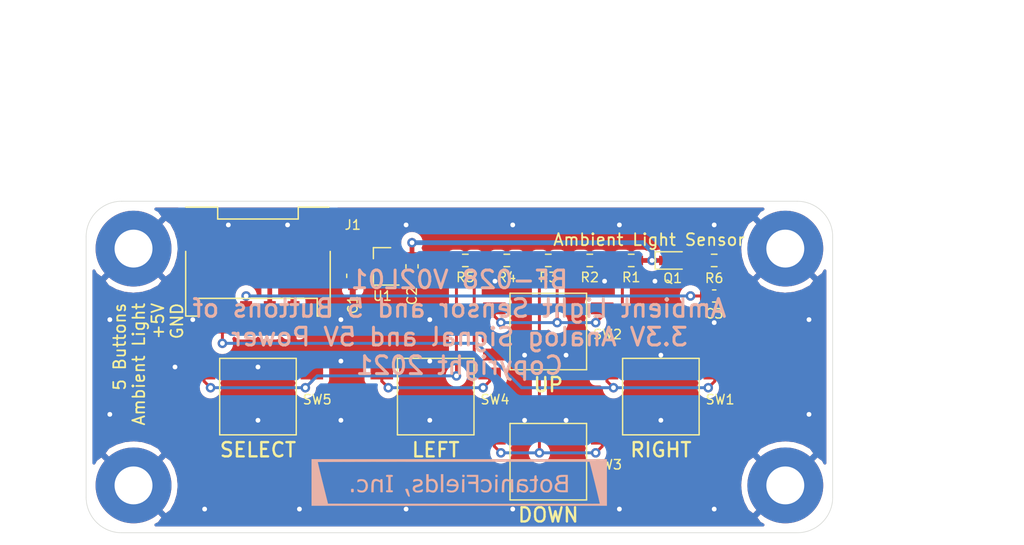
<source format=kicad_pcb>
(kicad_pcb (version 20171130) (host pcbnew "(5.1.10)-1")

  (general
    (thickness 1.6)
    (drawings 20)
    (tracks 121)
    (zones 0)
    (modules 22)
    (nets 10)
  )

  (page A4)
  (title_block
    (title BF-028)
    (date 2021-05-20)
    (rev V02L01)
    (company "Copyright 2021 BotanicFields, Inc.")
    (comment 1 "Ambient Light Sensor and 5 Buttons of 3.3V Analog Signal and 5V Power")
  )

  (layers
    (0 F.Cu signal)
    (31 B.Cu signal)
    (32 B.Adhes user)
    (33 F.Adhes user)
    (34 B.Paste user)
    (35 F.Paste user)
    (36 B.SilkS user)
    (37 F.SilkS user)
    (38 B.Mask user)
    (39 F.Mask user)
    (40 Dwgs.User user)
    (41 Cmts.User user)
    (42 Eco1.User user)
    (43 Eco2.User user)
    (44 Edge.Cuts user)
    (45 Margin user)
    (46 B.CrtYd user)
    (47 F.CrtYd user)
    (48 B.Fab user)
    (49 F.Fab user)
  )

  (setup
    (last_trace_width 0.25)
    (trace_clearance 0.2)
    (zone_clearance 0.508)
    (zone_45_only no)
    (trace_min 0.2)
    (via_size 0.8)
    (via_drill 0.4)
    (via_min_size 0.4)
    (via_min_drill 0.3)
    (uvia_size 0.3)
    (uvia_drill 0.1)
    (uvias_allowed no)
    (uvia_min_size 0.2)
    (uvia_min_drill 0.1)
    (edge_width 0.05)
    (segment_width 0.2)
    (pcb_text_width 0.3)
    (pcb_text_size 1.5 1.5)
    (mod_edge_width 0.12)
    (mod_text_size 1 1)
    (mod_text_width 0.15)
    (pad_size 6.4 6.4)
    (pad_drill 3.2)
    (pad_to_mask_clearance 0)
    (aux_axis_origin 100 150)
    (grid_origin 100 150)
    (visible_elements 7FFFFFFF)
    (pcbplotparams
      (layerselection 0x010fc_ffffffff)
      (usegerberextensions true)
      (usegerberattributes false)
      (usegerberadvancedattributes false)
      (creategerberjobfile false)
      (excludeedgelayer true)
      (linewidth 0.100000)
      (plotframeref false)
      (viasonmask false)
      (mode 1)
      (useauxorigin false)
      (hpglpennumber 1)
      (hpglpenspeed 20)
      (hpglpendiameter 15.000000)
      (psnegative false)
      (psa4output false)
      (plotreference true)
      (plotvalue false)
      (plotinvisibletext false)
      (padsonsilk false)
      (subtractmaskfromsilk true)
      (outputformat 1)
      (mirror false)
      (drillshape 0)
      (scaleselection 1)
      (outputdirectory "gerber/"))
  )

  (net 0 "")
  (net 1 "Net-(C1-Pad1)")
  (net 2 GND)
  (net 3 "Net-(C2-Pad1)")
  (net 4 /A1)
  (net 5 /A0)
  (net 6 "Net-(R2-Pad2)")
  (net 7 "Net-(R3-Pad2)")
  (net 8 "Net-(R4-Pad2)")
  (net 9 "Net-(R5-Pad2)")

  (net_class Default "This is the default net class."
    (clearance 0.2)
    (trace_width 0.25)
    (via_dia 0.8)
    (via_drill 0.4)
    (uvia_dia 0.3)
    (uvia_drill 0.1)
    (add_net /A0)
    (add_net /A1)
    (add_net GND)
    (add_net "Net-(C1-Pad1)")
    (add_net "Net-(C2-Pad1)")
    (add_net "Net-(R2-Pad2)")
    (add_net "Net-(R3-Pad2)")
    (add_net "Net-(R4-Pad2)")
    (add_net "Net-(R5-Pad2)")
  )

  (module bf:BF@K2-6639SP (layer F.Cu) (tedit 60583634) (tstamp 60587543)
    (at 139 133)
    (descr "C&K Components SPST SMD PTS645 Series 6mm Tact Switch")
    (tags "SPST Button Switch")
    (path /5B60718A)
    (attr smd)
    (fp_text reference SW2 (at 5 0.25) (layer F.SilkS)
      (effects (font (size 0.8 0.8) (thickness 0.12)))
    )
    (fp_text value UP (at 0 4.15) (layer F.Fab)
      (effects (font (size 1 1) (thickness 0.15)))
    )
    (fp_line (start 3.4 2.6) (end 5.65 2.6) (layer F.CrtYd) (width 0.05))
    (fp_line (start 3.4 2.6) (end 3.4 3.4) (layer F.CrtYd) (width 0.05))
    (fp_line (start -5.65 2.6) (end -3.4 2.6) (layer F.CrtYd) (width 0.05))
    (fp_line (start -3.4 2.6) (end -3.4 3.4) (layer F.CrtYd) (width 0.05))
    (fp_line (start -5.65 -2.6) (end -3.4 -2.6) (layer F.CrtYd) (width 0.05))
    (fp_line (start -3.4 -3.4) (end -3.4 -2.6) (layer F.CrtYd) (width 0.05))
    (fp_line (start 3.4 -2.6) (end 5.65 -2.6) (layer F.CrtYd) (width 0.05))
    (fp_line (start 3.4 -3.4) (end 3.4 -2.6) (layer F.CrtYd) (width 0.05))
    (fp_circle (center 0 0) (end 1.75 -0.05) (layer F.Fab) (width 0.1))
    (fp_line (start -3.23 3.23) (end 3.23 3.23) (layer F.SilkS) (width 0.12))
    (fp_line (start -3.23 -3.23) (end -3.23 3.23) (layer F.SilkS) (width 0.12))
    (fp_line (start -3.23 -3.23) (end 3.23 -3.23) (layer F.SilkS) (width 0.12))
    (fp_line (start 3.23 -3.23) (end 3.23 3.23) (layer F.SilkS) (width 0.12))
    (fp_line (start -3.4 -3.4) (end 3.4 -3.4) (layer F.CrtYd) (width 0.05))
    (fp_line (start -3.4 3.4) (end 3.4 3.4) (layer F.CrtYd) (width 0.05))
    (fp_line (start -5.65 -2.6) (end -5.65 2.6) (layer F.CrtYd) (width 0.05))
    (fp_line (start 5.65 2.6) (end 5.65 -2.6) (layer F.CrtYd) (width 0.05))
    (fp_line (start 3 -3) (end -3 -3) (layer F.Fab) (width 0.1))
    (fp_line (start 3 3) (end 3 -3) (layer F.Fab) (width 0.1))
    (fp_line (start -3 3) (end 3 3) (layer F.Fab) (width 0.1))
    (fp_line (start -3 -3) (end -3 3) (layer F.Fab) (width 0.1))
    (fp_text user %R (at 0 -4.05) (layer F.Fab)
      (effects (font (size 0.8 0.8) (thickness 0.12)))
    )
    (pad 2 smd rect (at 4.55 1.95) (size 1.9 1) (layers F.Cu F.Paste F.Mask)
      (net 2 GND))
    (pad 1 smd rect (at 4.55 -1.95) (size 1.9 1) (layers F.Cu F.Paste F.Mask)
      (net 6 "Net-(R2-Pad2)"))
    (pad 1 smd rect (at -4.55 -1.95) (size 1.9 1) (layers F.Cu F.Paste F.Mask)
      (net 6 "Net-(R2-Pad2)"))
    (pad 2 smd rect (at -4.55 1.95) (size 1.9 1) (layers F.Cu F.Paste F.Mask)
      (net 2 GND))
    (model ${KISYS3DMOD}/Button_Switch_SMD.3dshapes/SW_SPST_PTS645.wrl
      (at (xyz 0 0 0))
      (scale (xyz 1 1 1))
      (rotate (xyz 0 0 0))
    )
  )

  (module bf:BF@K2-6639SP (layer F.Cu) (tedit 60583634) (tstamp 6058756F)
    (at 129.5 138.5)
    (descr "C&K Components SPST SMD PTS645 Series 6mm Tact Switch")
    (tags "SPST Button Switch")
    (path /5B6070D4)
    (attr smd)
    (fp_text reference SW4 (at 5 0.25) (layer F.SilkS)
      (effects (font (size 0.8 0.8) (thickness 0.12)))
    )
    (fp_text value LEFT (at 0 4.15) (layer F.Fab)
      (effects (font (size 1 1) (thickness 0.15)))
    )
    (fp_line (start 3.4 2.6) (end 5.65 2.6) (layer F.CrtYd) (width 0.05))
    (fp_line (start 3.4 2.6) (end 3.4 3.4) (layer F.CrtYd) (width 0.05))
    (fp_line (start -5.65 2.6) (end -3.4 2.6) (layer F.CrtYd) (width 0.05))
    (fp_line (start -3.4 2.6) (end -3.4 3.4) (layer F.CrtYd) (width 0.05))
    (fp_line (start -5.65 -2.6) (end -3.4 -2.6) (layer F.CrtYd) (width 0.05))
    (fp_line (start -3.4 -3.4) (end -3.4 -2.6) (layer F.CrtYd) (width 0.05))
    (fp_line (start 3.4 -2.6) (end 5.65 -2.6) (layer F.CrtYd) (width 0.05))
    (fp_line (start 3.4 -3.4) (end 3.4 -2.6) (layer F.CrtYd) (width 0.05))
    (fp_circle (center 0 0) (end 1.75 -0.05) (layer F.Fab) (width 0.1))
    (fp_line (start -3.23 3.23) (end 3.23 3.23) (layer F.SilkS) (width 0.12))
    (fp_line (start -3.23 -3.23) (end -3.23 3.23) (layer F.SilkS) (width 0.12))
    (fp_line (start -3.23 -3.23) (end 3.23 -3.23) (layer F.SilkS) (width 0.12))
    (fp_line (start 3.23 -3.23) (end 3.23 3.23) (layer F.SilkS) (width 0.12))
    (fp_line (start -3.4 -3.4) (end 3.4 -3.4) (layer F.CrtYd) (width 0.05))
    (fp_line (start -3.4 3.4) (end 3.4 3.4) (layer F.CrtYd) (width 0.05))
    (fp_line (start -5.65 -2.6) (end -5.65 2.6) (layer F.CrtYd) (width 0.05))
    (fp_line (start 5.65 2.6) (end 5.65 -2.6) (layer F.CrtYd) (width 0.05))
    (fp_line (start 3 -3) (end -3 -3) (layer F.Fab) (width 0.1))
    (fp_line (start 3 3) (end 3 -3) (layer F.Fab) (width 0.1))
    (fp_line (start -3 3) (end 3 3) (layer F.Fab) (width 0.1))
    (fp_line (start -3 -3) (end -3 3) (layer F.Fab) (width 0.1))
    (fp_text user %R (at 0 -4.05) (layer F.Fab)
      (effects (font (size 0.8 0.8) (thickness 0.12)))
    )
    (pad 2 smd rect (at 4.55 1.95) (size 1.9 1) (layers F.Cu F.Paste F.Mask)
      (net 2 GND))
    (pad 1 smd rect (at 4.55 -1.95) (size 1.9 1) (layers F.Cu F.Paste F.Mask)
      (net 8 "Net-(R4-Pad2)"))
    (pad 1 smd rect (at -4.55 -1.95) (size 1.9 1) (layers F.Cu F.Paste F.Mask)
      (net 8 "Net-(R4-Pad2)"))
    (pad 2 smd rect (at -4.55 1.95) (size 1.9 1) (layers F.Cu F.Paste F.Mask)
      (net 2 GND))
    (model ${KISYS3DMOD}/Button_Switch_SMD.3dshapes/SW_SPST_PTS645.wrl
      (at (xyz 0 0 0))
      (scale (xyz 1 1 1))
      (rotate (xyz 0 0 0))
    )
  )

  (module OPL_Connector:HW4-SMD-2.0-90D (layer F.Cu) (tedit 5BD4BCC4) (tstamp 6058BE72)
    (at 114.5 127)
    (path /6054550D)
    (attr smd)
    (fp_text reference J1 (at 8 -3) (layer F.SilkS)
      (effects (font (size 0.8 0.8) (thickness 0.12)))
    )
    (fp_text value Analog (at 0 7.9) (layer F.Fab)
      (effects (font (size 1 1) (thickness 0.15)))
    )
    (fp_line (start -6.4 -4.8) (end 6.4 -4.8) (layer F.CrtYd) (width 0.05))
    (fp_line (start -6.4 6.425) (end -6.4 -4.8) (layer F.CrtYd) (width 0.05))
    (fp_line (start 6.4 6.425) (end -6.4 6.425) (layer F.CrtYd) (width 0.05))
    (fp_line (start 6.4 -4.8) (end 6.4 6.425) (layer F.CrtYd) (width 0.05))
    (fp_line (start -5 3.20204) (end 5 3.20204) (layer F.SilkS) (width 0.127))
    (fp_line (start -5 3.20204) (end -5 4.7) (layer F.SilkS) (width 0.127))
    (fp_line (start 5 3.20204) (end 5 4.7) (layer F.SilkS) (width 0.127))
    (fp_line (start 6.0545 4.7) (end 5 4.7) (layer F.SilkS) (width 0.127))
    (fp_line (start -6 4.55) (end -6 -4.55) (layer F.Fab) (width 0.1))
    (fp_line (start -6 -4.55) (end -3.39852 -4.55) (layer F.Fab) (width 0.1))
    (fp_line (start 3.39852 -4.55) (end 6 -4.55) (layer F.Fab) (width 0.1))
    (fp_line (start -6.09854 -0.7629) (end -6.09854 4.70064) (layer F.SilkS) (width 0.127))
    (fp_line (start -6 4.55) (end -5 4.55) (layer F.Fab) (width 0.1))
    (fp_line (start -5 4.55) (end -5 3.20204) (layer F.Fab) (width 0.1))
    (fp_line (start -5 3.20204) (end 5 3.20204) (layer F.Fab) (width 0.1))
    (fp_line (start 4.99872 3.20204) (end 4.99872 4.55) (layer F.Fab) (width 0.1))
    (fp_line (start 4.99872 4.55) (end 6 4.55) (layer F.Fab) (width 0.1))
    (fp_line (start -6.05282 4.7) (end -5 4.7) (layer F.SilkS) (width 0.127))
    (fp_line (start 6 4.55) (end 6 -4.55) (layer F.Fab) (width 0.1))
    (fp_line (start 6.09854 -0.7629) (end 6.09854 4.7) (layer F.SilkS) (width 0.127))
    (fp_line (start -3.39852 -4.55) (end -3.39852 -3.49848) (layer F.Fab) (width 0.1))
    (fp_line (start -3.39852 -3.49848) (end 3.39852 -3.49848) (layer F.Fab) (width 0.1))
    (fp_line (start 3.39852 -3.49848) (end 3.39852 -4.49924) (layer F.SilkS) (width 0.127))
    (fp_line (start -6.09854 -4.49924) (end -3.39852 -4.49924) (layer F.SilkS) (width 0.127))
    (fp_line (start -3.39852 -4.49924) (end -3.39852 -3.49848) (layer F.SilkS) (width 0.127))
    (fp_line (start -3.39852 -3.49848) (end 3.39852 -3.49848) (layer F.SilkS) (width 0.127))
    (fp_line (start 3.39852 -3.49848) (end 3.39852 -4.55) (layer F.Fab) (width 0.1))
    (fp_line (start 3.39852 -4.49924) (end 5.99948 -4.49924) (layer F.SilkS) (width 0.127))
    (fp_text user %R (at 0.025 0.02564) (layer F.Fab)
      (effects (font (size 0.8 0.8) (thickness 0.12)))
    )
    (pad 1 smd rect (at -2.99974 4.7997 90) (size 2.73812 1.00838) (layers F.Cu F.Paste F.Mask)
      (net 5 /A0))
    (pad 2 smd rect (at -0.99822 4.7997 90) (size 2.73812 1.00838) (layers F.Cu F.Paste F.Mask)
      (net 4 /A1))
    (pad 3 smd rect (at 0.99822 4.7997 90) (size 2.73812 1.00838) (layers F.Cu F.Paste F.Mask)
      (net 1 "Net-(C1-Pad1)"))
    (pad 4 smd rect (at 2.99974 4.7997 90) (size 2.73812 1.00838) (layers F.Cu F.Paste F.Mask)
      (net 2 GND))
    (pad 5 smd rect (at -5.3975 -2.69838 90) (size 2.99974 1.5) (layers F.Cu F.Paste F.Mask))
    (pad 6 smd rect (at 5.3975 -2.69838 90) (size 2.99974 1.5) (layers F.Cu F.Paste F.Mask))
  )

  (module bf:BF@logo4 (layer B.Cu) (tedit 0) (tstamp 6058C845)
    (at 131.5 145.75 180)
    (attr smd)
    (fp_text reference G*** (at 0 0) (layer B.SilkS) hide
      (effects (font (size 0.8 0.8) (thickness 0.12)) (justify mirror))
    )
    (fp_text value LOGO (at 0.75 0) (layer B.SilkS) hide
      (effects (font (size 1.524 1.524) (thickness 0.3)) (justify mirror))
    )
    (fp_poly (pts (xy -0.265773 0.642959) (xy -0.241018 0.605712) (xy -0.238125 0.555625) (xy -0.247802 0.486004)
      (xy -0.288945 0.456605) (xy -0.325619 0.450312) (xy -0.403296 0.458792) (xy -0.431491 0.488145)
      (xy -0.444099 0.577663) (xy -0.405229 0.634143) (xy -0.332941 0.650875) (xy -0.265773 0.642959)) (layer B.SilkS) (width 0.01))
    (fp_poly (pts (xy -3.059773 0.642959) (xy -3.035018 0.605712) (xy -3.032125 0.555625) (xy -3.041802 0.486004)
      (xy -3.082945 0.456605) (xy -3.119619 0.450312) (xy -3.197296 0.458792) (xy -3.225491 0.488145)
      (xy -3.238099 0.577663) (xy -3.199229 0.634143) (xy -3.126941 0.650875) (xy -3.059773 0.642959)) (layer B.SilkS) (width 0.01))
    (fp_poly (pts (xy 9.101155 -0.5428) (xy 9.133487 -0.563471) (xy 9.143314 -0.619045) (xy 9.144 -0.682625)
      (xy 9.141627 -0.770413) (xy 9.12555 -0.811984) (xy 9.082326 -0.824618) (xy 9.032875 -0.8255)
      (xy 8.964594 -0.822449) (xy 8.932262 -0.801778) (xy 8.922435 -0.746204) (xy 8.92175 -0.682625)
      (xy 8.924122 -0.594836) (xy 8.940199 -0.553265) (xy 8.983423 -0.540631) (xy 9.032875 -0.53975)
      (xy 9.101155 -0.5428)) (layer B.SilkS) (width 0.01))
    (fp_poly (pts (xy 7.222584 0.26455) (xy 7.290765 0.216667) (xy 7.344909 0.147206) (xy 7.383692 0.056984)
      (xy 7.409191 -0.06431) (xy 7.423482 -0.226988) (xy 7.428643 -0.441362) (xy 7.428742 -0.468312)
      (xy 7.4295 -0.8255) (xy 7.244046 -0.8255) (xy 7.233585 -0.41598) (xy 7.227901 -0.241707)
      (xy 7.220104 -0.119157) (xy 7.20844 -0.036556) (xy 7.191155 0.017871) (xy 7.166495 0.0559)
      (xy 7.162641 0.06027) (xy 7.080204 0.114906) (xy 6.972827 0.119611) (xy 6.833956 0.074392)
      (xy 6.804524 0.060668) (xy 6.6675 -0.005664) (xy 6.6675 -0.8255) (xy 6.4755 -0.8255)
      (xy 6.484187 -0.277812) (xy 6.492875 0.269875) (xy 6.580187 0.279922) (xy 6.64444 0.277942)
      (xy 6.666481 0.243524) (xy 6.6675 0.224359) (xy 6.67013 0.178306) (xy 6.687124 0.163936)
      (xy 6.732139 0.181549) (xy 6.812213 0.227542) (xy 6.953756 0.284694) (xy 7.096372 0.296897)
      (xy 7.222584 0.26455)) (layer B.SilkS) (width 0.01))
    (fp_poly (pts (xy 6.040768 0.634368) (xy 6.124757 0.63021) (xy 6.169685 0.619129) (xy 6.187771 0.597734)
      (xy 6.191236 0.562628) (xy 6.19125 0.555625) (xy 6.180998 0.498898) (xy 6.13742 0.478146)
      (xy 6.096 0.47625) (xy 6.00075 0.47625) (xy 6.00075 -0.66675) (xy 6.096 -0.66675)
      (xy 6.164072 -0.675292) (xy 6.188975 -0.711607) (xy 6.19125 -0.746125) (xy 6.188974 -0.783699)
      (xy 6.174002 -0.807029) (xy 6.134113 -0.819509) (xy 6.057089 -0.824533) (xy 5.930708 -0.825496)
      (xy 5.9055 -0.8255) (xy 5.770231 -0.824867) (xy 5.686242 -0.820709) (xy 5.641314 -0.809628)
      (xy 5.623228 -0.788233) (xy 5.619763 -0.753127) (xy 5.61975 -0.746125) (xy 5.630001 -0.689397)
      (xy 5.673579 -0.668645) (xy 5.715 -0.66675) (xy 5.81025 -0.66675) (xy 5.81025 0.47625)
      (xy 5.715 0.47625) (xy 5.646927 0.484793) (xy 5.622024 0.521108) (xy 5.61975 0.555625)
      (xy 5.622025 0.5932) (xy 5.636997 0.61653) (xy 5.676886 0.62901) (xy 5.75391 0.634034)
      (xy 5.880291 0.634997) (xy 5.9055 0.635) (xy 6.040768 0.634368)) (layer B.SilkS) (width 0.01))
    (fp_poly (pts (xy 1.55575 -0.8255) (xy 1.36525 -0.8255) (xy 1.36525 0.6985) (xy 1.55575 0.6985)
      (xy 1.55575 -0.8255)) (layer B.SilkS) (width 0.01))
    (fp_poly (pts (xy -0.325438 0.279922) (xy -0.238125 0.269875) (xy -0.229438 -0.277812) (xy -0.220751 -0.8255)
      (xy -0.41275 -0.8255) (xy -0.41275 0.289968) (xy -0.325438 0.279922)) (layer B.SilkS) (width 0.01))
    (fp_poly (pts (xy -0.635 0.47625) (xy -1.397 0.47625) (xy -1.397 0.0635) (xy -0.762 0.0635)
      (xy -0.762 -0.127) (xy -1.397 -0.127) (xy -1.397 -0.8255) (xy -1.5875 -0.8255)
      (xy -1.5875 0.635) (xy -0.635 0.635) (xy -0.635 0.47625)) (layer B.SilkS) (width 0.01))
    (fp_poly (pts (xy -3.119438 0.279922) (xy -3.032125 0.269875) (xy -3.023438 -0.277812) (xy -3.014751 -0.8255)
      (xy -3.20675 -0.8255) (xy -3.20675 0.289968) (xy -3.119438 0.279922)) (layer B.SilkS) (width 0.01))
    (fp_poly (pts (xy -3.794666 0.26455) (xy -3.726485 0.216667) (xy -3.672341 0.147206) (xy -3.633558 0.056984)
      (xy -3.608059 -0.06431) (xy -3.593768 -0.226988) (xy -3.588607 -0.441362) (xy -3.588508 -0.468312)
      (xy -3.58775 -0.8255) (xy -3.773204 -0.8255) (xy -3.783665 -0.41598) (xy -3.789349 -0.241707)
      (xy -3.797146 -0.119157) (xy -3.80881 -0.036556) (xy -3.826095 0.017871) (xy -3.850755 0.0559)
      (xy -3.854609 0.06027) (xy -3.937046 0.114906) (xy -4.044423 0.119611) (xy -4.183294 0.074392)
      (xy -4.212726 0.060668) (xy -4.34975 -0.005664) (xy -4.34975 -0.8255) (xy -4.54175 -0.8255)
      (xy -4.533063 -0.277812) (xy -4.524375 0.269875) (xy -4.437063 0.279922) (xy -4.37281 0.277942)
      (xy -4.350769 0.243524) (xy -4.34975 0.224359) (xy -4.34712 0.178306) (xy -4.330126 0.163936)
      (xy -4.285111 0.181549) (xy -4.205037 0.227542) (xy -4.063494 0.284694) (xy -3.920878 0.296897)
      (xy -3.794666 0.26455)) (layer B.SilkS) (width 0.01))
    (fp_poly (pts (xy -8.581041 0.629232) (xy -8.424417 0.610206) (xy -8.313092 0.575345) (xy -8.238417 0.522068)
      (xy -8.1959 0.457351) (xy -8.159881 0.315861) (xy -8.184679 0.18746) (xy -8.249365 0.096001)
      (xy -8.33898 0.006387) (xy -8.234925 -0.043233) (xy -8.12978 -0.125567) (xy -8.062716 -0.243633)
      (xy -8.036594 -0.380327) (xy -8.054276 -0.518545) (xy -8.118622 -0.641182) (xy -8.132261 -0.656943)
      (xy -8.207584 -0.72554) (xy -8.294329 -0.773422) (xy -8.405008 -0.803855) (xy -8.552132 -0.820104)
      (xy -8.748211 -0.825438) (xy -8.777856 -0.8255) (xy -9.144 -0.8255) (xy -9.144 -0.127)
      (xy -8.9535 -0.127) (xy -8.9535 -0.66675) (xy -8.730231 -0.66675) (xy -8.597703 -0.660003)
      (xy -8.474903 -0.642376) (xy -8.396654 -0.62066) (xy -8.293002 -0.547966) (xy -8.241907 -0.441416)
      (xy -8.244161 -0.316133) (xy -8.279674 -0.232683) (xy -8.35212 -0.175529) (xy -8.468937 -0.141569)
      (xy -8.637563 -0.127704) (xy -8.697924 -0.127) (xy -8.9535 -0.127) (xy -9.144 -0.127)
      (xy -9.144 0.0635) (xy -8.9535 0.0635) (xy -8.721444 0.0635) (xy -8.580945 0.06963)
      (xy -8.47717 0.086574) (xy -8.432727 0.104932) (xy -8.392815 0.166295) (xy -8.373511 0.258573)
      (xy -8.377296 0.352384) (xy -8.406289 0.417989) (xy -8.4538 0.437077) (xy -8.546774 0.45467)
      (xy -8.667201 0.467581) (xy -8.698334 0.469638) (xy -8.9535 0.484409) (xy -8.9535 0.0635)
      (xy -9.144 0.0635) (xy -9.144 0.635) (xy -8.791611 0.635001) (xy -8.581041 0.629232)) (layer B.SilkS) (width 0.01))
    (fp_poly (pts (xy 8.471298 0.260695) (xy 8.489566 0.255175) (xy 8.565961 0.222723) (xy 8.598115 0.179274)
      (xy 8.60425 0.112086) (xy 8.60425 0.006846) (xy 8.486411 0.066923) (xy 8.326207 0.120946)
      (xy 8.182122 0.117914) (xy 8.061697 0.06369) (xy 7.972469 -0.035864) (xy 7.92198 -0.174885)
      (xy 7.917769 -0.34751) (xy 7.921096 -0.372667) (xy 7.968321 -0.527356) (xy 8.053219 -0.632528)
      (xy 8.17101 -0.685887) (xy 8.316913 -0.685139) (xy 8.469312 -0.635855) (xy 8.60425 -0.574604)
      (xy 8.60425 -0.669922) (xy 8.593035 -0.74001) (xy 8.547774 -0.785377) (xy 8.494144 -0.811245)
      (xy 8.345969 -0.848358) (xy 8.182127 -0.851327) (xy 8.034831 -0.820052) (xy 8.016875 -0.81272)
      (xy 7.884489 -0.721771) (xy 7.788114 -0.589528) (xy 7.731558 -0.429427) (xy 7.718629 -0.254904)
      (xy 7.753135 -0.079393) (xy 7.786687 -0.000648) (xy 7.848027 0.097439) (xy 7.918339 0.17977)
      (xy 7.94412 0.201795) (xy 8.04724 0.248647) (xy 8.186267 0.275724) (xy 8.336016 0.280561)
      (xy 8.471298 0.260695)) (layer B.SilkS) (width 0.01))
    (fp_poly (pts (xy 3.677408 0.282117) (xy 3.794125 0.260717) (xy 3.865057 0.227174) (xy 3.894868 0.165167)
      (xy 3.899324 0.132845) (xy 3.900158 0.060395) (xy 3.876035 0.037231) (xy 3.816148 0.05858)
      (xy 3.77825 0.079375) (xy 3.699707 0.106305) (xy 3.590433 0.123163) (xy 3.533987 0.125875)
      (xy 3.428104 0.121217) (xy 3.36408 0.100906) (xy 3.320899 0.058178) (xy 3.320095 0.057036)
      (xy 3.288618 -0.00394) (xy 3.301115 -0.056723) (xy 3.314166 -0.077806) (xy 3.376525 -0.133749)
      (xy 3.448683 -0.166056) (xy 3.541409 -0.189488) (xy 3.650938 -0.216822) (xy 3.668489 -0.221168)
      (xy 3.809871 -0.275138) (xy 3.896804 -0.356665) (xy 3.934484 -0.471525) (xy 3.937 -0.519577)
      (xy 3.916906 -0.641335) (xy 3.850878 -0.736943) (xy 3.730295 -0.818666) (xy 3.724774 -0.821532)
      (xy 3.636707 -0.845444) (xy 3.51139 -0.854192) (xy 3.373168 -0.848046) (xy 3.246385 -0.827277)
      (xy 3.20675 -0.81577) (xy 3.129065 -0.779245) (xy 3.0944 -0.726282) (xy 3.085675 -0.674687)
      (xy 3.082777 -0.604612) (xy 3.089022 -0.57183) (xy 3.090146 -0.5715) (xy 3.125039 -0.583498)
      (xy 3.197412 -0.613983) (xy 3.24297 -0.634302) (xy 3.378738 -0.678959) (xy 3.516001 -0.696024)
      (xy 3.633812 -0.684435) (xy 3.69553 -0.657246) (xy 3.739379 -0.587331) (xy 3.741286 -0.522309)
      (xy 3.731138 -0.472459) (xy 3.705228 -0.438719) (xy 3.649573 -0.412137) (xy 3.550188 -0.383762)
      (xy 3.508375 -0.373218) (xy 3.385129 -0.337161) (xy 3.277021 -0.296242) (xy 3.208459 -0.259942)
      (xy 3.130549 -0.167052) (xy 3.101628 -0.053193) (xy 3.119604 0.064876) (xy 3.182391 0.170394)
      (xy 3.270557 0.238285) (xy 3.380444 0.272434) (xy 3.524849 0.287422) (xy 3.677408 0.282117)) (layer B.SilkS) (width 0.01))
    (fp_poly (pts (xy 2.794 -0.8255) (xy 2.69875 -0.8255) (xy 2.625201 -0.812224) (xy 2.6035 -0.781297)
      (xy 2.591794 -0.758718) (xy 2.548494 -0.767653) (xy 2.485661 -0.797172) (xy 2.374234 -0.836517)
      (xy 2.250393 -0.856589) (xy 2.228486 -0.85725) (xy 2.126949 -0.84787) (xy 2.04936 -0.810322)
      (xy 1.984472 -0.752572) (xy 1.885474 -0.615423) (xy 1.829795 -0.455162) (xy 1.820236 -0.34449)
      (xy 2.014488 -0.34449) (xy 2.039015 -0.487944) (xy 2.086995 -0.603784) (xy 2.101943 -0.625156)
      (xy 2.174817 -0.669706) (xy 2.284303 -0.679507) (xy 2.414159 -0.655002) (xy 2.516187 -0.613853)
      (xy 2.555835 -0.591642) (xy 2.58119 -0.564409) (xy 2.595447 -0.51893) (xy 2.6018 -0.44198)
      (xy 2.603445 -0.320336) (xy 2.6035 -0.252398) (xy 2.602845 -0.107934) (xy 2.598895 -0.014216)
      (xy 2.588667 0.04151) (xy 2.569182 0.071998) (xy 2.537458 0.09) (xy 2.522058 0.096036)
      (xy 2.36384 0.128872) (xy 2.226332 0.103972) (xy 2.116926 0.025689) (xy 2.043014 -0.101623)
      (xy 2.018689 -0.200337) (xy 2.014488 -0.34449) (xy 1.820236 -0.34449) (xy 1.815027 -0.284189)
      (xy 1.838763 -0.114904) (xy 1.898596 0.040292) (xy 1.992118 0.168998) (xy 2.116923 0.258816)
      (xy 2.185712 0.284071) (xy 2.304489 0.297185) (xy 2.436165 0.285045) (xy 2.547686 0.251425)
      (xy 2.568005 0.24044) (xy 2.587569 0.250804) (xy 2.599127 0.314423) (xy 2.603433 0.435925)
      (xy 2.6035 0.458502) (xy 2.6035 0.6985) (xy 2.794 0.6985) (xy 2.794 -0.8255)) (layer B.SilkS) (width 0.01))
    (fp_poly (pts (xy 0.736558 0.284934) (xy 0.878305 0.22459) (xy 0.938068 0.176069) (xy 1.000396 0.083846)
      (xy 1.049221 -0.040878) (xy 1.074301 -0.167187) (xy 1.073448 -0.232646) (xy 1.066271 -0.261098)
      (xy 1.047285 -0.280753) (xy 1.005987 -0.293584) (xy 0.931876 -0.301563) (xy 0.814451 -0.306661)
      (xy 0.658812 -0.310511) (xy 0.506857 -0.315763) (xy 0.380917 -0.323765) (xy 0.292896 -0.333491)
      (xy 0.254696 -0.343912) (xy 0.254 -0.34546) (xy 0.263631 -0.391193) (xy 0.286929 -0.465969)
      (xy 0.288125 -0.469417) (xy 0.35732 -0.578701) (xy 0.468624 -0.652923) (xy 0.608974 -0.688461)
      (xy 0.76531 -0.681696) (xy 0.901933 -0.639572) (xy 1.051635 -0.573352) (xy 1.041755 -0.672983)
      (xy 1.022505 -0.746702) (xy 0.970619 -0.791694) (xy 0.92075 -0.812516) (xy 0.733296 -0.851833)
      (xy 0.538413 -0.844737) (xy 0.361638 -0.79242) (xy 0.348039 -0.785812) (xy 0.2185 -0.687644)
      (xy 0.12795 -0.552194) (xy 0.077487 -0.393136) (xy 0.068211 -0.224144) (xy 0.08603 -0.134937)
      (xy 0.254118 -0.134937) (xy 0.283572 -0.144932) (xy 0.363084 -0.152862) (xy 0.479223 -0.157718)
      (xy 0.5715 -0.15875) (xy 0.716411 -0.157739) (xy 0.809226 -0.153291) (xy 0.861335 -0.14328)
      (xy 0.884127 -0.125584) (xy 0.889 -0.099531) (xy 0.86244 -0.014385) (xy 0.796565 0.068289)
      (xy 0.712077 0.125288) (xy 0.679394 0.135389) (xy 0.54035 0.134964) (xy 0.413889 0.086256)
      (xy 0.320658 -0.002482) (xy 0.315967 -0.009885) (xy 0.275531 -0.082002) (xy 0.254823 -0.130267)
      (xy 0.254118 -0.134937) (xy 0.08603 -0.134937) (xy 0.101221 -0.058894) (xy 0.177615 0.088941)
      (xy 0.270031 0.184951) (xy 0.41563 0.265337) (xy 0.576736 0.29859) (xy 0.736558 0.284934)) (layer B.SilkS) (width 0.01))
    (fp_poly (pts (xy -1.974452 0.260695) (xy -1.956184 0.255175) (xy -1.879789 0.222723) (xy -1.847635 0.179274)
      (xy -1.8415 0.112086) (xy -1.8415 0.006846) (xy -1.959339 0.066923) (xy -2.119543 0.120946)
      (xy -2.263628 0.117914) (xy -2.384053 0.06369) (xy -2.473281 -0.035864) (xy -2.52377 -0.174885)
      (xy -2.527981 -0.34751) (xy -2.524654 -0.372667) (xy -2.477429 -0.527356) (xy -2.392531 -0.632528)
      (xy -2.27474 -0.685887) (xy -2.128837 -0.685139) (xy -1.976438 -0.635855) (xy -1.8415 -0.574604)
      (xy -1.8415 -0.669922) (xy -1.852715 -0.74001) (xy -1.897976 -0.785377) (xy -1.951606 -0.811245)
      (xy -2.099781 -0.848358) (xy -2.263623 -0.851327) (xy -2.410919 -0.820052) (xy -2.428875 -0.81272)
      (xy -2.561261 -0.721771) (xy -2.657636 -0.589528) (xy -2.714192 -0.429427) (xy -2.727121 -0.254904)
      (xy -2.692615 -0.079393) (xy -2.659063 -0.000648) (xy -2.597723 0.097439) (xy -2.527411 0.17977)
      (xy -2.50163 0.201795) (xy -2.39851 0.248647) (xy -2.259483 0.275724) (xy -2.109734 0.280561)
      (xy -1.974452 0.260695)) (layer B.SilkS) (width 0.01))
    (fp_poly (pts (xy -5.18681 0.28103) (xy -5.064926 0.250301) (xy -4.976222 0.190542) (xy -4.915935 0.094762)
      (xy -4.8793 -0.044029) (xy -4.861552 -0.232823) (xy -4.85775 -0.427605) (xy -4.85775 -0.8255)
      (xy -4.953 -0.8255) (xy -5.028168 -0.811612) (xy -5.04825 -0.777229) (xy -5.056943 -0.751617)
      (xy -5.092053 -0.755176) (xy -5.167127 -0.789617) (xy -5.173986 -0.793104) (xy -5.303534 -0.838537)
      (xy -5.442979 -0.857229) (xy -5.447036 -0.85725) (xy -5.549681 -0.849393) (xy -5.625266 -0.816644)
      (xy -5.7023 -0.7493) (xy -5.774125 -0.664423) (xy -5.805339 -0.583566) (xy -5.81025 -0.515456)
      (xy -5.802782 -0.475704) (xy -5.606729 -0.475704) (xy -5.601934 -0.566627) (xy -5.557137 -0.640351)
      (xy -5.515613 -0.666111) (xy -5.412323 -0.692604) (xy -5.306833 -0.682063) (xy -5.183188 -0.635855)
      (xy -5.103731 -0.596614) (xy -5.063848 -0.558081) (xy -5.0499 -0.497706) (xy -5.04825 -0.412725)
      (xy -5.04825 -0.250846) (xy -5.246688 -0.272474) (xy -5.360707 -0.288345) (xy -5.45463 -0.307518)
      (xy -5.49996 -0.322403) (xy -5.572434 -0.387618) (xy -5.606729 -0.475704) (xy -5.802782 -0.475704)
      (xy -5.78471 -0.379518) (xy -5.706855 -0.271552) (xy -5.574833 -0.190262) (xy -5.386791 -0.134355)
      (xy -5.230813 -0.110703) (xy -5.113219 -0.090059) (xy -5.055729 -0.057667) (xy -5.055349 -0.008925)
      (xy -5.109088 0.060767) (xy -5.115228 0.066978) (xy -5.161992 0.104297) (xy -5.218636 0.121562)
      (xy -5.305708 0.122756) (xy -5.377165 0.117745) (xy -5.494177 0.105326) (xy -5.594592 0.09002)
      (xy -5.643563 0.078815) (xy -5.693665 0.070606) (xy -5.712582 0.100634) (xy -5.715 0.151605)
      (xy -5.704885 0.212051) (xy -5.668082 0.252438) (xy -5.59491 0.276398) (xy -5.475685 0.28756)
      (xy -5.34664 0.289719) (xy -5.18681 0.28103)) (layer B.SilkS) (width 0.01))
    (fp_poly (pts (xy -6.421438 0.597422) (xy -6.367804 0.585174) (xy -6.340218 0.552636) (xy -6.327755 0.481847)
      (xy -6.324511 0.438097) (xy -6.314897 0.288819) (xy -6.134011 0.279347) (xy -6.030154 0.27104)
      (xy -5.973876 0.255547) (xy -5.949256 0.226125) (xy -5.94298 0.198438) (xy -5.941878 0.159032)
      (xy -5.96213 0.137626) (xy -6.01767 0.128766) (xy -6.122435 0.127001) (xy -6.125542 0.127)
      (xy -6.31825 0.127) (xy -6.31825 -0.235857) (xy -6.315538 -0.420413) (xy -6.304374 -0.549945)
      (xy -6.28022 -0.632805) (xy -6.238536 -0.677348) (xy -6.174783 -0.691927) (xy -6.084424 -0.684897)
      (xy -6.075018 -0.683518) (xy -5.989615 -0.67334) (xy -5.94959 -0.68164) (xy -5.937854 -0.715485)
      (xy -5.93725 -0.740476) (xy -5.959825 -0.810476) (xy -6.008688 -0.837238) (xy -6.163383 -0.854734)
      (xy -6.309331 -0.82885) (xy -6.35714 -0.807758) (xy -6.417805 -0.767795) (xy -6.459992 -0.717299)
      (xy -6.486928 -0.644801) (xy -6.501842 -0.538834) (xy -6.507959 -0.387929) (xy -6.50875 -0.268989)
      (xy -6.509517 -0.110181) (xy -6.513038 -0.0037) (xy -6.521147 0.061622) (xy -6.535677 0.096949)
      (xy -6.558462 0.11345) (xy -6.57225 0.117801) (xy -6.625594 0.160274) (xy -6.63575 0.210079)
      (xy -6.619307 0.270413) (xy -6.57225 0.28575) (xy -6.534358 0.293995) (xy -6.515341 0.329079)
      (xy -6.509069 0.406532) (xy -6.50875 0.446609) (xy -6.50682 0.541112) (xy -6.495155 0.587334)
      (xy -6.464949 0.60049) (xy -6.421438 0.597422)) (layer B.SilkS) (width 0.01))
    (fp_poly (pts (xy -7.161153 0.270986) (xy -7.018092 0.194711) (xy -6.912278 0.070885) (xy -6.847471 -0.096211)
      (xy -6.827295 -0.28575) (xy -6.849698 -0.488119) (xy -6.915639 -0.649691) (xy -7.023222 -0.766601)
      (xy -7.080729 -0.801638) (xy -7.198557 -0.838997) (xy -7.340207 -0.854056) (xy -7.474602 -0.845115)
      (xy -7.540625 -0.826786) (xy -7.658386 -0.745763) (xy -7.752357 -0.618952) (xy -7.814861 -0.461985)
      (xy -7.830094 -0.350156) (xy -7.642231 -0.350156) (xy -7.610358 -0.495286) (xy -7.54518 -0.611019)
      (xy -7.539687 -0.617137) (xy -7.442631 -0.679479) (xy -7.320163 -0.700639) (xy -7.197916 -0.677208)
      (xy -7.173742 -0.665808) (xy -7.097771 -0.592278) (xy -7.045733 -0.477124) (xy -7.019194 -0.338154)
      (xy -7.019721 -0.193176) (xy -7.048883 -0.059998) (xy -7.108246 0.043574) (xy -7.111037 0.0466)
      (xy -7.21113 0.110911) (xy -7.333672 0.131203) (xy -7.455022 0.107138) (xy -7.538417 0.05272)
      (xy -7.606221 -0.055263) (xy -7.640839 -0.196519) (xy -7.642231 -0.350156) (xy -7.830094 -0.350156)
      (xy -7.838222 -0.290496) (xy -7.835407 -0.226486) (xy -7.792406 -0.02837) (xy -7.707796 0.125507)
      (xy -7.584657 0.231918) (xy -7.426068 0.287634) (xy -7.337703 0.295431) (xy -7.161153 0.270986)) (layer B.SilkS) (width 0.01))
    (fp_poly (pts (xy 4.54097 -0.550116) (xy 4.570842 -0.578213) (xy 4.570842 -0.579437) (xy 4.558377 -0.624242)
      (xy 4.525809 -0.71231) (xy 4.478781 -0.82886) (xy 4.44659 -0.904875) (xy 4.381354 -1.048033)
      (xy 4.330084 -1.139413) (xy 4.287243 -1.187667) (xy 4.257247 -1.20077) (xy 4.203372 -1.192664)
      (xy 4.191177 -1.16902) (xy 4.196422 -1.125194) (xy 4.213282 -1.047922) (xy 4.243818 -0.928813)
      (xy 4.290095 -0.759473) (xy 4.304888 -0.706437) (xy 4.33428 -0.610497) (xy 4.362527 -0.560899)
      (xy 4.403972 -0.542402) (xy 4.461761 -0.53975) (xy 4.54097 -0.550116)) (layer B.SilkS) (width 0.01))
    (fp_poly (pts (xy 12.47775 -1.9685) (xy -12.446 -1.9685) (xy -12.446 -1.792766) (xy -11.849151 -1.792766)
      (xy -11.816498 -1.794009) (xy -11.722587 -1.795185) (xy -11.56966 -1.796292) (xy -11.359957 -1.797329)
      (xy -11.095721 -1.798294) (xy -10.779193 -1.799184) (xy -10.412614 -1.799998) (xy -9.998227 -1.800735)
      (xy -9.538272 -1.801392) (xy -9.034992 -1.801968) (xy -8.490628 -1.802461) (xy -7.907422 -1.802869)
      (xy -7.287615 -1.803191) (xy -6.633449 -1.803424) (xy -5.947165 -1.803568) (xy -5.231005 -1.803619)
      (xy -4.487212 -1.803577) (xy -3.718025 -1.803439) (xy -2.925687 -1.803204) (xy -2.11244 -1.80287)
      (xy -1.280524 -1.802436) (xy -0.432183 -1.801899) (xy -0.36971 -1.801855) (xy 11.092661 -1.793875)
      (xy 11.528958 -0.048895) (xy 11.609169 0.273406) (xy 11.684074 0.577292) (xy 11.752346 0.857183)
      (xy 11.812659 1.107501) (xy 11.863687 1.322667) (xy 11.904103 1.497102) (xy 11.932582 1.625228)
      (xy 11.947797 1.701465) (xy 11.949754 1.721168) (xy 11.917219 1.723027) (xy 11.823425 1.72485)
      (xy 11.670614 1.726632) (xy 11.461028 1.728369) (xy 11.196908 1.730056) (xy 10.880496 1.731687)
      (xy 10.514034 1.733257) (xy 10.099762 1.734763) (xy 9.639923 1.736198) (xy 9.136758 1.737559)
      (xy 8.592508 1.738839) (xy 8.009416 1.740035) (xy 7.389722 1.741141) (xy 6.735669 1.742152)
      (xy 6.049498 1.743064) (xy 5.33345 1.743872) (xy 4.589767 1.74457) (xy 3.82069 1.745154)
      (xy 3.028462 1.745619) (xy 2.215323 1.74596) (xy 1.383515 1.746172) (xy 0.53528 1.74625)
      (xy -10.983053 1.74625) (xy -11.014516 1.627188) (xy -11.058887 1.456991) (xy -11.111789 1.250287)
      (xy -11.171613 1.013655) (xy -11.236756 0.753673) (xy -11.305612 0.476921) (xy -11.376574 0.189976)
      (xy -11.448038 -0.100582) (xy -11.518399 -0.388175) (xy -11.58605 -0.666225) (xy -11.649386 -0.928152)
      (xy -11.706801 -1.167378) (xy -11.756691 -1.377325) (xy -11.797449 -1.551414) (xy -11.827471 -1.683065)
      (xy -11.84515 -1.765702) (xy -11.849151 -1.792766) (xy -12.446 -1.792766) (xy -12.446 1.9685)
      (xy 12.47775 1.9685) (xy 12.47775 -1.9685)) (layer B.SilkS) (width 0.01))
  )

  (module Package_TO_SOT_SMD:SOT-23 (layer F.Cu) (tedit 5A02FF57) (tstamp 6058759A)
    (at 125 127.5 180)
    (descr "SOT-23, Standard")
    (tags SOT-23)
    (path /60554F5A)
    (attr smd)
    (fp_text reference U1 (at 0 -2.5) (layer F.SilkS)
      (effects (font (size 0.8 0.8) (thickness 0.12)))
    )
    (fp_text value XC6206P332MR (at 0 2.5) (layer F.Fab)
      (effects (font (size 1 1) (thickness 0.15)))
    )
    (fp_line (start 0.76 1.58) (end -0.7 1.58) (layer F.SilkS) (width 0.12))
    (fp_line (start 0.76 -1.58) (end -1.4 -1.58) (layer F.SilkS) (width 0.12))
    (fp_line (start -1.7 1.75) (end -1.7 -1.75) (layer F.CrtYd) (width 0.05))
    (fp_line (start 1.7 1.75) (end -1.7 1.75) (layer F.CrtYd) (width 0.05))
    (fp_line (start 1.7 -1.75) (end 1.7 1.75) (layer F.CrtYd) (width 0.05))
    (fp_line (start -1.7 -1.75) (end 1.7 -1.75) (layer F.CrtYd) (width 0.05))
    (fp_line (start 0.76 -1.58) (end 0.76 -0.65) (layer F.SilkS) (width 0.12))
    (fp_line (start 0.76 1.58) (end 0.76 0.65) (layer F.SilkS) (width 0.12))
    (fp_line (start -0.7 1.52) (end 0.7 1.52) (layer F.Fab) (width 0.1))
    (fp_line (start 0.7 -1.52) (end 0.7 1.52) (layer F.Fab) (width 0.1))
    (fp_line (start -0.7 -0.95) (end -0.15 -1.52) (layer F.Fab) (width 0.1))
    (fp_line (start -0.15 -1.52) (end 0.7 -1.52) (layer F.Fab) (width 0.1))
    (fp_line (start -0.7 -0.95) (end -0.7 1.5) (layer F.Fab) (width 0.1))
    (fp_text user %R (at 0 0 90) (layer F.Fab)
      (effects (font (size 0.8 0.8) (thickness 0.12)))
    )
    (pad 3 smd rect (at 1 0 180) (size 0.9 0.8) (layers F.Cu F.Paste F.Mask)
      (net 1 "Net-(C1-Pad1)"))
    (pad 2 smd rect (at -1 0.95 180) (size 0.9 0.8) (layers F.Cu F.Paste F.Mask)
      (net 3 "Net-(C2-Pad1)"))
    (pad 1 smd rect (at -1 -0.95 180) (size 0.9 0.8) (layers F.Cu F.Paste F.Mask)
      (net 2 GND))
    (model ${KISYS3DMOD}/Package_TO_SOT_SMD.3dshapes/SOT-23.wrl
      (at (xyz 0 0 0))
      (scale (xyz 1 1 1))
      (rotate (xyz 0 0 0))
    )
  )

  (module MountingHole:MountingHole_3.2mm_M3_Pad (layer F.Cu) (tedit 56D1B4CB) (tstamp 60588D30)
    (at 104 126)
    (descr "Mounting Hole 3.2mm, M3")
    (tags "mounting hole 3.2mm m3")
    (attr virtual)
    (fp_text reference REF** (at 0 -4.2) (layer F.SilkS) hide
      (effects (font (size 0.8 0.8) (thickness 0.12)))
    )
    (fp_text value MountingHole_3.2mm_M3_Pad (at 0 4.2) (layer F.Fab)
      (effects (font (size 1 1) (thickness 0.15)))
    )
    (fp_circle (center 0 0) (end 3.45 0) (layer F.CrtYd) (width 0.05))
    (fp_circle (center 0 0) (end 3.2 0) (layer Cmts.User) (width 0.15))
    (fp_text user %R (at 0.3 0) (layer F.Fab)
      (effects (font (size 0.8 0.8) (thickness 0.12)))
    )
    (pad 1 thru_hole circle (at 0 0) (size 6.4 6.4) (drill 3.2) (layers *.Cu *.Mask)
      (net 2 GND))
  )

  (module MountingHole:MountingHole_3.2mm_M3_Pad (layer F.Cu) (tedit 56D1B4CB) (tstamp 60588CD2)
    (at 159 126)
    (descr "Mounting Hole 3.2mm, M3")
    (tags "mounting hole 3.2mm m3")
    (attr virtual)
    (fp_text reference REF** (at 0 -4.2) (layer F.SilkS) hide
      (effects (font (size 0.8 0.8) (thickness 0.12)))
    )
    (fp_text value MountingHole_3.2mm_M3_Pad (at 0 4.2) (layer F.Fab)
      (effects (font (size 1 1) (thickness 0.15)))
    )
    (fp_circle (center 0 0) (end 3.45 0) (layer F.CrtYd) (width 0.05))
    (fp_circle (center 0 0) (end 3.2 0) (layer Cmts.User) (width 0.15))
    (fp_text user %R (at 0.3 0) (layer F.Fab)
      (effects (font (size 0.8 0.8) (thickness 0.12)))
    )
    (pad 1 thru_hole circle (at 0 0) (size 6.4 6.4) (drill 3.2) (layers *.Cu *.Mask)
      (net 2 GND))
  )

  (module MountingHole:MountingHole_3.2mm_M3_Pad (layer F.Cu) (tedit 56D1B4CB) (tstamp 60588CC4)
    (at 159 146)
    (descr "Mounting Hole 3.2mm, M3")
    (tags "mounting hole 3.2mm m3")
    (attr virtual)
    (fp_text reference REF** (at 0 -4.2) (layer F.SilkS) hide
      (effects (font (size 0.8 0.8) (thickness 0.12)))
    )
    (fp_text value MountingHole_3.2mm_M3_Pad (at 0 4.2) (layer F.Fab)
      (effects (font (size 1 1) (thickness 0.15)))
    )
    (fp_circle (center 0 0) (end 3.45 0) (layer F.CrtYd) (width 0.05))
    (fp_circle (center 0 0) (end 3.2 0) (layer Cmts.User) (width 0.15))
    (fp_text user %R (at 0.3 0) (layer F.Fab)
      (effects (font (size 0.8 0.8) (thickness 0.12)))
    )
    (pad 1 thru_hole circle (at 0 0) (size 6.4 6.4) (drill 3.2) (layers *.Cu *.Mask)
      (net 2 GND))
  )

  (module MountingHole:MountingHole_3.2mm_M3_Pad (layer F.Cu) (tedit 56D1B4CB) (tstamp 60588C82)
    (at 104 146)
    (descr "Mounting Hole 3.2mm, M3")
    (tags "mounting hole 3.2mm m3")
    (attr virtual)
    (fp_text reference REF** (at 0 -4.2) (layer F.SilkS) hide
      (effects (font (size 0.8 0.8) (thickness 0.12)))
    )
    (fp_text value MountingHole_3.2mm_M3_Pad (at 0 4.2) (layer F.Fab)
      (effects (font (size 1 1) (thickness 0.15)))
    )
    (fp_circle (center 0 0) (end 3.45 0) (layer F.CrtYd) (width 0.05))
    (fp_circle (center 0 0) (end 3.2 0) (layer Cmts.User) (width 0.15))
    (fp_text user %R (at 0.3 0) (layer F.Fab)
      (effects (font (size 0.8 0.8) (thickness 0.12)))
    )
    (pad 1 thru_hole circle (at 0 0) (size 6.4 6.4) (drill 3.2) (layers *.Cu *.Mask)
      (net 2 GND))
  )

  (module bf:BF@K2-6639SP (layer F.Cu) (tedit 60583634) (tstamp 6058752D)
    (at 148.5 138.5)
    (descr "C&K Components SPST SMD PTS645 Series 6mm Tact Switch")
    (tags "SPST Button Switch")
    (path /5B6071E6)
    (attr smd)
    (fp_text reference SW1 (at 5 0.25) (layer F.SilkS)
      (effects (font (size 0.8 0.8) (thickness 0.12)))
    )
    (fp_text value RIGHT (at 0 4.15) (layer F.Fab)
      (effects (font (size 1 1) (thickness 0.15)))
    )
    (fp_line (start 3.4 2.6) (end 5.65 2.6) (layer F.CrtYd) (width 0.05))
    (fp_line (start 3.4 2.6) (end 3.4 3.4) (layer F.CrtYd) (width 0.05))
    (fp_line (start -5.65 2.6) (end -3.4 2.6) (layer F.CrtYd) (width 0.05))
    (fp_line (start -3.4 2.6) (end -3.4 3.4) (layer F.CrtYd) (width 0.05))
    (fp_line (start -5.65 -2.6) (end -3.4 -2.6) (layer F.CrtYd) (width 0.05))
    (fp_line (start -3.4 -3.4) (end -3.4 -2.6) (layer F.CrtYd) (width 0.05))
    (fp_line (start 3.4 -2.6) (end 5.65 -2.6) (layer F.CrtYd) (width 0.05))
    (fp_line (start 3.4 -3.4) (end 3.4 -2.6) (layer F.CrtYd) (width 0.05))
    (fp_circle (center 0 0) (end 1.75 -0.05) (layer F.Fab) (width 0.1))
    (fp_line (start -3.23 3.23) (end 3.23 3.23) (layer F.SilkS) (width 0.12))
    (fp_line (start -3.23 -3.23) (end -3.23 3.23) (layer F.SilkS) (width 0.12))
    (fp_line (start -3.23 -3.23) (end 3.23 -3.23) (layer F.SilkS) (width 0.12))
    (fp_line (start 3.23 -3.23) (end 3.23 3.23) (layer F.SilkS) (width 0.12))
    (fp_line (start -3.4 -3.4) (end 3.4 -3.4) (layer F.CrtYd) (width 0.05))
    (fp_line (start -3.4 3.4) (end 3.4 3.4) (layer F.CrtYd) (width 0.05))
    (fp_line (start -5.65 -2.6) (end -5.65 2.6) (layer F.CrtYd) (width 0.05))
    (fp_line (start 5.65 2.6) (end 5.65 -2.6) (layer F.CrtYd) (width 0.05))
    (fp_line (start 3 -3) (end -3 -3) (layer F.Fab) (width 0.1))
    (fp_line (start 3 3) (end 3 -3) (layer F.Fab) (width 0.1))
    (fp_line (start -3 3) (end 3 3) (layer F.Fab) (width 0.1))
    (fp_line (start -3 -3) (end -3 3) (layer F.Fab) (width 0.1))
    (fp_text user %R (at 0 -4.05) (layer F.Fab)
      (effects (font (size 0.8 0.8) (thickness 0.12)))
    )
    (pad 2 smd rect (at 4.55 1.95) (size 1.9 1) (layers F.Cu F.Paste F.Mask)
      (net 2 GND))
    (pad 1 smd rect (at 4.55 -1.95) (size 1.9 1) (layers F.Cu F.Paste F.Mask)
      (net 5 /A0))
    (pad 1 smd rect (at -4.55 -1.95) (size 1.9 1) (layers F.Cu F.Paste F.Mask)
      (net 5 /A0))
    (pad 2 smd rect (at -4.55 1.95) (size 1.9 1) (layers F.Cu F.Paste F.Mask)
      (net 2 GND))
    (model ${KISYS3DMOD}/Button_Switch_SMD.3dshapes/SW_SPST_PTS645.wrl
      (at (xyz 0 0 0))
      (scale (xyz 1 1 1))
      (rotate (xyz 0 0 0))
    )
  )

  (module bf:BF@K2-6639SP (layer F.Cu) (tedit 60583634) (tstamp 60587559)
    (at 139 144)
    (descr "C&K Components SPST SMD PTS645 Series 6mm Tact Switch")
    (tags "SPST Button Switch")
    (path /5B60712C)
    (attr smd)
    (fp_text reference SW3 (at 5 0.25) (layer F.SilkS)
      (effects (font (size 0.8 0.8) (thickness 0.12)))
    )
    (fp_text value DOWN (at 0 4.15) (layer F.Fab)
      (effects (font (size 1 1) (thickness 0.15)))
    )
    (fp_line (start 3.4 2.6) (end 5.65 2.6) (layer F.CrtYd) (width 0.05))
    (fp_line (start 3.4 2.6) (end 3.4 3.4) (layer F.CrtYd) (width 0.05))
    (fp_line (start -5.65 2.6) (end -3.4 2.6) (layer F.CrtYd) (width 0.05))
    (fp_line (start -3.4 2.6) (end -3.4 3.4) (layer F.CrtYd) (width 0.05))
    (fp_line (start -5.65 -2.6) (end -3.4 -2.6) (layer F.CrtYd) (width 0.05))
    (fp_line (start -3.4 -3.4) (end -3.4 -2.6) (layer F.CrtYd) (width 0.05))
    (fp_line (start 3.4 -2.6) (end 5.65 -2.6) (layer F.CrtYd) (width 0.05))
    (fp_line (start 3.4 -3.4) (end 3.4 -2.6) (layer F.CrtYd) (width 0.05))
    (fp_circle (center 0 0) (end 1.75 -0.05) (layer F.Fab) (width 0.1))
    (fp_line (start -3.23 3.23) (end 3.23 3.23) (layer F.SilkS) (width 0.12))
    (fp_line (start -3.23 -3.23) (end -3.23 3.23) (layer F.SilkS) (width 0.12))
    (fp_line (start -3.23 -3.23) (end 3.23 -3.23) (layer F.SilkS) (width 0.12))
    (fp_line (start 3.23 -3.23) (end 3.23 3.23) (layer F.SilkS) (width 0.12))
    (fp_line (start -3.4 -3.4) (end 3.4 -3.4) (layer F.CrtYd) (width 0.05))
    (fp_line (start -3.4 3.4) (end 3.4 3.4) (layer F.CrtYd) (width 0.05))
    (fp_line (start -5.65 -2.6) (end -5.65 2.6) (layer F.CrtYd) (width 0.05))
    (fp_line (start 5.65 2.6) (end 5.65 -2.6) (layer F.CrtYd) (width 0.05))
    (fp_line (start 3 -3) (end -3 -3) (layer F.Fab) (width 0.1))
    (fp_line (start 3 3) (end 3 -3) (layer F.Fab) (width 0.1))
    (fp_line (start -3 3) (end 3 3) (layer F.Fab) (width 0.1))
    (fp_line (start -3 -3) (end -3 3) (layer F.Fab) (width 0.1))
    (fp_text user %R (at 0 -4.05) (layer F.Fab)
      (effects (font (size 0.8 0.8) (thickness 0.12)))
    )
    (pad 2 smd rect (at 4.55 1.95) (size 1.9 1) (layers F.Cu F.Paste F.Mask)
      (net 2 GND))
    (pad 1 smd rect (at 4.55 -1.95) (size 1.9 1) (layers F.Cu F.Paste F.Mask)
      (net 7 "Net-(R3-Pad2)"))
    (pad 1 smd rect (at -4.55 -1.95) (size 1.9 1) (layers F.Cu F.Paste F.Mask)
      (net 7 "Net-(R3-Pad2)"))
    (pad 2 smd rect (at -4.55 1.95) (size 1.9 1) (layers F.Cu F.Paste F.Mask)
      (net 2 GND))
    (model ${KISYS3DMOD}/Button_Switch_SMD.3dshapes/SW_SPST_PTS645.wrl
      (at (xyz 0 0 0))
      (scale (xyz 1 1 1))
      (rotate (xyz 0 0 0))
    )
  )

  (module bf:BF@K2-6639SP (layer F.Cu) (tedit 60583634) (tstamp 60587585)
    (at 114.5 138.5)
    (descr "C&K Components SPST SMD PTS645 Series 6mm Tact Switch")
    (tags "SPST Button Switch")
    (path /5B586555)
    (attr smd)
    (fp_text reference SW5 (at 5 0.25) (layer F.SilkS)
      (effects (font (size 0.8 0.8) (thickness 0.12)))
    )
    (fp_text value SELECT (at 0 4.15) (layer F.Fab)
      (effects (font (size 1 1) (thickness 0.15)))
    )
    (fp_line (start 3.4 2.6) (end 5.65 2.6) (layer F.CrtYd) (width 0.05))
    (fp_line (start 3.4 2.6) (end 3.4 3.4) (layer F.CrtYd) (width 0.05))
    (fp_line (start -5.65 2.6) (end -3.4 2.6) (layer F.CrtYd) (width 0.05))
    (fp_line (start -3.4 2.6) (end -3.4 3.4) (layer F.CrtYd) (width 0.05))
    (fp_line (start -5.65 -2.6) (end -3.4 -2.6) (layer F.CrtYd) (width 0.05))
    (fp_line (start -3.4 -3.4) (end -3.4 -2.6) (layer F.CrtYd) (width 0.05))
    (fp_line (start 3.4 -2.6) (end 5.65 -2.6) (layer F.CrtYd) (width 0.05))
    (fp_line (start 3.4 -3.4) (end 3.4 -2.6) (layer F.CrtYd) (width 0.05))
    (fp_circle (center 0 0) (end 1.75 -0.05) (layer F.Fab) (width 0.1))
    (fp_line (start -3.23 3.23) (end 3.23 3.23) (layer F.SilkS) (width 0.12))
    (fp_line (start -3.23 -3.23) (end -3.23 3.23) (layer F.SilkS) (width 0.12))
    (fp_line (start -3.23 -3.23) (end 3.23 -3.23) (layer F.SilkS) (width 0.12))
    (fp_line (start 3.23 -3.23) (end 3.23 3.23) (layer F.SilkS) (width 0.12))
    (fp_line (start -3.4 -3.4) (end 3.4 -3.4) (layer F.CrtYd) (width 0.05))
    (fp_line (start -3.4 3.4) (end 3.4 3.4) (layer F.CrtYd) (width 0.05))
    (fp_line (start -5.65 -2.6) (end -5.65 2.6) (layer F.CrtYd) (width 0.05))
    (fp_line (start 5.65 2.6) (end 5.65 -2.6) (layer F.CrtYd) (width 0.05))
    (fp_line (start 3 -3) (end -3 -3) (layer F.Fab) (width 0.1))
    (fp_line (start 3 3) (end 3 -3) (layer F.Fab) (width 0.1))
    (fp_line (start -3 3) (end 3 3) (layer F.Fab) (width 0.1))
    (fp_line (start -3 -3) (end -3 3) (layer F.Fab) (width 0.1))
    (fp_text user %R (at 0 -4.05) (layer F.Fab)
      (effects (font (size 0.8 0.8) (thickness 0.12)))
    )
    (pad 2 smd rect (at 4.55 1.95) (size 1.9 1) (layers F.Cu F.Paste F.Mask)
      (net 2 GND))
    (pad 1 smd rect (at 4.55 -1.95) (size 1.9 1) (layers F.Cu F.Paste F.Mask)
      (net 9 "Net-(R5-Pad2)"))
    (pad 1 smd rect (at -4.55 -1.95) (size 1.9 1) (layers F.Cu F.Paste F.Mask)
      (net 9 "Net-(R5-Pad2)"))
    (pad 2 smd rect (at -4.55 1.95) (size 1.9 1) (layers F.Cu F.Paste F.Mask)
      (net 2 GND))
    (model ${KISYS3DMOD}/Button_Switch_SMD.3dshapes/SW_SPST_PTS645.wrl
      (at (xyz 0 0 0))
      (scale (xyz 1 1 1))
      (rotate (xyz 0 0 0))
    )
  )

  (module bf:BF_C_0603_1608Metric (layer F.Cu) (tedit 60850DC7) (tstamp 60A62398)
    (at 122.5 128.3 270)
    (descr "Capacitor SMD 0603 (1608 Metric) Murata, TDK, Taiyo-Yuden ")
    (tags capacitor)
    (path /60579B06)
    (attr smd)
    (fp_text reference C1 (at 2.45 0 90) (layer F.SilkS)
      (effects (font (size 0.8 0.8) (thickness 0.12)))
    )
    (fp_text value 1u (at 0 1.43 90) (layer F.Fab)
      (effects (font (size 1 1) (thickness 0.15)))
    )
    (fp_text user %R (at 0 0 90) (layer F.Fab)
      (effects (font (size 0.8 0.8) (thickness 0.12)))
    )
    (fp_line (start 1.48 0.73) (end -1.48 0.73) (layer F.CrtYd) (width 0.05))
    (fp_line (start 1.48 -0.73) (end 1.48 0.73) (layer F.CrtYd) (width 0.05))
    (fp_line (start -1.48 -0.73) (end 1.48 -0.73) (layer F.CrtYd) (width 0.05))
    (fp_line (start -1.48 0.73) (end -1.48 -0.73) (layer F.CrtYd) (width 0.05))
    (fp_line (start -0.14058 0.51) (end 0.14058 0.51) (layer F.SilkS) (width 0.12))
    (fp_line (start -0.14058 -0.51) (end 0.14058 -0.51) (layer F.SilkS) (width 0.12))
    (fp_line (start 0.8 0.4) (end -0.8 0.4) (layer F.Fab) (width 0.1))
    (fp_line (start 0.8 -0.4) (end 0.8 0.4) (layer F.Fab) (width 0.1))
    (fp_line (start -0.8 -0.4) (end 0.8 -0.4) (layer F.Fab) (width 0.1))
    (fp_line (start -0.8 0.4) (end -0.8 -0.4) (layer F.Fab) (width 0.1))
    (pad 2 smd rect (at 0.8 0 270) (size 0.8 0.8) (layers F.Cu F.Paste F.Mask)
      (net 2 GND))
    (pad 1 smd rect (at -0.8 0 270) (size 0.8 0.8) (layers F.Cu F.Paste F.Mask)
      (net 1 "Net-(C1-Pad1)"))
    (model ${KISYS3DMOD}/Capacitor_SMD.3dshapes/C_0603_1608Metric.wrl
      (at (xyz 0 0 0))
      (scale (xyz 1 1 1))
      (rotate (xyz 0 0 0))
    )
  )

  (module bf:BF_C_0603_1608Metric (layer F.Cu) (tedit 60850DC7) (tstamp 60A623A8)
    (at 127.5 127.5 270)
    (descr "Capacitor SMD 0603 (1608 Metric) Murata, TDK, Taiyo-Yuden ")
    (tags capacitor)
    (path /6057A992)
    (attr smd)
    (fp_text reference C2 (at 2.5 0 90) (layer F.SilkS)
      (effects (font (size 0.8 0.8) (thickness 0.12)))
    )
    (fp_text value 1u (at 0 1.43 90) (layer F.Fab)
      (effects (font (size 1 1) (thickness 0.15)))
    )
    (fp_line (start -0.8 0.4) (end -0.8 -0.4) (layer F.Fab) (width 0.1))
    (fp_line (start -0.8 -0.4) (end 0.8 -0.4) (layer F.Fab) (width 0.1))
    (fp_line (start 0.8 -0.4) (end 0.8 0.4) (layer F.Fab) (width 0.1))
    (fp_line (start 0.8 0.4) (end -0.8 0.4) (layer F.Fab) (width 0.1))
    (fp_line (start -0.14058 -0.51) (end 0.14058 -0.51) (layer F.SilkS) (width 0.12))
    (fp_line (start -0.14058 0.51) (end 0.14058 0.51) (layer F.SilkS) (width 0.12))
    (fp_line (start -1.48 0.73) (end -1.48 -0.73) (layer F.CrtYd) (width 0.05))
    (fp_line (start -1.48 -0.73) (end 1.48 -0.73) (layer F.CrtYd) (width 0.05))
    (fp_line (start 1.48 -0.73) (end 1.48 0.73) (layer F.CrtYd) (width 0.05))
    (fp_line (start 1.48 0.73) (end -1.48 0.73) (layer F.CrtYd) (width 0.05))
    (fp_text user %R (at 0 0 90) (layer F.Fab)
      (effects (font (size 0.8 0.8) (thickness 0.12)))
    )
    (pad 1 smd rect (at -0.8 0 270) (size 0.8 0.8) (layers F.Cu F.Paste F.Mask)
      (net 3 "Net-(C2-Pad1)"))
    (pad 2 smd rect (at 0.8 0 270) (size 0.8 0.8) (layers F.Cu F.Paste F.Mask)
      (net 2 GND))
    (model ${KISYS3DMOD}/Capacitor_SMD.3dshapes/C_0603_1608Metric.wrl
      (at (xyz 0 0 0))
      (scale (xyz 1 1 1))
      (rotate (xyz 0 0 0))
    )
  )

  (module bf:BF_C_0603_1608Metric (layer F.Cu) (tedit 60850DC7) (tstamp 60A623B8)
    (at 153 130)
    (descr "Capacitor SMD 0603 (1608 Metric) Murata, TDK, Taiyo-Yuden ")
    (tags capacitor)
    (path /60A5A7BC)
    (attr smd)
    (fp_text reference C3 (at 0 1.5) (layer F.SilkS)
      (effects (font (size 0.8 0.8) (thickness 0.12)))
    )
    (fp_text value 0.1u (at 0 1.43) (layer F.Fab)
      (effects (font (size 1 1) (thickness 0.15)))
    )
    (fp_line (start -0.8 0.4) (end -0.8 -0.4) (layer F.Fab) (width 0.1))
    (fp_line (start -0.8 -0.4) (end 0.8 -0.4) (layer F.Fab) (width 0.1))
    (fp_line (start 0.8 -0.4) (end 0.8 0.4) (layer F.Fab) (width 0.1))
    (fp_line (start 0.8 0.4) (end -0.8 0.4) (layer F.Fab) (width 0.1))
    (fp_line (start -0.14058 -0.51) (end 0.14058 -0.51) (layer F.SilkS) (width 0.12))
    (fp_line (start -0.14058 0.51) (end 0.14058 0.51) (layer F.SilkS) (width 0.12))
    (fp_line (start -1.48 0.73) (end -1.48 -0.73) (layer F.CrtYd) (width 0.05))
    (fp_line (start -1.48 -0.73) (end 1.48 -0.73) (layer F.CrtYd) (width 0.05))
    (fp_line (start 1.48 -0.73) (end 1.48 0.73) (layer F.CrtYd) (width 0.05))
    (fp_line (start 1.48 0.73) (end -1.48 0.73) (layer F.CrtYd) (width 0.05))
    (fp_text user %R (at 0 0) (layer F.Fab)
      (effects (font (size 0.8 0.8) (thickness 0.12)))
    )
    (pad 1 smd rect (at -0.8 0) (size 0.8 0.8) (layers F.Cu F.Paste F.Mask)
      (net 4 /A1))
    (pad 2 smd rect (at 0.8 0) (size 0.8 0.8) (layers F.Cu F.Paste F.Mask)
      (net 2 GND))
    (model ${KISYS3DMOD}/Capacitor_SMD.3dshapes/C_0603_1608Metric.wrl
      (at (xyz 0 0 0))
      (scale (xyz 1 1 1))
      (rotate (xyz 0 0 0))
    )
  )

  (module bf:BF_R_0603_1608Metric (layer F.Cu) (tedit 6085066C) (tstamp 60A623C8)
    (at 146 127 180)
    (descr "Resistor SMD 0603 (1608 Metric), Rohm MCR03, https://d1d2qsbl8m0m72.cloudfront.net/jp/products/databook/package/soldering/passive/r_handa-j.pdf")
    (tags resistor)
    (path /5B586322)
    (attr smd)
    (fp_text reference R1 (at 0 -1.43) (layer F.SilkS)
      (effects (font (size 0.8 0.8) (thickness 0.12)))
    )
    (fp_text value 3.3k (at 0 1.43) (layer F.Fab)
      (effects (font (size 1 1) (thickness 0.15)))
    )
    (fp_line (start -0.8 0.4125) (end -0.8 -0.4125) (layer F.Fab) (width 0.1))
    (fp_line (start -0.8 -0.4125) (end 0.8 -0.4125) (layer F.Fab) (width 0.1))
    (fp_line (start 0.8 -0.4125) (end 0.8 0.4125) (layer F.Fab) (width 0.1))
    (fp_line (start 0.8 0.4125) (end -0.8 0.4125) (layer F.Fab) (width 0.1))
    (fp_line (start -0.237258 -0.5225) (end 0.237258 -0.5225) (layer F.SilkS) (width 0.12))
    (fp_line (start -0.237258 0.5225) (end 0.237258 0.5225) (layer F.SilkS) (width 0.12))
    (fp_line (start -1.48 0.73) (end -1.48 -0.73) (layer F.CrtYd) (width 0.05))
    (fp_line (start -1.48 -0.73) (end 1.48 -0.73) (layer F.CrtYd) (width 0.05))
    (fp_line (start 1.48 -0.73) (end 1.48 0.73) (layer F.CrtYd) (width 0.05))
    (fp_line (start 1.48 0.73) (end -1.48 0.73) (layer F.CrtYd) (width 0.05))
    (fp_text user %R (at 0 0) (layer F.Fab)
      (effects (font (size 0.8 0.8) (thickness 0.12)))
    )
    (pad 1 smd rect (at -0.75 0 180) (size 0.5 0.8) (layers F.Cu F.Paste F.Mask)
      (net 3 "Net-(C2-Pad1)"))
    (pad 2 smd rect (at 0.75 0 180) (size 0.5 0.8) (layers F.Cu F.Paste F.Mask)
      (net 5 /A0))
    (model ${KISYS3DMOD}/Resistor_SMD.3dshapes/R_0603_1608Metric.wrl
      (at (xyz 0 0 0))
      (scale (xyz 1 1 1))
      (rotate (xyz 0 0 0))
    )
  )

  (module bf:BF_R_0603_1608Metric (layer F.Cu) (tedit 6085066C) (tstamp 60A623D8)
    (at 142.5 127 180)
    (descr "Resistor SMD 0603 (1608 Metric), Rohm MCR03, https://d1d2qsbl8m0m72.cloudfront.net/jp/products/databook/package/soldering/passive/r_handa-j.pdf")
    (tags resistor)
    (path /5B58635C)
    (attr smd)
    (fp_text reference R2 (at 0 -1.43) (layer F.SilkS)
      (effects (font (size 0.8 0.8) (thickness 0.12)))
    )
    (fp_text value 1k (at 0 1.43) (layer F.Fab)
      (effects (font (size 1 1) (thickness 0.15)))
    )
    (fp_text user %R (at 0 0) (layer F.Fab)
      (effects (font (size 0.8 0.8) (thickness 0.12)))
    )
    (fp_line (start 1.48 0.73) (end -1.48 0.73) (layer F.CrtYd) (width 0.05))
    (fp_line (start 1.48 -0.73) (end 1.48 0.73) (layer F.CrtYd) (width 0.05))
    (fp_line (start -1.48 -0.73) (end 1.48 -0.73) (layer F.CrtYd) (width 0.05))
    (fp_line (start -1.48 0.73) (end -1.48 -0.73) (layer F.CrtYd) (width 0.05))
    (fp_line (start -0.237258 0.5225) (end 0.237258 0.5225) (layer F.SilkS) (width 0.12))
    (fp_line (start -0.237258 -0.5225) (end 0.237258 -0.5225) (layer F.SilkS) (width 0.12))
    (fp_line (start 0.8 0.4125) (end -0.8 0.4125) (layer F.Fab) (width 0.1))
    (fp_line (start 0.8 -0.4125) (end 0.8 0.4125) (layer F.Fab) (width 0.1))
    (fp_line (start -0.8 -0.4125) (end 0.8 -0.4125) (layer F.Fab) (width 0.1))
    (fp_line (start -0.8 0.4125) (end -0.8 -0.4125) (layer F.Fab) (width 0.1))
    (pad 2 smd rect (at 0.75 0 180) (size 0.5 0.8) (layers F.Cu F.Paste F.Mask)
      (net 6 "Net-(R2-Pad2)"))
    (pad 1 smd rect (at -0.75 0 180) (size 0.5 0.8) (layers F.Cu F.Paste F.Mask)
      (net 5 /A0))
    (model ${KISYS3DMOD}/Resistor_SMD.3dshapes/R_0603_1608Metric.wrl
      (at (xyz 0 0 0))
      (scale (xyz 1 1 1))
      (rotate (xyz 0 0 0))
    )
  )

  (module bf:BF_R_0603_1608Metric (layer F.Cu) (tedit 6085066C) (tstamp 60A623E8)
    (at 139 127 180)
    (descr "Resistor SMD 0603 (1608 Metric), Rohm MCR03, https://d1d2qsbl8m0m72.cloudfront.net/jp/products/databook/package/soldering/passive/r_handa-j.pdf")
    (tags resistor)
    (path /5B58638E)
    (attr smd)
    (fp_text reference R3 (at 0 -1.43) (layer F.SilkS)
      (effects (font (size 0.8 0.8) (thickness 0.12)))
    )
    (fp_text value 1k (at 0 1.43) (layer F.Fab)
      (effects (font (size 1 1) (thickness 0.15)))
    )
    (fp_text user %R (at 0 0) (layer F.Fab)
      (effects (font (size 0.8 0.8) (thickness 0.12)))
    )
    (fp_line (start 1.48 0.73) (end -1.48 0.73) (layer F.CrtYd) (width 0.05))
    (fp_line (start 1.48 -0.73) (end 1.48 0.73) (layer F.CrtYd) (width 0.05))
    (fp_line (start -1.48 -0.73) (end 1.48 -0.73) (layer F.CrtYd) (width 0.05))
    (fp_line (start -1.48 0.73) (end -1.48 -0.73) (layer F.CrtYd) (width 0.05))
    (fp_line (start -0.237258 0.5225) (end 0.237258 0.5225) (layer F.SilkS) (width 0.12))
    (fp_line (start -0.237258 -0.5225) (end 0.237258 -0.5225) (layer F.SilkS) (width 0.12))
    (fp_line (start 0.8 0.4125) (end -0.8 0.4125) (layer F.Fab) (width 0.1))
    (fp_line (start 0.8 -0.4125) (end 0.8 0.4125) (layer F.Fab) (width 0.1))
    (fp_line (start -0.8 -0.4125) (end 0.8 -0.4125) (layer F.Fab) (width 0.1))
    (fp_line (start -0.8 0.4125) (end -0.8 -0.4125) (layer F.Fab) (width 0.1))
    (pad 2 smd rect (at 0.75 0 180) (size 0.5 0.8) (layers F.Cu F.Paste F.Mask)
      (net 7 "Net-(R3-Pad2)"))
    (pad 1 smd rect (at -0.75 0 180) (size 0.5 0.8) (layers F.Cu F.Paste F.Mask)
      (net 6 "Net-(R2-Pad2)"))
    (model ${KISYS3DMOD}/Resistor_SMD.3dshapes/R_0603_1608Metric.wrl
      (at (xyz 0 0 0))
      (scale (xyz 1 1 1))
      (rotate (xyz 0 0 0))
    )
  )

  (module bf:BF_R_0603_1608Metric (layer F.Cu) (tedit 6085066C) (tstamp 60A623F8)
    (at 135.5 127 180)
    (descr "Resistor SMD 0603 (1608 Metric), Rohm MCR03, https://d1d2qsbl8m0m72.cloudfront.net/jp/products/databook/package/soldering/passive/r_handa-j.pdf")
    (tags resistor)
    (path /5B5863C2)
    (attr smd)
    (fp_text reference R4 (at 0 -1.43) (layer F.SilkS)
      (effects (font (size 0.8 0.8) (thickness 0.12)))
    )
    (fp_text value 1.5k (at 0 1.43) (layer F.Fab)
      (effects (font (size 1 1) (thickness 0.15)))
    )
    (fp_line (start -0.8 0.4125) (end -0.8 -0.4125) (layer F.Fab) (width 0.1))
    (fp_line (start -0.8 -0.4125) (end 0.8 -0.4125) (layer F.Fab) (width 0.1))
    (fp_line (start 0.8 -0.4125) (end 0.8 0.4125) (layer F.Fab) (width 0.1))
    (fp_line (start 0.8 0.4125) (end -0.8 0.4125) (layer F.Fab) (width 0.1))
    (fp_line (start -0.237258 -0.5225) (end 0.237258 -0.5225) (layer F.SilkS) (width 0.12))
    (fp_line (start -0.237258 0.5225) (end 0.237258 0.5225) (layer F.SilkS) (width 0.12))
    (fp_line (start -1.48 0.73) (end -1.48 -0.73) (layer F.CrtYd) (width 0.05))
    (fp_line (start -1.48 -0.73) (end 1.48 -0.73) (layer F.CrtYd) (width 0.05))
    (fp_line (start 1.48 -0.73) (end 1.48 0.73) (layer F.CrtYd) (width 0.05))
    (fp_line (start 1.48 0.73) (end -1.48 0.73) (layer F.CrtYd) (width 0.05))
    (fp_text user %R (at 0 0) (layer F.Fab)
      (effects (font (size 0.8 0.8) (thickness 0.12)))
    )
    (pad 1 smd rect (at -0.75 0 180) (size 0.5 0.8) (layers F.Cu F.Paste F.Mask)
      (net 7 "Net-(R3-Pad2)"))
    (pad 2 smd rect (at 0.75 0 180) (size 0.5 0.8) (layers F.Cu F.Paste F.Mask)
      (net 8 "Net-(R4-Pad2)"))
    (model ${KISYS3DMOD}/Resistor_SMD.3dshapes/R_0603_1608Metric.wrl
      (at (xyz 0 0 0))
      (scale (xyz 1 1 1))
      (rotate (xyz 0 0 0))
    )
  )

  (module bf:BF_R_0603_1608Metric (layer F.Cu) (tedit 6085066C) (tstamp 60A62408)
    (at 132 127 180)
    (descr "Resistor SMD 0603 (1608 Metric), Rohm MCR03, https://d1d2qsbl8m0m72.cloudfront.net/jp/products/databook/package/soldering/passive/r_handa-j.pdf")
    (tags resistor)
    (path /5B586402)
    (attr smd)
    (fp_text reference R5 (at 0 -1.43) (layer F.SilkS)
      (effects (font (size 0.8 0.8) (thickness 0.12)))
    )
    (fp_text value 5.1k (at 0 1.43) (layer F.Fab)
      (effects (font (size 1 1) (thickness 0.15)))
    )
    (fp_text user %R (at 0 0) (layer F.Fab)
      (effects (font (size 0.8 0.8) (thickness 0.12)))
    )
    (fp_line (start 1.48 0.73) (end -1.48 0.73) (layer F.CrtYd) (width 0.05))
    (fp_line (start 1.48 -0.73) (end 1.48 0.73) (layer F.CrtYd) (width 0.05))
    (fp_line (start -1.48 -0.73) (end 1.48 -0.73) (layer F.CrtYd) (width 0.05))
    (fp_line (start -1.48 0.73) (end -1.48 -0.73) (layer F.CrtYd) (width 0.05))
    (fp_line (start -0.237258 0.5225) (end 0.237258 0.5225) (layer F.SilkS) (width 0.12))
    (fp_line (start -0.237258 -0.5225) (end 0.237258 -0.5225) (layer F.SilkS) (width 0.12))
    (fp_line (start 0.8 0.4125) (end -0.8 0.4125) (layer F.Fab) (width 0.1))
    (fp_line (start 0.8 -0.4125) (end 0.8 0.4125) (layer F.Fab) (width 0.1))
    (fp_line (start -0.8 -0.4125) (end 0.8 -0.4125) (layer F.Fab) (width 0.1))
    (fp_line (start -0.8 0.4125) (end -0.8 -0.4125) (layer F.Fab) (width 0.1))
    (pad 2 smd rect (at 0.75 0 180) (size 0.5 0.8) (layers F.Cu F.Paste F.Mask)
      (net 9 "Net-(R5-Pad2)"))
    (pad 1 smd rect (at -0.75 0 180) (size 0.5 0.8) (layers F.Cu F.Paste F.Mask)
      (net 8 "Net-(R4-Pad2)"))
    (model ${KISYS3DMOD}/Resistor_SMD.3dshapes/R_0603_1608Metric.wrl
      (at (xyz 0 0 0))
      (scale (xyz 1 1 1))
      (rotate (xyz 0 0 0))
    )
  )

  (module bf:BF_R_0603_1608Metric (layer F.Cu) (tedit 6085066C) (tstamp 60A62418)
    (at 153 127)
    (descr "Resistor SMD 0603 (1608 Metric), Rohm MCR03, https://d1d2qsbl8m0m72.cloudfront.net/jp/products/databook/package/soldering/passive/r_handa-j.pdf")
    (tags resistor)
    (path /5DD3F0D7)
    (attr smd)
    (fp_text reference R6 (at 0 1.5) (layer F.SilkS)
      (effects (font (size 0.8 0.8) (thickness 0.12)))
    )
    (fp_text value 10k (at 0 1.43) (layer F.Fab)
      (effects (font (size 1 1) (thickness 0.15)))
    )
    (fp_line (start -0.8 0.4125) (end -0.8 -0.4125) (layer F.Fab) (width 0.1))
    (fp_line (start -0.8 -0.4125) (end 0.8 -0.4125) (layer F.Fab) (width 0.1))
    (fp_line (start 0.8 -0.4125) (end 0.8 0.4125) (layer F.Fab) (width 0.1))
    (fp_line (start 0.8 0.4125) (end -0.8 0.4125) (layer F.Fab) (width 0.1))
    (fp_line (start -0.237258 -0.5225) (end 0.237258 -0.5225) (layer F.SilkS) (width 0.12))
    (fp_line (start -0.237258 0.5225) (end 0.237258 0.5225) (layer F.SilkS) (width 0.12))
    (fp_line (start -1.48 0.73) (end -1.48 -0.73) (layer F.CrtYd) (width 0.05))
    (fp_line (start -1.48 -0.73) (end 1.48 -0.73) (layer F.CrtYd) (width 0.05))
    (fp_line (start 1.48 -0.73) (end 1.48 0.73) (layer F.CrtYd) (width 0.05))
    (fp_line (start 1.48 0.73) (end -1.48 0.73) (layer F.CrtYd) (width 0.05))
    (fp_text user %R (at 0 0) (layer F.Fab)
      (effects (font (size 0.8 0.8) (thickness 0.12)))
    )
    (pad 1 smd rect (at -0.75 0) (size 0.5 0.8) (layers F.Cu F.Paste F.Mask)
      (net 4 /A1))
    (pad 2 smd rect (at 0.75 0) (size 0.5 0.8) (layers F.Cu F.Paste F.Mask)
      (net 2 GND))
    (model ${KISYS3DMOD}/Resistor_SMD.3dshapes/R_0603_1608Metric.wrl
      (at (xyz 0 0 0))
      (scale (xyz 1 1 1))
      (rotate (xyz 0 0 0))
    )
  )

  (module bf:BF@ALS-PT19_0603_1608Metric (layer F.Cu) (tedit 60A5BD97) (tstamp 60A631A4)
    (at 149.5 127)
    (descr "LED SMD 0603 (1608 Metric),  (Body size source: https://en.everlight.com/wp-content/plugins/ItemRelationship/product_files/pdf/ALS-PT19-315C-L177-TR8_V8.pdf)")
    (tags LED)
    (path /6058C5A4)
    (attr smd)
    (fp_text reference Q1 (at 0 1.5) (layer F.SilkS)
      (effects (font (size 0.8 0.8) (thickness 0.12)))
    )
    (fp_text value ALS-PT19 (at 0 1.43) (layer F.Fab)
      (effects (font (size 1 1) (thickness 0.15)))
    )
    (fp_line (start 0.8 -0.4) (end -0.5 -0.4) (layer F.Fab) (width 0.1))
    (fp_line (start -0.5 -0.4) (end -0.8 -0.1) (layer F.Fab) (width 0.1))
    (fp_line (start -0.8 -0.1) (end -0.8 0.4) (layer F.Fab) (width 0.1))
    (fp_line (start -0.8 0.4) (end 0.8 0.4) (layer F.Fab) (width 0.1))
    (fp_line (start 0.8 0.4) (end 0.8 -0.4) (layer F.Fab) (width 0.1))
    (fp_line (start 0.8 -0.735) (end -1.485 -0.735) (layer F.SilkS) (width 0.12))
    (fp_line (start -1.485 -0.735) (end -1.485 0.735) (layer F.SilkS) (width 0.12))
    (fp_line (start -1.485 0.735) (end 0.8 0.735) (layer F.SilkS) (width 0.12))
    (fp_line (start -1.48 0.73) (end -1.48 -0.73) (layer F.CrtYd) (width 0.05))
    (fp_line (start -1.48 -0.73) (end 1.48 -0.73) (layer F.CrtYd) (width 0.05))
    (fp_line (start 1.48 -0.73) (end 1.48 0.73) (layer F.CrtYd) (width 0.05))
    (fp_line (start 1.48 0.73) (end -1.48 0.73) (layer F.CrtYd) (width 0.05))
    (fp_text user %R (at 0 0) (layer F.Fab)
      (effects (font (size 0.8 0.8) (thickness 0.12)))
    )
    (pad 1 smd rect (at -0.75 0) (size 0.8 0.8) (layers F.Cu F.Paste F.Mask)
      (net 3 "Net-(C2-Pad1)"))
    (pad 2 smd rect (at 0.75 0) (size 0.8 0.8) (layers F.Cu F.Paste F.Mask)
      (net 4 /A1))
    (model ${KISYS3DMOD}/LED_SMD.3dshapes/LED_0603_1608Metric.wrl
      (at (xyz 0 0 0))
      (scale (xyz 1 1 1))
      (rotate (xyz 0 0 0))
    )
  )

  (gr_text "BF-028 V02L01\nAmbient Light Sensor and 5 Buttons of\n3.3V Analog Signal and 5V Power\nCopyright 2021" (at 131.5 132.25) (layer B.SilkS) (tstamp 60A64C54)
    (effects (font (size 1.5 1.5) (thickness 0.25)) (justify mirror))
  )
  (gr_text "Ambient Light Sensor" (at 147.5 125.25) (layer F.SilkS)
    (effects (font (size 1 1) (thickness 0.15)))
  )
  (gr_text "5 Buttons\nAmbient Light\n+5V\nGND" (at 105.25 130.5 90) (layer F.SilkS) (tstamp 6058C7D3)
    (effects (font (size 1 1) (thickness 0.15)) (justify right))
  )
  (gr_text SELECT (at 114.5 143) (layer F.SilkS) (tstamp 6058C7C7)
    (effects (font (size 1.2 1.2) (thickness 0.2)))
  )
  (gr_text RIGHT (at 148.5 143) (layer F.SilkS) (tstamp 6058C7C5)
    (effects (font (size 1.2 1.2) (thickness 0.2)))
  )
  (gr_text LEFT (at 129.5 143) (layer F.SilkS) (tstamp 6058C7C3)
    (effects (font (size 1.2 1.2) (thickness 0.2)))
  )
  (gr_text DOWN (at 139 148.5) (layer F.SilkS) (tstamp 6058C7C1)
    (effects (font (size 1.2 1.2) (thickness 0.2)))
  )
  (gr_text UP (at 139 137.5) (layer F.SilkS)
    (effects (font (size 1.2 1.2) (thickness 0.2)))
  )
  (dimension 55 (width 0.15) (layer Cmts.User)
    (gr_text "55.000 mm" (at 131.5 111.2) (layer Cmts.User)
      (effects (font (size 1 1) (thickness 0.15)))
    )
    (feature1 (pts (xy 159 115) (xy 159 111.913579)))
    (feature2 (pts (xy 104 115) (xy 104 111.913579)))
    (crossbar (pts (xy 104 112.5) (xy 159 112.5)))
    (arrow1a (pts (xy 159 112.5) (xy 157.873496 113.086421)))
    (arrow1b (pts (xy 159 112.5) (xy 157.873496 111.913579)))
    (arrow2a (pts (xy 104 112.5) (xy 105.126504 113.086421)))
    (arrow2b (pts (xy 104 112.5) (xy 105.126504 111.913579)))
  )
  (dimension 63 (width 0.15) (layer Cmts.User)
    (gr_text "63.000 mm" (at 131.5 105.7) (layer Cmts.User)
      (effects (font (size 1 1) (thickness 0.15)))
    )
    (feature1 (pts (xy 163 110) (xy 163 106.413579)))
    (feature2 (pts (xy 100 110) (xy 100 106.413579)))
    (crossbar (pts (xy 100 107) (xy 163 107)))
    (arrow1a (pts (xy 163 107) (xy 161.873496 107.586421)))
    (arrow1b (pts (xy 163 107) (xy 161.873496 106.413579)))
    (arrow2a (pts (xy 100 107) (xy 101.126504 107.586421)))
    (arrow2b (pts (xy 100 107) (xy 101.126504 106.413579)))
  )
  (dimension 20 (width 0.15) (layer Cmts.User)
    (gr_text "20.000 mm" (at 172.8 136 270) (layer Cmts.User)
      (effects (font (size 1 1) (thickness 0.15)))
    )
    (feature1 (pts (xy 169.5 146) (xy 172.086421 146)))
    (feature2 (pts (xy 169.5 126) (xy 172.086421 126)))
    (crossbar (pts (xy 171.5 126) (xy 171.5 146)))
    (arrow1a (pts (xy 171.5 146) (xy 170.913579 144.873496)))
    (arrow1b (pts (xy 171.5 146) (xy 172.086421 144.873496)))
    (arrow2a (pts (xy 171.5 126) (xy 170.913579 127.126504)))
    (arrow2b (pts (xy 171.5 126) (xy 172.086421 127.126504)))
  )
  (dimension 28 (width 0.15) (layer Cmts.User)
    (gr_text "28.000 mm" (at 177.8 136 270) (layer Cmts.User)
      (effects (font (size 1 1) (thickness 0.15)))
    )
    (feature1 (pts (xy 174 150) (xy 177.086421 150)))
    (feature2 (pts (xy 174 122) (xy 177.086421 122)))
    (crossbar (pts (xy 176.5 122) (xy 176.5 150)))
    (arrow1a (pts (xy 176.5 150) (xy 175.913579 148.873496)))
    (arrow1b (pts (xy 176.5 150) (xy 177.086421 148.873496)))
    (arrow2a (pts (xy 176.5 122) (xy 175.913579 123.126504)))
    (arrow2b (pts (xy 176.5 122) (xy 177.086421 123.126504)))
  )
  (gr_arc (start 160 125) (end 163 125) (angle -90) (layer Edge.Cuts) (width 0.05))
  (gr_arc (start 160 147) (end 160 150) (angle -90) (layer Edge.Cuts) (width 0.05))
  (gr_arc (start 103 147) (end 100 147) (angle -90) (layer Edge.Cuts) (width 0.05))
  (gr_arc (start 103 125) (end 103 122) (angle -90) (layer Edge.Cuts) (width 0.05))
  (gr_line (start 100 147) (end 100 125) (layer Edge.Cuts) (width 0.05))
  (gr_line (start 160 150) (end 103 150) (layer Edge.Cuts) (width 0.05))
  (gr_line (start 163 125) (end 163 147) (layer Edge.Cuts) (width 0.05))
  (gr_line (start 103 122) (end 160 122) (layer Edge.Cuts) (width 0.05))

  (segment (start 115.49822 131.7997) (end 115.49822 129.00178) (width 0.4) (layer F.Cu) (net 1) (status 10))
  (segment (start 117 127.5) (end 122.5 127.5) (width 0.4) (layer F.Cu) (net 1) (status 20))
  (segment (start 115.49822 129.00178) (end 117 127.5) (width 0.4) (layer F.Cu) (net 1))
  (segment (start 122.5 127.5) (end 124 127.5) (width 0.4) (layer F.Cu) (net 1) (status 30))
  (via (at 102 140) (size 0.8) (drill 0.4) (layers F.Cu B.Cu) (net 2))
  (via (at 102 132) (size 0.8) (drill 0.4) (layers F.Cu B.Cu) (net 2))
  (via (at 161 140) (size 0.8) (drill 0.4) (layers F.Cu B.Cu) (net 2))
  (via (at 112 124) (size 0.8) (drill 0.4) (layers F.Cu B.Cu) (net 2))
  (via (at 110 148) (size 0.8) (drill 0.4) (layers F.Cu B.Cu) (net 2))
  (via (at 118 148) (size 0.8) (drill 0.4) (layers F.Cu B.Cu) (net 2))
  (via (at 127 148) (size 0.8) (drill 0.4) (layers F.Cu B.Cu) (net 2))
  (via (at 153 148) (size 0.8) (drill 0.4) (layers F.Cu B.Cu) (net 2))
  (via (at 161 132) (size 0.8) (drill 0.4) (layers F.Cu B.Cu) (net 2))
  (via (at 153 124) (size 0.8) (drill 0.4) (layers F.Cu B.Cu) (net 2))
  (via (at 145 124) (size 0.8) (drill 0.4) (layers F.Cu B.Cu) (net 2))
  (via (at 136 124) (size 0.8) (drill 0.4) (layers F.Cu B.Cu) (net 2))
  (via (at 127 124) (size 0.8) (drill 0.4) (layers F.Cu B.Cu) (net 2))
  (via (at 145 148) (size 0.8) (drill 0.4) (layers F.Cu B.Cu) (net 2))
  (via (at 136 148) (size 0.8) (drill 0.4) (layers F.Cu B.Cu) (net 2))
  (via (at 117 124) (size 0.8) (drill 0.4) (layers F.Cu B.Cu) (net 2))
  (via (at 153 132.25) (size 0.8) (drill 0.4) (layers F.Cu B.Cu) (net 2))
  (via (at 134.5 128.75) (size 0.8) (drill 0.4) (layers F.Cu B.Cu) (net 2))
  (via (at 143.75 128.75) (size 0.8) (drill 0.4) (layers F.Cu B.Cu) (net 2))
  (via (at 148 128.75) (size 0.8) (drill 0.4) (layers F.Cu B.Cu) (net 2))
  (via (at 137 135) (size 0.8) (drill 0.4) (layers F.Cu B.Cu) (net 2))
  (via (at 140.5 135) (size 0.8) (drill 0.4) (layers F.Cu B.Cu) (net 2))
  (via (at 148.5 135) (size 0.8) (drill 0.4) (layers F.Cu B.Cu) (net 2))
  (via (at 148.5 140.5) (size 0.8) (drill 0.4) (layers F.Cu B.Cu) (net 2))
  (via (at 140.5 140.5) (size 0.8) (drill 0.4) (layers F.Cu B.Cu) (net 2))
  (via (at 137 140.5) (size 0.8) (drill 0.4) (layers F.Cu B.Cu) (net 2))
  (via (at 129 132) (size 0.8) (drill 0.4) (layers F.Cu B.Cu) (net 2))
  (via (at 121.5 132) (size 0.8) (drill 0.4) (layers F.Cu B.Cu) (net 2))
  (via (at 129 135.5) (size 0.8) (drill 0.4) (layers F.Cu B.Cu) (net 2))
  (via (at 121.5 135.5) (size 0.8) (drill 0.4) (layers F.Cu B.Cu) (net 2))
  (via (at 114.5 136) (size 0.8) (drill 0.4) (layers F.Cu B.Cu) (net 2))
  (via (at 129 140.5) (size 0.8) (drill 0.4) (layers F.Cu B.Cu) (net 2))
  (via (at 121.5 140.5) (size 0.8) (drill 0.4) (layers F.Cu B.Cu) (net 2))
  (via (at 114.5 140.5) (size 0.8) (drill 0.4) (layers F.Cu B.Cu) (net 2))
  (via (at 109 132) (size 0.8) (drill 0.4) (layers F.Cu B.Cu) (net 2))
  (via (at 107.5 136) (size 0.8) (drill 0.4) (layers F.Cu B.Cu) (net 2))
  (segment (start 127.5 126.7) (end 126.7 126.7) (width 0.4) (layer F.Cu) (net 3) (status 10))
  (segment (start 126.55 126.55) (end 126 126.55) (width 0.4) (layer F.Cu) (net 3) (status 20))
  (segment (start 126.7 126.7) (end 126.55 126.55) (width 0.4) (layer F.Cu) (net 3))
  (segment (start 127.5 126.7) (end 127.5 125.5) (width 0.4) (layer F.Cu) (net 3) (status 10))
  (via (at 127.5 125.5) (size 0.8) (drill 0.4) (layers F.Cu B.Cu) (net 3))
  (segment (start 148.75 127) (end 147.75 127) (width 0.4) (layer F.Cu) (net 3) (status 10))
  (segment (start 147.75 127) (end 146.75 127) (width 0.4) (layer F.Cu) (net 3) (status 20))
  (via (at 147.75 127) (size 0.8) (drill 0.4) (layers F.Cu B.Cu) (net 3))
  (segment (start 147 125.5) (end 127.5 125.5) (width 0.4) (layer B.Cu) (net 3))
  (segment (start 147.75 126.25) (end 147 125.5) (width 0.4) (layer B.Cu) (net 3))
  (segment (start 147.75 127) (end 147.75 126.25) (width 0.4) (layer B.Cu) (net 3))
  (segment (start 150.25 127) (end 152.25 127) (width 0.25) (layer F.Cu) (net 4) (status 30))
  (via (at 151 130) (size 0.8) (drill 0.4) (layers F.Cu B.Cu) (net 4))
  (segment (start 151 130) (end 152.2 130) (width 0.25) (layer F.Cu) (net 4) (status 20))
  (segment (start 152.25 129.95) (end 152.2 130) (width 0.25) (layer F.Cu) (net 4) (status 30))
  (segment (start 152.25 127) (end 152.25 129.95) (width 0.25) (layer F.Cu) (net 4) (status 30))
  (segment (start 151 130) (end 113.5 130) (width 0.25) (layer B.Cu) (net 4))
  (segment (start 113.5 131.79792) (end 113.50178 131.7997) (width 0.25) (layer F.Cu) (net 4) (status 30))
  (segment (start 113.5 130) (end 113.5 131.79792) (width 0.25) (layer F.Cu) (net 4) (status 20))
  (via (at 113.5 130) (size 0.8) (drill 0.4) (layers F.Cu B.Cu) (net 4))
  (segment (start 143.25 127) (end 145.25 127) (width 0.25) (layer F.Cu) (net 5) (status 30))
  (via (at 144.5 137.75) (size 0.8) (drill 0.4) (layers F.Cu B.Cu) (net 5))
  (segment (start 143.95 137.2) (end 144.5 137.75) (width 0.25) (layer F.Cu) (net 5))
  (segment (start 143.95 136.55) (end 143.95 137.2) (width 0.25) (layer F.Cu) (net 5) (status 10))
  (segment (start 153.05 137.2) (end 152.5 137.75) (width 0.25) (layer F.Cu) (net 5))
  (via (at 152.5 137.75) (size 0.8) (drill 0.4) (layers F.Cu B.Cu) (net 5))
  (segment (start 153.05 136.55) (end 153.05 137.2) (width 0.25) (layer F.Cu) (net 5) (status 10))
  (segment (start 144.5 137.75) (end 152.5 137.75) (width 0.25) (layer B.Cu) (net 5))
  (segment (start 144.95 136.55) (end 145.25 136.25) (width 0.25) (layer F.Cu) (net 5))
  (segment (start 143.95 136.55) (end 144.95 136.55) (width 0.25) (layer F.Cu) (net 5) (status 10))
  (via (at 111.5 134) (size 0.8) (drill 0.4) (layers F.Cu B.Cu) (net 5))
  (segment (start 111.50026 133.99974) (end 111.5 134) (width 0.25) (layer F.Cu) (net 5))
  (segment (start 111.50026 131.7997) (end 111.50026 133.99974) (width 0.25) (layer F.Cu) (net 5) (status 10))
  (segment (start 145.25 127) (end 145.25 136.25) (width 0.25) (layer F.Cu) (net 5) (status 10))
  (segment (start 144.5 137.75) (end 136.75 137.75) (width 0.25) (layer B.Cu) (net 5))
  (segment (start 136.75 137.75) (end 133 134) (width 0.25) (layer B.Cu) (net 5))
  (segment (start 111.5 134) (end 133 134) (width 0.25) (layer B.Cu) (net 5))
  (segment (start 139.75 127) (end 141.75 127) (width 0.25) (layer F.Cu) (net 6) (status 30))
  (via (at 135 132.25) (size 0.8) (drill 0.4) (layers F.Cu B.Cu) (net 6))
  (segment (start 134.45 131.7) (end 135 132.25) (width 0.25) (layer F.Cu) (net 6))
  (segment (start 134.45 131.05) (end 134.45 131.7) (width 0.25) (layer F.Cu) (net 6) (status 10))
  (via (at 143 132.25) (size 0.8) (drill 0.4) (layers F.Cu B.Cu) (net 6))
  (segment (start 143.55 131.7) (end 143 132.25) (width 0.25) (layer F.Cu) (net 6))
  (segment (start 143.55 131.05) (end 143.55 131.7) (width 0.25) (layer F.Cu) (net 6) (status 10))
  (via (at 139.75 132.25) (size 0.8) (drill 0.4) (layers F.Cu B.Cu) (net 6))
  (segment (start 139.75 127) (end 139.75 132.25) (width 0.25) (layer F.Cu) (net 6) (status 10))
  (segment (start 139.75 132.25) (end 143 132.25) (width 0.25) (layer B.Cu) (net 6))
  (segment (start 135 132.25) (end 139.75 132.25) (width 0.25) (layer B.Cu) (net 6))
  (segment (start 136.25 127) (end 138.25 127) (width 0.25) (layer F.Cu) (net 7) (status 30))
  (via (at 143 143.25) (size 0.8) (drill 0.4) (layers F.Cu B.Cu) (net 7))
  (via (at 135 143.25) (size 0.8) (drill 0.4) (layers F.Cu B.Cu) (net 7))
  (segment (start 143.55 142.7) (end 143 143.25) (width 0.25) (layer F.Cu) (net 7))
  (segment (start 143.55 142.05) (end 143.55 142.7) (width 0.25) (layer F.Cu) (net 7) (status 10))
  (segment (start 134.45 142.7) (end 135 143.25) (width 0.25) (layer F.Cu) (net 7))
  (segment (start 134.45 142.05) (end 134.45 142.7) (width 0.25) (layer F.Cu) (net 7) (status 10))
  (via (at 138.25 143.25) (size 0.8) (drill 0.4) (layers F.Cu B.Cu) (net 7))
  (segment (start 138.25 127) (end 138.25 143.25) (width 0.25) (layer F.Cu) (net 7) (status 10))
  (segment (start 138.25 143.25) (end 143 143.25) (width 0.25) (layer B.Cu) (net 7))
  (segment (start 135 143.25) (end 138.25 143.25) (width 0.25) (layer B.Cu) (net 7))
  (segment (start 132.75 127) (end 134.75 127) (width 0.25) (layer F.Cu) (net 8) (status 30))
  (via (at 125.5 137.75) (size 0.8) (drill 0.4) (layers F.Cu B.Cu) (net 8))
  (segment (start 124.95 137.2) (end 125.5 137.75) (width 0.25) (layer F.Cu) (net 8))
  (segment (start 124.95 136.55) (end 124.95 137.2) (width 0.25) (layer F.Cu) (net 8) (status 10))
  (via (at 133.5 137.75) (size 0.8) (drill 0.4) (layers F.Cu B.Cu) (net 8))
  (segment (start 125.5 137.75) (end 133.5 137.75) (width 0.25) (layer B.Cu) (net 8))
  (segment (start 134.05 137.2) (end 133.5 137.75) (width 0.25) (layer F.Cu) (net 8))
  (segment (start 134.05 136.55) (end 134.05 137.2) (width 0.25) (layer F.Cu) (net 8) (status 10))
  (segment (start 132.75 127) (end 132.75 136.35) (width 0.25) (layer F.Cu) (net 8) (status 10))
  (segment (start 132.95 136.55) (end 132.75 136.35) (width 0.25) (layer F.Cu) (net 8))
  (segment (start 134.05 136.55) (end 132.95 136.55) (width 0.25) (layer F.Cu) (net 8) (status 10))
  (via (at 110.5 137.75) (size 0.8) (drill 0.4) (layers F.Cu B.Cu) (net 9))
  (segment (start 109.95 137.2) (end 110.5 137.75) (width 0.25) (layer F.Cu) (net 9))
  (segment (start 109.95 136.55) (end 109.95 137.2) (width 0.25) (layer F.Cu) (net 9) (status 10))
  (via (at 118.5 137.75) (size 0.8) (drill 0.4) (layers F.Cu B.Cu) (net 9))
  (segment (start 110.5 137.75) (end 118.5 137.75) (width 0.25) (layer B.Cu) (net 9))
  (segment (start 119.05 137.2) (end 118.5 137.75) (width 0.25) (layer F.Cu) (net 9))
  (segment (start 119.05 136.55) (end 119.05 137.2) (width 0.25) (layer F.Cu) (net 9) (status 10))
  (via (at 131.25 136.75) (size 0.8) (drill 0.4) (layers F.Cu B.Cu) (net 9))
  (segment (start 119.5 136.75) (end 131.25 136.75) (width 0.25) (layer B.Cu) (net 9))
  (segment (start 118.5 137.75) (end 119.5 136.75) (width 0.25) (layer B.Cu) (net 9))
  (segment (start 131.25 136.75) (end 131.25 127) (width 0.25) (layer F.Cu) (net 9) (status 20))

  (zone (net 2) (net_name GND) (layer F.Cu) (tstamp 60A64C84) (hatch edge 0.508)
    (connect_pads (clearance 0.508))
    (min_thickness 0.254)
    (fill yes (arc_segments 32) (thermal_gap 0.508) (thermal_bridge_width 0.508))
    (polygon
      (pts
        (xy 163 150) (xy 100 150) (xy 100 122) (xy 163 122)
      )
    )
    (filled_polygon
      (pts
        (xy 107.726688 122.677268) (xy 107.714428 122.80175) (xy 107.714428 125.036796) (xy 107.569452 124.547792) (xy 107.217555 123.87933)
        (xy 107.190548 123.838912) (xy 106.700881 123.478724) (xy 104.179605 126) (xy 106.700881 128.521276) (xy 107.190548 128.161088)
        (xy 107.550849 127.497118) (xy 107.774694 126.775615) (xy 107.837665 126.175117) (xy 107.901315 126.252675) (xy 107.998006 126.332027)
        (xy 108.10832 126.390992) (xy 108.228018 126.427302) (xy 108.3525 126.439562) (xy 109.8525 126.439562) (xy 109.976982 126.427302)
        (xy 110.09668 126.390992) (xy 110.206994 126.332027) (xy 110.303685 126.252675) (xy 110.383037 126.155984) (xy 110.442002 126.04567)
        (xy 110.478312 125.925972) (xy 110.490572 125.80149) (xy 110.490572 122.80175) (xy 110.478312 122.677268) (xy 110.473074 122.66)
        (xy 118.526926 122.66) (xy 118.521688 122.677268) (xy 118.509428 122.80175) (xy 118.509428 125.80149) (xy 118.521688 125.925972)
        (xy 118.557998 126.04567) (xy 118.616963 126.155984) (xy 118.696315 126.252675) (xy 118.793006 126.332027) (xy 118.90332 126.390992)
        (xy 119.023018 126.427302) (xy 119.1475 126.439562) (xy 120.6475 126.439562) (xy 120.771982 126.427302) (xy 120.89168 126.390992)
        (xy 121.001994 126.332027) (xy 121.098685 126.252675) (xy 121.178037 126.155984) (xy 121.237002 126.04567) (xy 121.273312 125.925972)
        (xy 121.285572 125.80149) (xy 121.285572 122.80175) (xy 121.273312 122.677268) (xy 121.268074 122.66) (xy 157.111926 122.66)
        (xy 156.87933 122.782445) (xy 156.838912 122.809452) (xy 156.478724 123.299119) (xy 159 125.820395) (xy 159.014143 125.806253)
        (xy 159.193748 125.985858) (xy 159.179605 126) (xy 161.700881 128.521276) (xy 162.190548 128.161088) (xy 162.34 127.885675)
        (xy 162.340001 144.111928) (xy 162.217555 143.87933) (xy 162.190548 143.838912) (xy 161.700881 143.478724) (xy 159.179605 146)
        (xy 159.193748 146.014143) (xy 159.014143 146.193748) (xy 159 146.179605) (xy 156.478724 148.700881) (xy 156.838912 149.190548)
        (xy 157.114325 149.34) (xy 105.888074 149.34) (xy 106.12067 149.217555) (xy 106.161088 149.190548) (xy 106.521276 148.700881)
        (xy 104 146.179605) (xy 103.985858 146.193748) (xy 103.806253 146.014143) (xy 103.820395 146) (xy 104.179605 146)
        (xy 106.700881 148.521276) (xy 107.190548 148.161088) (xy 107.550849 147.497118) (xy 107.774694 146.775615) (xy 107.808839 146.45)
        (xy 132.861928 146.45) (xy 132.874188 146.574482) (xy 132.910498 146.69418) (xy 132.969463 146.804494) (xy 133.048815 146.901185)
        (xy 133.145506 146.980537) (xy 133.25582 147.039502) (xy 133.375518 147.075812) (xy 133.5 147.088072) (xy 134.16425 147.085)
        (xy 134.323 146.92625) (xy 134.323 146.077) (xy 134.577 146.077) (xy 134.577 146.92625) (xy 134.73575 147.085)
        (xy 135.4 147.088072) (xy 135.524482 147.075812) (xy 135.64418 147.039502) (xy 135.754494 146.980537) (xy 135.851185 146.901185)
        (xy 135.930537 146.804494) (xy 135.989502 146.69418) (xy 136.025812 146.574482) (xy 136.038072 146.45) (xy 141.961928 146.45)
        (xy 141.974188 146.574482) (xy 142.010498 146.69418) (xy 142.069463 146.804494) (xy 142.148815 146.901185) (xy 142.245506 146.980537)
        (xy 142.35582 147.039502) (xy 142.475518 147.075812) (xy 142.6 147.088072) (xy 143.26425 147.085) (xy 143.423 146.92625)
        (xy 143.423 146.077) (xy 143.677 146.077) (xy 143.677 146.92625) (xy 143.83575 147.085) (xy 144.5 147.088072)
        (xy 144.624482 147.075812) (xy 144.74418 147.039502) (xy 144.854494 146.980537) (xy 144.951185 146.901185) (xy 145.030537 146.804494)
        (xy 145.089502 146.69418) (xy 145.125812 146.574482) (xy 145.138072 146.45) (xy 145.135 146.23575) (xy 144.97625 146.077)
        (xy 143.677 146.077) (xy 143.423 146.077) (xy 142.12375 146.077) (xy 141.965 146.23575) (xy 141.961928 146.45)
        (xy 136.038072 146.45) (xy 136.035 146.23575) (xy 135.87625 146.077) (xy 134.577 146.077) (xy 134.323 146.077)
        (xy 133.02375 146.077) (xy 132.865 146.23575) (xy 132.861928 146.45) (xy 107.808839 146.45) (xy 107.85348 146.024305)
        (xy 107.849002 145.975695) (xy 155.14652 145.975695) (xy 155.215822 146.727938) (xy 155.430548 147.452208) (xy 155.782445 148.12067)
        (xy 155.809452 148.161088) (xy 156.299119 148.521276) (xy 158.820395 146) (xy 156.299119 143.478724) (xy 155.809452 143.838912)
        (xy 155.449151 144.502882) (xy 155.225306 145.224385) (xy 155.14652 145.975695) (xy 107.849002 145.975695) (xy 107.800571 145.45)
        (xy 132.861928 145.45) (xy 132.865 145.66425) (xy 133.02375 145.823) (xy 134.323 145.823) (xy 134.323 144.97375)
        (xy 134.577 144.97375) (xy 134.577 145.823) (xy 135.87625 145.823) (xy 136.035 145.66425) (xy 136.038072 145.45)
        (xy 141.961928 145.45) (xy 141.965 145.66425) (xy 142.12375 145.823) (xy 143.423 145.823) (xy 143.423 144.97375)
        (xy 143.677 144.97375) (xy 143.677 145.823) (xy 144.97625 145.823) (xy 145.135 145.66425) (xy 145.138072 145.45)
        (xy 145.125812 145.325518) (xy 145.089502 145.20582) (xy 145.030537 145.095506) (xy 144.951185 144.998815) (xy 144.854494 144.919463)
        (xy 144.74418 144.860498) (xy 144.624482 144.824188) (xy 144.5 144.811928) (xy 143.83575 144.815) (xy 143.677 144.97375)
        (xy 143.423 144.97375) (xy 143.26425 144.815) (xy 142.6 144.811928) (xy 142.475518 144.824188) (xy 142.35582 144.860498)
        (xy 142.245506 144.919463) (xy 142.148815 144.998815) (xy 142.069463 145.095506) (xy 142.010498 145.20582) (xy 141.974188 145.325518)
        (xy 141.961928 145.45) (xy 136.038072 145.45) (xy 136.025812 145.325518) (xy 135.989502 145.20582) (xy 135.930537 145.095506)
        (xy 135.851185 144.998815) (xy 135.754494 144.919463) (xy 135.64418 144.860498) (xy 135.524482 144.824188) (xy 135.4 144.811928)
        (xy 134.73575 144.815) (xy 134.577 144.97375) (xy 134.323 144.97375) (xy 134.16425 144.815) (xy 133.5 144.811928)
        (xy 133.375518 144.824188) (xy 133.25582 144.860498) (xy 133.145506 144.919463) (xy 133.048815 144.998815) (xy 132.969463 145.095506)
        (xy 132.910498 145.20582) (xy 132.874188 145.325518) (xy 132.861928 145.45) (xy 107.800571 145.45) (xy 107.784178 145.272062)
        (xy 107.569452 144.547792) (xy 107.217555 143.87933) (xy 107.190548 143.838912) (xy 106.700881 143.478724) (xy 104.179605 146)
        (xy 103.820395 146) (xy 101.299119 143.478724) (xy 100.809452 143.838912) (xy 100.66 144.114325) (xy 100.66 143.299119)
        (xy 101.478724 143.299119) (xy 104 145.820395) (xy 106.521276 143.299119) (xy 106.161088 142.809452) (xy 105.497118 142.449151)
        (xy 104.775615 142.225306) (xy 104.024305 142.14652) (xy 103.272062 142.215822) (xy 102.547792 142.430548) (xy 101.87933 142.782445)
        (xy 101.838912 142.809452) (xy 101.478724 143.299119) (xy 100.66 143.299119) (xy 100.66 140.95) (xy 108.361928 140.95)
        (xy 108.374188 141.074482) (xy 108.410498 141.19418) (xy 108.469463 141.304494) (xy 108.548815 141.401185) (xy 108.645506 141.480537)
        (xy 108.75582 141.539502) (xy 108.875518 141.575812) (xy 109 141.588072) (xy 109.66425 141.585) (xy 109.823 141.42625)
        (xy 109.823 140.577) (xy 110.077 140.577) (xy 110.077 141.42625) (xy 110.23575 141.585) (xy 110.9 141.588072)
        (xy 111.024482 141.575812) (xy 111.14418 141.539502) (xy 111.254494 141.480537) (xy 111.351185 141.401185) (xy 111.430537 141.304494)
        (xy 111.489502 141.19418) (xy 111.525812 141.074482) (xy 111.538072 140.95) (xy 117.461928 140.95) (xy 117.474188 141.074482)
        (xy 117.510498 141.19418) (xy 117.569463 141.304494) (xy 117.648815 141.401185) (xy 117.745506 141.480537) (xy 117.85582 141.539502)
        (xy 117.975518 141.575812) (xy 118.1 141.588072) (xy 118.76425 141.585) (xy 118.923 141.42625) (xy 118.923 140.577)
        (xy 119.177 140.577) (xy 119.177 141.42625) (xy 119.33575 141.585) (xy 120 141.588072) (xy 120.124482 141.575812)
        (xy 120.24418 141.539502) (xy 120.354494 141.480537) (xy 120.451185 141.401185) (xy 120.530537 141.304494) (xy 120.589502 141.19418)
        (xy 120.625812 141.074482) (xy 120.638072 140.95) (xy 123.361928 140.95) (xy 123.374188 141.074482) (xy 123.410498 141.19418)
        (xy 123.469463 141.304494) (xy 123.548815 141.401185) (xy 123.645506 141.480537) (xy 123.75582 141.539502) (xy 123.875518 141.575812)
        (xy 124 141.588072) (xy 124.66425 141.585) (xy 124.823 141.42625) (xy 124.823 140.577) (xy 125.077 140.577)
        (xy 125.077 141.42625) (xy 125.23575 141.585) (xy 125.9 141.588072) (xy 126.024482 141.575812) (xy 126.14418 141.539502)
        (xy 126.254494 141.480537) (xy 126.351185 141.401185) (xy 126.430537 141.304494) (xy 126.489502 141.19418) (xy 126.525812 141.074482)
        (xy 126.538072 140.95) (xy 132.461928 140.95) (xy 132.474188 141.074482) (xy 132.510498 141.19418) (xy 132.569463 141.304494)
        (xy 132.648815 141.401185) (xy 132.745506 141.480537) (xy 132.85582 141.539502) (xy 132.862755 141.541606) (xy 132.861928 141.55)
        (xy 132.861928 142.55) (xy 132.874188 142.674482) (xy 132.910498 142.79418) (xy 132.969463 142.904494) (xy 133.048815 143.001185)
        (xy 133.145506 143.080537) (xy 133.25582 143.139502) (xy 133.375518 143.175812) (xy 133.5 143.188072) (xy 133.867383 143.188072)
        (xy 133.91 143.240001) (xy 133.938997 143.263798) (xy 133.965 143.289801) (xy 133.965 143.351939) (xy 134.004774 143.551898)
        (xy 134.082795 143.740256) (xy 134.196063 143.909774) (xy 134.340226 144.053937) (xy 134.509744 144.167205) (xy 134.698102 144.245226)
        (xy 134.898061 144.285) (xy 135.101939 144.285) (xy 135.301898 144.245226) (xy 135.490256 144.167205) (xy 135.659774 144.053937)
        (xy 135.803937 143.909774) (xy 135.917205 143.740256) (xy 135.995226 143.551898) (xy 136.035 143.351939) (xy 136.035 143.148061)
        (xy 135.995226 142.948102) (xy 135.956806 142.855349) (xy 135.989502 142.79418) (xy 136.025812 142.674482) (xy 136.038072 142.55)
        (xy 136.038072 141.55) (xy 136.025812 141.425518) (xy 135.989502 141.30582) (xy 135.930537 141.195506) (xy 135.851185 141.098815)
        (xy 135.754494 141.019463) (xy 135.64418 140.960498) (xy 135.637245 140.958394) (xy 135.638072 140.95) (xy 135.635 140.73575)
        (xy 135.47625 140.577) (xy 134.177 140.577) (xy 134.177 140.597) (xy 133.923 140.597) (xy 133.923 140.577)
        (xy 132.62375 140.577) (xy 132.465 140.73575) (xy 132.461928 140.95) (xy 126.538072 140.95) (xy 126.535 140.73575)
        (xy 126.37625 140.577) (xy 125.077 140.577) (xy 124.823 140.577) (xy 123.52375 140.577) (xy 123.365 140.73575)
        (xy 123.361928 140.95) (xy 120.638072 140.95) (xy 120.635 140.73575) (xy 120.47625 140.577) (xy 119.177 140.577)
        (xy 118.923 140.577) (xy 117.62375 140.577) (xy 117.465 140.73575) (xy 117.461928 140.95) (xy 111.538072 140.95)
        (xy 111.535 140.73575) (xy 111.37625 140.577) (xy 110.077 140.577) (xy 109.823 140.577) (xy 108.52375 140.577)
        (xy 108.365 140.73575) (xy 108.361928 140.95) (xy 100.66 140.95) (xy 100.66 139.95) (xy 108.361928 139.95)
        (xy 108.365 140.16425) (xy 108.52375 140.323) (xy 109.823 140.323) (xy 109.823 139.47375) (xy 110.077 139.47375)
        (xy 110.077 140.323) (xy 111.37625 140.323) (xy 111.535 140.16425) (xy 111.538072 139.95) (xy 117.461928 139.95)
        (xy 117.465 140.16425) (xy 117.62375 140.323) (xy 118.923 140.323) (xy 118.923 139.47375) (xy 119.177 139.47375)
        (xy 119.177 140.323) (xy 120.47625 140.323) (xy 120.635 140.16425) (xy 120.638072 139.95) (xy 123.361928 139.95)
        (xy 123.365 140.16425) (xy 123.52375 140.323) (xy 124.823 140.323) (xy 124.823 139.47375) (xy 125.077 139.47375)
        (xy 125.077 140.323) (xy 126.37625 140.323) (xy 126.535 140.16425) (xy 126.538072 139.95) (xy 132.461928 139.95)
        (xy 132.465 140.16425) (xy 132.62375 140.323) (xy 133.923 140.323) (xy 133.923 139.47375) (xy 134.177 139.47375)
        (xy 134.177 140.323) (xy 135.47625 140.323) (xy 135.635 140.16425) (xy 135.638072 139.95) (xy 135.625812 139.825518)
        (xy 135.589502 139.70582) (xy 135.530537 139.595506) (xy 135.451185 139.498815) (xy 135.354494 139.419463) (xy 135.24418 139.360498)
        (xy 135.124482 139.324188) (xy 135 139.311928) (xy 134.33575 139.315) (xy 134.177 139.47375) (xy 133.923 139.47375)
        (xy 133.76425 139.315) (xy 133.1 139.311928) (xy 132.975518 139.324188) (xy 132.85582 139.360498) (xy 132.745506 139.419463)
        (xy 132.648815 139.498815) (xy 132.569463 139.595506) (xy 132.510498 139.70582) (xy 132.474188 139.825518) (xy 132.461928 139.95)
        (xy 126.538072 139.95) (xy 126.525812 139.825518) (xy 126.489502 139.70582) (xy 126.430537 139.595506) (xy 126.351185 139.498815)
        (xy 126.254494 139.419463) (xy 126.14418 139.360498) (xy 126.024482 139.324188) (xy 125.9 139.311928) (xy 125.23575 139.315)
        (xy 125.077 139.47375) (xy 124.823 139.47375) (xy 124.66425 139.315) (xy 124 139.311928) (xy 123.875518 139.324188)
        (xy 123.75582 139.360498) (xy 123.645506 139.419463) (xy 123.548815 139.498815) (xy 123.469463 139.595506) (xy 123.410498 139.70582)
        (xy 123.374188 139.825518) (xy 123.361928 139.95) (xy 120.638072 139.95) (xy 120.625812 139.825518) (xy 120.589502 139.70582)
        (xy 120.530537 139.595506) (xy 120.451185 139.498815) (xy 120.354494 139.419463) (xy 120.24418 139.360498) (xy 120.124482 139.324188)
        (xy 120 139.311928) (xy 119.33575 139.315) (xy 119.177 139.47375) (xy 118.923 139.47375) (xy 118.76425 139.315)
        (xy 118.1 139.311928) (xy 117.975518 139.324188) (xy 117.85582 139.360498) (xy 117.745506 139.419463) (xy 117.648815 139.498815)
        (xy 117.569463 139.595506) (xy 117.510498 139.70582) (xy 117.474188 139.825518) (xy 117.461928 139.95) (xy 111.538072 139.95)
        (xy 111.525812 139.825518) (xy 111.489502 139.70582) (xy 111.430537 139.595506) (xy 111.351185 139.498815) (xy 111.254494 139.419463)
        (xy 111.14418 139.360498) (xy 111.024482 139.324188) (xy 110.9 139.311928) (xy 110.23575 139.315) (xy 110.077 139.47375)
        (xy 109.823 139.47375) (xy 109.66425 139.315) (xy 109 139.311928) (xy 108.875518 139.324188) (xy 108.75582 139.360498)
        (xy 108.645506 139.419463) (xy 108.548815 139.498815) (xy 108.469463 139.595506) (xy 108.410498 139.70582) (xy 108.374188 139.825518)
        (xy 108.361928 139.95) (xy 100.66 139.95) (xy 100.66 136.05) (xy 108.361928 136.05) (xy 108.361928 137.05)
        (xy 108.374188 137.174482) (xy 108.410498 137.29418) (xy 108.469463 137.404494) (xy 108.548815 137.501185) (xy 108.645506 137.580537)
        (xy 108.75582 137.639502) (xy 108.875518 137.675812) (xy 109 137.688072) (xy 109.367383 137.688072) (xy 109.41 137.740001)
        (xy 109.438997 137.763798) (xy 109.465 137.789801) (xy 109.465 137.851939) (xy 109.504774 138.051898) (xy 109.582795 138.240256)
        (xy 109.696063 138.409774) (xy 109.840226 138.553937) (xy 110.009744 138.667205) (xy 110.198102 138.745226) (xy 110.398061 138.785)
        (xy 110.601939 138.785) (xy 110.801898 138.745226) (xy 110.990256 138.667205) (xy 111.159774 138.553937) (xy 111.303937 138.409774)
        (xy 111.417205 138.240256) (xy 111.495226 138.051898) (xy 111.535 137.851939) (xy 111.535 137.648061) (xy 111.495226 137.448102)
        (xy 111.456806 137.355349) (xy 111.489502 137.29418) (xy 111.525812 137.174482) (xy 111.538072 137.05) (xy 111.538072 136.05)
        (xy 117.461928 136.05) (xy 117.461928 137.05) (xy 117.474188 137.174482) (xy 117.510498 137.29418) (xy 117.543194 137.355349)
        (xy 117.504774 137.448102) (xy 117.465 137.648061) (xy 117.465 137.851939) (xy 117.504774 138.051898) (xy 117.582795 138.240256)
        (xy 117.696063 138.409774) (xy 117.840226 138.553937) (xy 118.009744 138.667205) (xy 118.198102 138.745226) (xy 118.398061 138.785)
        (xy 118.601939 138.785) (xy 118.801898 138.745226) (xy 118.990256 138.667205) (xy 119.159774 138.553937) (xy 119.303937 138.409774)
        (xy 119.417205 138.240256) (xy 119.495226 138.051898) (xy 119.535 137.851939) (xy 119.535 137.789803) (xy 119.561007 137.763795)
        (xy 119.590001 137.740001) (xy 119.613795 137.711008) (xy 119.613799 137.711004) (xy 119.632619 137.688072) (xy 120 137.688072)
        (xy 120.124482 137.675812) (xy 120.24418 137.639502) (xy 120.354494 137.580537) (xy 120.451185 137.501185) (xy 120.530537 137.404494)
        (xy 120.589502 137.29418) (xy 120.625812 137.174482) (xy 120.638072 137.05) (xy 120.638072 136.05) (xy 123.361928 136.05)
        (xy 123.361928 137.05) (xy 123.374188 137.174482) (xy 123.410498 137.29418) (xy 123.469463 137.404494) (xy 123.548815 137.501185)
        (xy 123.645506 137.580537) (xy 123.75582 137.639502) (xy 123.875518 137.675812) (xy 124 137.688072) (xy 124.367383 137.688072)
        (xy 124.41 137.740001) (xy 124.438997 137.763798) (xy 124.465 137.789801) (xy 124.465 137.851939) (xy 124.504774 138.051898)
        (xy 124.582795 138.240256) (xy 124.696063 138.409774) (xy 124.840226 138.553937) (xy 125.009744 138.667205) (xy 125.198102 138.745226)
        (xy 125.398061 138.785) (xy 125.601939 138.785) (xy 125.801898 138.745226) (xy 125.990256 138.667205) (xy 126.159774 138.553937)
        (xy 126.303937 138.409774) (xy 126.417205 138.240256) (xy 126.495226 138.051898) (xy 126.535 137.851939) (xy 126.535 137.648061)
        (xy 126.495226 137.448102) (xy 126.456806 137.355349) (xy 126.489502 137.29418) (xy 126.525812 137.174482) (xy 126.538072 137.05)
        (xy 126.538072 136.648061) (xy 130.215 136.648061) (xy 130.215 136.851939) (xy 130.254774 137.051898) (xy 130.332795 137.240256)
        (xy 130.446063 137.409774) (xy 130.590226 137.553937) (xy 130.759744 137.667205) (xy 130.948102 137.745226) (xy 131.148061 137.785)
        (xy 131.351939 137.785) (xy 131.551898 137.745226) (xy 131.740256 137.667205) (xy 131.909774 137.553937) (xy 132.053937 137.409774)
        (xy 132.167205 137.240256) (xy 132.245226 137.051898) (xy 132.267105 136.941906) (xy 132.386196 137.060997) (xy 132.409999 137.090001)
        (xy 132.47078 137.139883) (xy 132.474188 137.174482) (xy 132.510498 137.29418) (xy 132.543194 137.355349) (xy 132.504774 137.448102)
        (xy 132.465 137.648061) (xy 132.465 137.851939) (xy 132.504774 138.051898) (xy 132.582795 138.240256) (xy 132.696063 138.409774)
        (xy 132.840226 138.553937) (xy 133.009744 138.667205) (xy 133.198102 138.745226) (xy 133.398061 138.785) (xy 133.601939 138.785)
        (xy 133.801898 138.745226) (xy 133.990256 138.667205) (xy 134.159774 138.553937) (xy 134.303937 138.409774) (xy 134.417205 138.240256)
        (xy 134.495226 138.051898) (xy 134.535 137.851939) (xy 134.535 137.789803) (xy 134.561007 137.763795) (xy 134.590001 137.740001)
        (xy 134.613795 137.711008) (xy 134.613799 137.711004) (xy 134.632619 137.688072) (xy 135 137.688072) (xy 135.124482 137.675812)
        (xy 135.24418 137.639502) (xy 135.354494 137.580537) (xy 135.451185 137.501185) (xy 135.530537 137.404494) (xy 135.589502 137.29418)
        (xy 135.625812 137.174482) (xy 135.638072 137.05) (xy 135.638072 136.05) (xy 135.637245 136.041606) (xy 135.64418 136.039502)
        (xy 135.754494 135.980537) (xy 135.851185 135.901185) (xy 135.930537 135.804494) (xy 135.989502 135.69418) (xy 136.025812 135.574482)
        (xy 136.038072 135.45) (xy 136.035 135.23575) (xy 135.87625 135.077) (xy 134.577 135.077) (xy 134.577 135.097)
        (xy 134.323 135.097) (xy 134.323 135.077) (xy 134.303 135.077) (xy 134.303 134.823) (xy 134.323 134.823)
        (xy 134.323 133.97375) (xy 134.577 133.97375) (xy 134.577 134.823) (xy 135.87625 134.823) (xy 136.035 134.66425)
        (xy 136.038072 134.45) (xy 136.025812 134.325518) (xy 135.989502 134.20582) (xy 135.930537 134.095506) (xy 135.851185 133.998815)
        (xy 135.754494 133.919463) (xy 135.64418 133.860498) (xy 135.524482 133.824188) (xy 135.4 133.811928) (xy 134.73575 133.815)
        (xy 134.577 133.97375) (xy 134.323 133.97375) (xy 134.16425 133.815) (xy 133.51 133.811974) (xy 133.51 132.188072)
        (xy 133.867383 132.188072) (xy 133.91 132.240001) (xy 133.938997 132.263798) (xy 133.965 132.289801) (xy 133.965 132.351939)
        (xy 134.004774 132.551898) (xy 134.082795 132.740256) (xy 134.196063 132.909774) (xy 134.340226 133.053937) (xy 134.509744 133.167205)
        (xy 134.698102 133.245226) (xy 134.898061 133.285) (xy 135.101939 133.285) (xy 135.301898 133.245226) (xy 135.490256 133.167205)
        (xy 135.659774 133.053937) (xy 135.803937 132.909774) (xy 135.917205 132.740256) (xy 135.995226 132.551898) (xy 136.035 132.351939)
        (xy 136.035 132.148061) (xy 135.995226 131.948102) (xy 135.956806 131.855349) (xy 135.989502 131.79418) (xy 136.025812 131.674482)
        (xy 136.038072 131.55) (xy 136.038072 130.55) (xy 136.025812 130.425518) (xy 135.989502 130.30582) (xy 135.930537 130.195506)
        (xy 135.851185 130.098815) (xy 135.754494 130.019463) (xy 135.64418 129.960498) (xy 135.524482 129.924188) (xy 135.4 129.911928)
        (xy 133.51 129.911928) (xy 133.51 127.779518) (xy 133.526018 127.76) (xy 133.973982 127.76) (xy 134.048815 127.851185)
        (xy 134.145506 127.930537) (xy 134.25582 127.989502) (xy 134.375518 128.025812) (xy 134.5 128.038072) (xy 135 128.038072)
        (xy 135.124482 128.025812) (xy 135.24418 127.989502) (xy 135.354494 127.930537) (xy 135.451185 127.851185) (xy 135.5 127.791704)
        (xy 135.548815 127.851185) (xy 135.645506 127.930537) (xy 135.75582 127.989502) (xy 135.875518 128.025812) (xy 136 128.038072)
        (xy 136.5 128.038072) (xy 136.624482 128.025812) (xy 136.74418 127.989502) (xy 136.854494 127.930537) (xy 136.951185 127.851185)
        (xy 137.026018 127.76) (xy 137.473982 127.76) (xy 137.49 127.779519) (xy 137.490001 142.546288) (xy 137.446063 142.590226)
        (xy 137.332795 142.759744) (xy 137.254774 142.948102) (xy 137.215 143.148061) (xy 137.215 143.351939) (xy 137.254774 143.551898)
        (xy 137.332795 143.740256) (xy 137.446063 143.909774) (xy 137.590226 144.053937) (xy 137.759744 144.167205) (xy 137.948102 144.245226)
        (xy 138.148061 144.285) (xy 138.351939 144.285) (xy 138.551898 144.245226) (xy 138.740256 144.167205) (xy 138.909774 144.053937)
        (xy 139.053937 143.909774) (xy 139.167205 143.740256) (xy 139.245226 143.551898) (xy 139.285 143.351939) (xy 139.285 143.148061)
        (xy 139.245226 142.948102) (xy 139.167205 142.759744) (xy 139.053937 142.590226) (xy 139.01 142.546289) (xy 139.01 141.55)
        (xy 141.961928 141.55) (xy 141.961928 142.55) (xy 141.974188 142.674482) (xy 142.010498 142.79418) (xy 142.043194 142.855349)
        (xy 142.004774 142.948102) (xy 141.965 143.148061) (xy 141.965 143.351939) (xy 142.004774 143.551898) (xy 142.082795 143.740256)
        (xy 142.196063 143.909774) (xy 142.340226 144.053937) (xy 142.509744 144.167205) (xy 142.698102 144.245226) (xy 142.898061 144.285)
        (xy 143.101939 144.285) (xy 143.301898 144.245226) (xy 143.490256 144.167205) (xy 143.659774 144.053937) (xy 143.803937 143.909774)
        (xy 143.917205 143.740256) (xy 143.995226 143.551898) (xy 144.035 143.351939) (xy 144.035 143.299119) (xy 156.478724 143.299119)
        (xy 159 145.820395) (xy 161.521276 143.299119) (xy 161.161088 142.809452) (xy 160.497118 142.449151) (xy 159.775615 142.225306)
        (xy 159.024305 142.14652) (xy 158.272062 142.215822) (xy 157.547792 142.430548) (xy 156.87933 142.782445) (xy 156.838912 142.809452)
        (xy 156.478724 143.299119) (xy 144.035 143.299119) (xy 144.035 143.289803) (xy 144.061007 143.263795) (xy 144.090001 143.240001)
        (xy 144.113795 143.211008) (xy 144.113799 143.211004) (xy 144.132619 143.188072) (xy 144.5 143.188072) (xy 144.624482 143.175812)
        (xy 144.74418 143.139502) (xy 144.854494 143.080537) (xy 144.951185 143.001185) (xy 145.030537 142.904494) (xy 145.089502 142.79418)
        (xy 145.125812 142.674482) (xy 145.138072 142.55) (xy 145.138072 141.55) (xy 145.137245 141.541606) (xy 145.14418 141.539502)
        (xy 145.254494 141.480537) (xy 145.351185 141.401185) (xy 145.430537 141.304494) (xy 145.489502 141.19418) (xy 145.525812 141.074482)
        (xy 145.538072 140.95) (xy 151.461928 140.95) (xy 151.474188 141.074482) (xy 151.510498 141.19418) (xy 151.569463 141.304494)
        (xy 151.648815 141.401185) (xy 151.745506 141.480537) (xy 151.85582 141.539502) (xy 151.975518 141.575812) (xy 152.1 141.588072)
        (xy 152.76425 141.585) (xy 152.923 141.42625) (xy 152.923 140.577) (xy 153.177 140.577) (xy 153.177 141.42625)
        (xy 153.33575 141.585) (xy 154 141.588072) (xy 154.124482 141.575812) (xy 154.24418 141.539502) (xy 154.354494 141.480537)
        (xy 154.451185 141.401185) (xy 154.530537 141.304494) (xy 154.589502 141.19418) (xy 154.625812 141.074482) (xy 154.638072 140.95)
        (xy 154.635 140.73575) (xy 154.47625 140.577) (xy 153.177 140.577) (xy 152.923 140.577) (xy 151.62375 140.577)
        (xy 151.465 140.73575) (xy 151.461928 140.95) (xy 145.538072 140.95) (xy 145.535 140.73575) (xy 145.37625 140.577)
        (xy 144.077 140.577) (xy 144.077 140.597) (xy 143.823 140.597) (xy 143.823 140.577) (xy 142.52375 140.577)
        (xy 142.365 140.73575) (xy 142.361928 140.95) (xy 142.362755 140.958394) (xy 142.35582 140.960498) (xy 142.245506 141.019463)
        (xy 142.148815 141.098815) (xy 142.069463 141.195506) (xy 142.010498 141.30582) (xy 141.974188 141.425518) (xy 141.961928 141.55)
        (xy 139.01 141.55) (xy 139.01 139.95) (xy 142.361928 139.95) (xy 142.365 140.16425) (xy 142.52375 140.323)
        (xy 143.823 140.323) (xy 143.823 139.47375) (xy 144.077 139.47375) (xy 144.077 140.323) (xy 145.37625 140.323)
        (xy 145.535 140.16425) (xy 145.538072 139.95) (xy 151.461928 139.95) (xy 151.465 140.16425) (xy 151.62375 140.323)
        (xy 152.923 140.323) (xy 152.923 139.47375) (xy 153.177 139.47375) (xy 153.177 140.323) (xy 154.47625 140.323)
        (xy 154.635 140.16425) (xy 154.638072 139.95) (xy 154.625812 139.825518) (xy 154.589502 139.70582) (xy 154.530537 139.595506)
        (xy 154.451185 139.498815) (xy 154.354494 139.419463) (xy 154.24418 139.360498) (xy 154.124482 139.324188) (xy 154 139.311928)
        (xy 153.33575 139.315) (xy 153.177 139.47375) (xy 152.923 139.47375) (xy 152.76425 139.315) (xy 152.1 139.311928)
        (xy 151.975518 139.324188) (xy 151.85582 139.360498) (xy 151.745506 139.419463) (xy 151.648815 139.498815) (xy 151.569463 139.595506)
        (xy 151.510498 139.70582) (xy 151.474188 139.825518) (xy 151.461928 139.95) (xy 145.538072 139.95) (xy 145.525812 139.825518)
        (xy 145.489502 139.70582) (xy 145.430537 139.595506) (xy 145.351185 139.498815) (xy 145.254494 139.419463) (xy 145.14418 139.360498)
        (xy 145.024482 139.324188) (xy 144.9 139.311928) (xy 144.23575 139.315) (xy 144.077 139.47375) (xy 143.823 139.47375)
        (xy 143.66425 139.315) (xy 143 139.311928) (xy 142.875518 139.324188) (xy 142.75582 139.360498) (xy 142.645506 139.419463)
        (xy 142.548815 139.498815) (xy 142.469463 139.595506) (xy 142.410498 139.70582) (xy 142.374188 139.825518) (xy 142.361928 139.95)
        (xy 139.01 139.95) (xy 139.01 134.45) (xy 141.961928 134.45) (xy 141.965 134.66425) (xy 142.12375 134.823)
        (xy 143.423 134.823) (xy 143.423 133.97375) (xy 143.26425 133.815) (xy 142.6 133.811928) (xy 142.475518 133.824188)
        (xy 142.35582 133.860498) (xy 142.245506 133.919463) (xy 142.148815 133.998815) (xy 142.069463 134.095506) (xy 142.010498 134.20582)
        (xy 141.974188 134.325518) (xy 141.961928 134.45) (xy 139.01 134.45) (xy 139.01 132.973711) (xy 139.090226 133.053937)
        (xy 139.259744 133.167205) (xy 139.448102 133.245226) (xy 139.648061 133.285) (xy 139.851939 133.285) (xy 140.051898 133.245226)
        (xy 140.240256 133.167205) (xy 140.409774 133.053937) (xy 140.553937 132.909774) (xy 140.667205 132.740256) (xy 140.745226 132.551898)
        (xy 140.785 132.351939) (xy 140.785 132.148061) (xy 140.745226 131.948102) (xy 140.667205 131.759744) (xy 140.553937 131.590226)
        (xy 140.51 131.546289) (xy 140.51 127.779518) (xy 140.526018 127.76) (xy 140.973982 127.76) (xy 141.048815 127.851185)
        (xy 141.145506 127.930537) (xy 141.25582 127.989502) (xy 141.375518 128.025812) (xy 141.5 128.038072) (xy 142 128.038072)
        (xy 142.124482 128.025812) (xy 142.24418 127.989502) (xy 142.354494 127.930537) (xy 142.451185 127.851185) (xy 142.5 127.791704)
        (xy 142.548815 127.851185) (xy 142.645506 127.930537) (xy 142.75582 127.989502) (xy 142.875518 128.025812) (xy 143 128.038072)
        (xy 143.5 128.038072) (xy 143.624482 128.025812) (xy 143.74418 127.989502) (xy 143.854494 127.930537) (xy 143.951185 127.851185)
        (xy 144.026018 127.76) (xy 144.473982 127.76) (xy 144.49 127.779519) (xy 144.49 129.911928) (xy 142.6 129.911928)
        (xy 142.475518 129.924188) (xy 142.35582 129.960498) (xy 142.245506 130.019463) (xy 142.148815 130.098815) (xy 142.069463 130.195506)
        (xy 142.010498 130.30582) (xy 141.974188 130.425518) (xy 141.961928 130.55) (xy 141.961928 131.55) (xy 141.974188 131.674482)
        (xy 142.010498 131.79418) (xy 142.043194 131.855349) (xy 142.004774 131.948102) (xy 141.965 132.148061) (xy 141.965 132.351939)
        (xy 142.004774 132.551898) (xy 142.082795 132.740256) (xy 142.196063 132.909774) (xy 142.340226 133.053937) (xy 142.509744 133.167205)
        (xy 142.698102 133.245226) (xy 142.898061 133.285) (xy 143.101939 133.285) (xy 143.301898 133.245226) (xy 143.490256 133.167205)
        (xy 143.659774 133.053937) (xy 143.803937 132.909774) (xy 143.917205 132.740256) (xy 143.995226 132.551898) (xy 144.035 132.351939)
        (xy 144.035 132.289803) (xy 144.061007 132.263795) (xy 144.090001 132.240001) (xy 144.113795 132.211008) (xy 144.113799 132.211004)
        (xy 144.132619 132.188072) (xy 144.490001 132.188072) (xy 144.490001 133.811974) (xy 143.83575 133.815) (xy 143.677 133.97375)
        (xy 143.677 134.823) (xy 143.697 134.823) (xy 143.697 135.077) (xy 143.677 135.077) (xy 143.677 135.097)
        (xy 143.423 135.097) (xy 143.423 135.077) (xy 142.12375 135.077) (xy 141.965 135.23575) (xy 141.961928 135.45)
        (xy 141.974188 135.574482) (xy 142.010498 135.69418) (xy 142.069463 135.804494) (xy 142.148815 135.901185) (xy 142.245506 135.980537)
        (xy 142.35582 136.039502) (xy 142.362755 136.041606) (xy 142.361928 136.05) (xy 142.361928 137.05) (xy 142.374188 137.174482)
        (xy 142.410498 137.29418) (xy 142.469463 137.404494) (xy 142.548815 137.501185) (xy 142.645506 137.580537) (xy 142.75582 137.639502)
        (xy 142.875518 137.675812) (xy 143 137.688072) (xy 143.367383 137.688072) (xy 143.41 137.740001) (xy 143.438997 137.763798)
        (xy 143.465 137.789801) (xy 143.465 137.851939) (xy 143.504774 138.051898) (xy 143.582795 138.240256) (xy 143.696063 138.409774)
        (xy 143.840226 138.553937) (xy 144.009744 138.667205) (xy 144.198102 138.745226) (xy 144.398061 138.785) (xy 144.601939 138.785)
        (xy 144.801898 138.745226) (xy 144.990256 138.667205) (xy 145.159774 138.553937) (xy 145.303937 138.409774) (xy 145.417205 138.240256)
        (xy 145.495226 138.051898) (xy 145.535 137.851939) (xy 145.535 137.648061) (xy 145.495226 137.448102) (xy 145.456806 137.355349)
        (xy 145.489502 137.29418) (xy 145.525812 137.174482) (xy 145.538072 137.05) (xy 145.538072 137.036729) (xy 145.760997 136.813804)
        (xy 145.790001 136.790001) (xy 145.884974 136.674276) (xy 145.955546 136.542247) (xy 145.999003 136.398986) (xy 146.01 136.287333)
        (xy 146.01 136.287324) (xy 146.013676 136.250001) (xy 146.01 136.212678) (xy 146.01 136.05) (xy 151.461928 136.05)
        (xy 151.461928 137.05) (xy 151.474188 137.174482) (xy 151.510498 137.29418) (xy 151.543194 137.355349) (xy 151.504774 137.448102)
        (xy 151.465 137.648061) (xy 151.465 137.851939) (xy 151.504774 138.051898) (xy 151.582795 138.240256) (xy 151.696063 138.409774)
        (xy 151.840226 138.553937) (xy 152.009744 138.667205) (xy 152.198102 138.745226) (xy 152.398061 138.785) (xy 152.601939 138.785)
        (xy 152.801898 138.745226) (xy 152.990256 138.667205) (xy 153.159774 138.553937) (xy 153.303937 138.409774) (xy 153.417205 138.240256)
        (xy 153.495226 138.051898) (xy 153.535 137.851939) (xy 153.535 137.789803) (xy 153.561007 137.763795) (xy 153.590001 137.740001)
        (xy 153.613795 137.711008) (xy 153.613799 137.711004) (xy 153.632619 137.688072) (xy 154 137.688072) (xy 154.124482 137.675812)
        (xy 154.24418 137.639502) (xy 154.354494 137.580537) (xy 154.451185 137.501185) (xy 154.530537 137.404494) (xy 154.589502 137.29418)
        (xy 154.625812 137.174482) (xy 154.638072 137.05) (xy 154.638072 136.05) (xy 154.625812 135.925518) (xy 154.589502 135.80582)
        (xy 154.530537 135.695506) (xy 154.451185 135.598815) (xy 154.354494 135.519463) (xy 154.24418 135.460498) (xy 154.124482 135.424188)
        (xy 154 135.411928) (xy 152.1 135.411928) (xy 151.975518 135.424188) (xy 151.85582 135.460498) (xy 151.745506 135.519463)
        (xy 151.648815 135.598815) (xy 151.569463 135.695506) (xy 151.510498 135.80582) (xy 151.474188 135.925518) (xy 151.461928 136.05)
        (xy 146.01 136.05) (xy 146.01 127.803889) (xy 146.048815 127.851185) (xy 146.145506 127.930537) (xy 146.25582 127.989502)
        (xy 146.375518 128.025812) (xy 146.5 128.038072) (xy 147 128.038072) (xy 147.124482 128.025812) (xy 147.24418 127.989502)
        (xy 147.327179 127.945138) (xy 147.448102 127.995226) (xy 147.648061 128.035) (xy 147.851939 128.035) (xy 148.051898 127.995226)
        (xy 148.088311 127.980143) (xy 148.10582 127.989502) (xy 148.225518 128.025812) (xy 148.35 128.038072) (xy 149.15 128.038072)
        (xy 149.274482 128.025812) (xy 149.39418 127.989502) (xy 149.5 127.932939) (xy 149.60582 127.989502) (xy 149.725518 128.025812)
        (xy 149.85 128.038072) (xy 150.65 128.038072) (xy 150.774482 128.025812) (xy 150.89418 127.989502) (xy 151.004494 127.930537)
        (xy 151.101185 127.851185) (xy 151.176018 127.76) (xy 151.473982 127.76) (xy 151.49 127.779519) (xy 151.490001 129.04568)
        (xy 151.450991 129.066531) (xy 151.301898 129.004774) (xy 151.101939 128.965) (xy 150.898061 128.965) (xy 150.698102 129.004774)
        (xy 150.509744 129.082795) (xy 150.340226 129.196063) (xy 150.196063 129.340226) (xy 150.082795 129.509744) (xy 150.004774 129.698102)
        (xy 149.965 129.898061) (xy 149.965 130.101939) (xy 150.004774 130.301898) (xy 150.082795 130.490256) (xy 150.196063 130.659774)
        (xy 150.340226 130.803937) (xy 150.509744 130.917205) (xy 150.698102 130.995226) (xy 150.898061 131.035) (xy 151.101939 131.035)
        (xy 151.301898 130.995226) (xy 151.450991 130.933469) (xy 151.55582 130.989502) (xy 151.675518 131.025812) (xy 151.8 131.038072)
        (xy 152.6 131.038072) (xy 152.724482 131.025812) (xy 152.84418 130.989502) (xy 152.954494 130.930537) (xy 153 130.893191)
        (xy 153.045506 130.930537) (xy 153.15582 130.989502) (xy 153.275518 131.025812) (xy 153.4 131.038072) (xy 153.51425 131.035)
        (xy 153.673 130.87625) (xy 153.673 130.127) (xy 153.927 130.127) (xy 153.927 130.87625) (xy 154.08575 131.035)
        (xy 154.2 131.038072) (xy 154.324482 131.025812) (xy 154.44418 130.989502) (xy 154.554494 130.930537) (xy 154.651185 130.851185)
        (xy 154.730537 130.754494) (xy 154.789502 130.64418) (xy 154.825812 130.524482) (xy 154.838072 130.4) (xy 154.835 130.28575)
        (xy 154.67625 130.127) (xy 153.927 130.127) (xy 153.673 130.127) (xy 153.653 130.127) (xy 153.653 129.873)
        (xy 153.673 129.873) (xy 153.673 129.12375) (xy 153.927 129.12375) (xy 153.927 129.873) (xy 154.67625 129.873)
        (xy 154.835 129.71425) (xy 154.838072 129.6) (xy 154.825812 129.475518) (xy 154.789502 129.35582) (xy 154.730537 129.245506)
        (xy 154.651185 129.148815) (xy 154.554494 129.069463) (xy 154.44418 129.010498) (xy 154.324482 128.974188) (xy 154.2 128.961928)
        (xy 154.08575 128.965) (xy 153.927 129.12375) (xy 153.673 129.12375) (xy 153.51425 128.965) (xy 153.4 128.961928)
        (xy 153.275518 128.974188) (xy 153.15582 129.010498) (xy 153.045506 129.069463) (xy 153.01 129.098602) (xy 153.01 128.700881)
        (xy 156.478724 128.700881) (xy 156.838912 129.190548) (xy 157.502882 129.550849) (xy 158.224385 129.774694) (xy 158.975695 129.85348)
        (xy 159.727938 129.784178) (xy 160.452208 129.569452) (xy 161.12067 129.217555) (xy 161.161088 129.190548) (xy 161.521276 128.700881)
        (xy 159 126.179605) (xy 156.478724 128.700881) (xy 153.01 128.700881) (xy 153.01 127.804189) (xy 153.038945 127.841094)
        (xy 153.133857 127.922566) (xy 153.24284 127.983956) (xy 153.361706 128.022905) (xy 153.46825 128.035) (xy 153.627 127.87625)
        (xy 153.627 127.127) (xy 153.873 127.127) (xy 153.873 127.87625) (xy 154.03175 128.035) (xy 154.138294 128.022905)
        (xy 154.25716 127.983956) (xy 154.366143 127.922566) (xy 154.461055 127.841094) (xy 154.538249 127.742672) (xy 154.594759 127.63108)
        (xy 154.628412 127.510608) (xy 154.637916 127.385886) (xy 154.635 127.28575) (xy 154.47625 127.127) (xy 153.873 127.127)
        (xy 153.627 127.127) (xy 153.603 127.127) (xy 153.603 126.873) (xy 153.627 126.873) (xy 153.627 126.12375)
        (xy 153.873 126.12375) (xy 153.873 126.873) (xy 154.47625 126.873) (xy 154.635 126.71425) (xy 154.637916 126.614114)
        (xy 154.628412 126.489392) (xy 154.594759 126.36892) (xy 154.538249 126.257328) (xy 154.461055 126.158906) (xy 154.366143 126.077434)
        (xy 154.25716 126.016044) (xy 154.138294 125.977095) (xy 154.125962 125.975695) (xy 155.14652 125.975695) (xy 155.215822 126.727938)
        (xy 155.430548 127.452208) (xy 155.782445 128.12067) (xy 155.809452 128.161088) (xy 156.299119 128.521276) (xy 158.820395 126)
        (xy 156.299119 123.478724) (xy 155.809452 123.838912) (xy 155.449151 124.502882) (xy 155.225306 125.224385) (xy 155.14652 125.975695)
        (xy 154.125962 125.975695) (xy 154.03175 125.965) (xy 153.873 126.12375) (xy 153.627 126.12375) (xy 153.46825 125.965)
        (xy 153.361706 125.977095) (xy 153.24284 126.016044) (xy 153.133857 126.077434) (xy 153.038945 126.158906) (xy 153.000106 126.208426)
        (xy 152.951185 126.148815) (xy 152.854494 126.069463) (xy 152.74418 126.010498) (xy 152.624482 125.974188) (xy 152.5 125.961928)
        (xy 152 125.961928) (xy 151.875518 125.974188) (xy 151.75582 126.010498) (xy 151.645506 126.069463) (xy 151.548815 126.148815)
        (xy 151.473982 126.24) (xy 151.176018 126.24) (xy 151.101185 126.148815) (xy 151.004494 126.069463) (xy 150.89418 126.010498)
        (xy 150.774482 125.974188) (xy 150.65 125.961928) (xy 149.85 125.961928) (xy 149.725518 125.974188) (xy 149.60582 126.010498)
        (xy 149.5 126.067061) (xy 149.39418 126.010498) (xy 149.274482 125.974188) (xy 149.15 125.961928) (xy 148.35 125.961928)
        (xy 148.225518 125.974188) (xy 148.10582 126.010498) (xy 148.088311 126.019857) (xy 148.051898 126.004774) (xy 147.851939 125.965)
        (xy 147.648061 125.965) (xy 147.448102 126.004774) (xy 147.327179 126.054862) (xy 147.24418 126.010498) (xy 147.124482 125.974188)
        (xy 147 125.961928) (xy 146.5 125.961928) (xy 146.375518 125.974188) (xy 146.25582 126.010498) (xy 146.145506 126.069463)
        (xy 146.048815 126.148815) (xy 146 126.208296) (xy 145.951185 126.148815) (xy 145.854494 126.069463) (xy 145.74418 126.010498)
        (xy 145.624482 125.974188) (xy 145.5 125.961928) (xy 145 125.961928) (xy 144.875518 125.974188) (xy 144.75582 126.010498)
        (xy 144.645506 126.069463) (xy 144.548815 126.148815) (xy 144.473982 126.24) (xy 144.026018 126.24) (xy 143.951185 126.148815)
        (xy 143.854494 126.069463) (xy 143.74418 126.010498) (xy 143.624482 125.974188) (xy 143.5 125.961928) (xy 143 125.961928)
        (xy 142.875518 125.974188) (xy 142.75582 126.010498) (xy 142.645506 126.069463) (xy 142.548815 126.148815) (xy 142.5 126.208296)
        (xy 142.451185 126.148815) (xy 142.354494 126.069463) (xy 142.24418 126.010498) (xy 142.124482 125.974188) (xy 142 125.961928)
        (xy 141.5 125.961928) (xy 141.375518 125.974188) (xy 141.25582 126.010498) (xy 141.145506 126.069463) (xy 141.048815 126.148815)
        (xy 140.973982 126.24) (xy 140.526018 126.24) (xy 140.451185 126.148815) (xy 140.354494 126.069463) (xy 140.24418 126.010498)
        (xy 140.124482 125.974188) (xy 140 125.961928) (xy 139.5 125.961928) (xy 139.375518 125.974188) (xy 139.25582 126.010498)
        (xy 139.145506 126.069463) (xy 139.048815 126.148815) (xy 139 126.208296) (xy 138.951185 126.148815) (xy 138.854494 126.069463)
        (xy 138.74418 126.010498) (xy 138.624482 125.974188) (xy 138.5 125.961928) (xy 138 125.961928) (xy 137.875518 125.974188)
        (xy 137.75582 126.010498) (xy 137.645506 126.069463) (xy 137.548815 126.148815) (xy 137.473982 126.24) (xy 137.026018 126.24)
        (xy 136.951185 126.148815) (xy 136.854494 126.069463) (xy 136.74418 126.010498) (xy 136.624482 125.974188) (xy 136.5 125.961928)
        (xy 136 125.961928) (xy 135.875518 125.974188) (xy 135.75582 126.010498) (xy 135.645506 126.069463) (xy 135.548815 126.148815)
        (xy 135.5 126.208296) (xy 135.451185 126.148815) (xy 135.354494 126.069463) (xy 135.24418 126.010498) (xy 135.124482 125.974188)
        (xy 135 125.961928) (xy 134.5 125.961928) (xy 134.375518 125.974188) (xy 134.25582 126.010498) (xy 134.145506 126.069463)
        (xy 134.048815 126.148815) (xy 133.973982 126.24) (xy 133.526018 126.24) (xy 133.451185 126.148815) (xy 133.354494 126.069463)
        (xy 133.24418 126.010498) (xy 133.124482 125.974188) (xy 133 125.961928) (xy 132.5 125.961928) (xy 132.375518 125.974188)
        (xy 132.25582 126.010498) (xy 132.145506 126.069463) (xy 132.048815 126.148815) (xy 132 126.208296) (xy 131.951185 126.148815)
        (xy 131.854494 126.069463) (xy 131.74418 126.010498) (xy 131.624482 125.974188) (xy 131.5 125.961928) (xy 131 125.961928)
        (xy 130.875518 125.974188) (xy 130.75582 126.010498) (xy 130.645506 126.069463) (xy 130.548815 126.148815) (xy 130.469463 126.245506)
        (xy 130.410498 126.35582) (xy 130.374188 126.475518) (xy 130.361928 126.6) (xy 130.361928 127.4) (xy 130.374188 127.524482)
        (xy 130.410498 127.64418) (xy 130.469463 127.754494) (xy 130.490001 127.77952) (xy 130.49 136.046289) (xy 130.446063 136.090226)
        (xy 130.332795 136.259744) (xy 130.254774 136.448102) (xy 130.215 136.648061) (xy 126.538072 136.648061) (xy 126.538072 136.05)
        (xy 126.525812 135.925518) (xy 126.489502 135.80582) (xy 126.430537 135.695506) (xy 126.351185 135.598815) (xy 126.254494 135.519463)
        (xy 126.14418 135.460498) (xy 126.024482 135.424188) (xy 125.9 135.411928) (xy 124 135.411928) (xy 123.875518 135.424188)
        (xy 123.75582 135.460498) (xy 123.645506 135.519463) (xy 123.548815 135.598815) (xy 123.469463 135.695506) (xy 123.410498 135.80582)
        (xy 123.374188 135.925518) (xy 123.361928 136.05) (xy 120.638072 136.05) (xy 120.625812 135.925518) (xy 120.589502 135.80582)
        (xy 120.530537 135.695506) (xy 120.451185 135.598815) (xy 120.354494 135.519463) (xy 120.24418 135.460498) (xy 120.124482 135.424188)
        (xy 120 135.411928) (xy 118.1 135.411928) (xy 117.975518 135.424188) (xy 117.85582 135.460498) (xy 117.745506 135.519463)
        (xy 117.648815 135.598815) (xy 117.569463 135.695506) (xy 117.510498 135.80582) (xy 117.474188 135.925518) (xy 117.461928 136.05)
        (xy 111.538072 136.05) (xy 111.525812 135.925518) (xy 111.489502 135.80582) (xy 111.430537 135.695506) (xy 111.351185 135.598815)
        (xy 111.254494 135.519463) (xy 111.14418 135.460498) (xy 111.024482 135.424188) (xy 110.9 135.411928) (xy 109 135.411928)
        (xy 108.875518 135.424188) (xy 108.75582 135.460498) (xy 108.645506 135.519463) (xy 108.548815 135.598815) (xy 108.469463 135.695506)
        (xy 108.410498 135.80582) (xy 108.374188 135.925518) (xy 108.361928 136.05) (xy 100.66 136.05) (xy 100.66 130.43064)
        (xy 110.357998 130.43064) (xy 110.357998 133.16876) (xy 110.370258 133.293242) (xy 110.406568 133.41294) (xy 110.465533 133.523254)
        (xy 110.539743 133.61368) (xy 110.504774 133.698102) (xy 110.465 133.898061) (xy 110.465 134.101939) (xy 110.504774 134.301898)
        (xy 110.582795 134.490256) (xy 110.696063 134.659774) (xy 110.840226 134.803937) (xy 111.009744 134.917205) (xy 111.198102 134.995226)
        (xy 111.398061 135.035) (xy 111.601939 135.035) (xy 111.801898 134.995226) (xy 111.990256 134.917205) (xy 112.159774 134.803937)
        (xy 112.303937 134.659774) (xy 112.417205 134.490256) (xy 112.495226 134.301898) (xy 112.535 134.101939) (xy 112.535 133.898061)
        (xy 112.495226 133.698102) (xy 112.460431 133.614101) (xy 112.50102 133.564643) (xy 112.546405 133.619945) (xy 112.643096 133.699297)
        (xy 112.75341 133.758262) (xy 112.873108 133.794572) (xy 112.99759 133.806832) (xy 114.00597 133.806832) (xy 114.130452 133.794572)
        (xy 114.25015 133.758262) (xy 114.360464 133.699297) (xy 114.457155 133.619945) (xy 114.5 133.567738) (xy 114.542845 133.619945)
        (xy 114.639536 133.699297) (xy 114.74985 133.758262) (xy 114.869548 133.794572) (xy 114.99403 133.806832) (xy 116.00241 133.806832)
        (xy 116.126892 133.794572) (xy 116.24659 133.758262) (xy 116.356904 133.699297) (xy 116.453595 133.619945) (xy 116.49898 133.564643)
        (xy 116.544365 133.619945) (xy 116.641056 133.699297) (xy 116.75137 133.758262) (xy 116.871068 133.794572) (xy 116.99555 133.806832)
        (xy 117.21399 133.80376) (xy 117.37274 133.64501) (xy 117.37274 131.9267) (xy 117.62674 131.9267) (xy 117.62674 133.64501)
        (xy 117.78549 133.80376) (xy 118.00393 133.806832) (xy 118.128412 133.794572) (xy 118.24811 133.758262) (xy 118.358424 133.699297)
        (xy 118.455115 133.619945) (xy 118.534467 133.523254) (xy 118.593432 133.41294) (xy 118.629742 133.293242) (xy 118.642002 133.16876)
        (xy 118.63893 132.08545) (xy 118.48018 131.9267) (xy 117.62674 131.9267) (xy 117.37274 131.9267) (xy 117.35274 131.9267)
        (xy 117.35274 131.6727) (xy 117.37274 131.6727) (xy 117.37274 129.95439) (xy 117.62674 129.95439) (xy 117.62674 131.6727)
        (xy 118.48018 131.6727) (xy 118.63893 131.51395) (xy 118.642002 130.43064) (xy 118.629742 130.306158) (xy 118.593432 130.18646)
        (xy 118.534467 130.076146) (xy 118.455115 129.979455) (xy 118.358424 129.900103) (xy 118.24811 129.841138) (xy 118.128412 129.804828)
        (xy 118.00393 129.792568) (xy 117.78549 129.79564) (xy 117.62674 129.95439) (xy 117.37274 129.95439) (xy 117.21399 129.79564)
        (xy 116.99555 129.792568) (xy 116.871068 129.804828) (xy 116.75137 129.841138) (xy 116.641056 129.900103) (xy 116.544365 129.979455)
        (xy 116.49898 130.034757) (xy 116.453595 129.979455) (xy 116.356904 129.900103) (xy 116.33322 129.887443) (xy 116.33322 129.5)
        (xy 121.461928 129.5) (xy 121.474188 129.624482) (xy 121.510498 129.74418) (xy 121.569463 129.854494) (xy 121.648815 129.951185)
        (xy 121.745506 130.030537) (xy 121.85582 130.089502) (xy 121.975518 130.125812) (xy 122.1 130.138072) (xy 122.21425 130.135)
        (xy 122.373 129.97625) (xy 122.373 129.227) (xy 122.627 129.227) (xy 122.627 129.97625) (xy 122.78575 130.135)
        (xy 122.9 130.138072) (xy 123.024482 130.125812) (xy 123.14418 130.089502) (xy 123.254494 130.030537) (xy 123.351185 129.951185)
        (xy 123.430537 129.854494) (xy 123.489502 129.74418) (xy 123.525812 129.624482) (xy 123.538072 129.5) (xy 123.535 129.38575)
        (xy 123.37625 129.227) (xy 122.627 129.227) (xy 122.373 129.227) (xy 121.62375 129.227) (xy 121.465 129.38575)
        (xy 121.461928 129.5) (xy 116.33322 129.5) (xy 116.33322 129.347647) (xy 117.345869 128.335) (xy 121.578085 128.335)
        (xy 121.569463 128.345506) (xy 121.510498 128.45582) (xy 121.474188 128.575518) (xy 121.461928 128.7) (xy 121.465 128.81425)
        (xy 121.62375 128.973) (xy 122.373 128.973) (xy 122.373 128.953) (xy 122.627 128.953) (xy 122.627 128.973)
        (xy 123.37625 128.973) (xy 123.49925 128.85) (xy 124.911928 128.85) (xy 124.924188 128.974482) (xy 124.960498 129.09418)
        (xy 125.019463 129.204494) (xy 125.098815 129.301185) (xy 125.195506 129.380537) (xy 125.30582 129.439502) (xy 125.425518 129.475812)
        (xy 125.55 129.488072) (xy 125.71425 129.485) (xy 125.873 129.32625) (xy 125.873 128.577) (xy 125.07375 128.577)
        (xy 124.915 128.73575) (xy 124.911928 128.85) (xy 123.49925 128.85) (xy 123.535 128.81425) (xy 123.538072 128.7)
        (xy 123.525812 128.575518) (xy 123.513358 128.534463) (xy 123.55 128.538072) (xy 124.45 128.538072) (xy 124.574482 128.525812)
        (xy 124.69418 128.489502) (xy 124.804494 128.430537) (xy 124.901185 128.351185) (xy 124.980537 128.254494) (xy 124.989143 128.238393)
        (xy 125.07375 128.323) (xy 125.873 128.323) (xy 125.873 128.303) (xy 126.127 128.303) (xy 126.127 128.323)
        (xy 126.147 128.323) (xy 126.147 128.577) (xy 126.127 128.577) (xy 126.127 129.32625) (xy 126.28575 129.485)
        (xy 126.45 129.488072) (xy 126.574482 129.475812) (xy 126.69418 129.439502) (xy 126.804494 129.380537) (xy 126.899336 129.302702)
        (xy 126.975518 129.325812) (xy 127.1 129.338072) (xy 127.21425 129.335) (xy 127.373 129.17625) (xy 127.373 128.427)
        (xy 127.627 128.427) (xy 127.627 129.17625) (xy 127.78575 129.335) (xy 127.9 129.338072) (xy 128.024482 129.325812)
        (xy 128.14418 129.289502) (xy 128.254494 129.230537) (xy 128.351185 129.151185) (xy 128.430537 129.054494) (xy 128.489502 128.94418)
        (xy 128.525812 128.824482) (xy 128.538072 128.7) (xy 128.535 128.58575) (xy 128.37625 128.427) (xy 127.627 128.427)
        (xy 127.373 128.427) (xy 127.353 128.427) (xy 127.353 128.173) (xy 127.373 128.173) (xy 127.373 128.153)
        (xy 127.627 128.153) (xy 127.627 128.173) (xy 128.37625 128.173) (xy 128.535 128.01425) (xy 128.538072 127.9)
        (xy 128.525812 127.775518) (xy 128.489502 127.65582) (xy 128.430537 127.545506) (xy 128.393191 127.5) (xy 128.430537 127.454494)
        (xy 128.489502 127.34418) (xy 128.525812 127.224482) (xy 128.538072 127.1) (xy 128.538072 126.3) (xy 128.525812 126.175518)
        (xy 128.489502 126.05582) (xy 128.433469 125.950991) (xy 128.495226 125.801898) (xy 128.535 125.601939) (xy 128.535 125.398061)
        (xy 128.495226 125.198102) (xy 128.417205 125.009744) (xy 128.303937 124.840226) (xy 128.159774 124.696063) (xy 127.990256 124.582795)
        (xy 127.801898 124.504774) (xy 127.601939 124.465) (xy 127.398061 124.465) (xy 127.198102 124.504774) (xy 127.009744 124.582795)
        (xy 126.840226 124.696063) (xy 126.696063 124.840226) (xy 126.582795 125.009744) (xy 126.504774 125.198102) (xy 126.465 125.398061)
        (xy 126.465 125.513405) (xy 126.45 125.511928) (xy 125.55 125.511928) (xy 125.425518 125.524188) (xy 125.30582 125.560498)
        (xy 125.195506 125.619463) (xy 125.098815 125.698815) (xy 125.019463 125.795506) (xy 124.960498 125.90582) (xy 124.924188 126.025518)
        (xy 124.911928 126.15) (xy 124.911928 126.661905) (xy 124.901185 126.648815) (xy 124.804494 126.569463) (xy 124.69418 126.510498)
        (xy 124.574482 126.474188) (xy 124.45 126.461928) (xy 123.55 126.461928) (xy 123.425518 126.474188) (xy 123.30582 126.510498)
        (xy 123.225 126.553698) (xy 123.14418 126.510498) (xy 123.024482 126.474188) (xy 122.9 126.461928) (xy 122.1 126.461928)
        (xy 121.975518 126.474188) (xy 121.85582 126.510498) (xy 121.745506 126.569463) (xy 121.648815 126.648815) (xy 121.635532 126.665)
        (xy 117.041018 126.665) (xy 117 126.66096) (xy 116.958982 126.665) (xy 116.958981 126.665) (xy 116.836311 126.677082)
        (xy 116.713784 126.71425) (xy 116.678913 126.724828) (xy 116.533854 126.802364) (xy 116.447784 126.873) (xy 116.406709 126.906709)
        (xy 116.380563 126.938568) (xy 114.936794 128.382339) (xy 114.90493 128.408489) (xy 114.824127 128.506948) (xy 114.800584 128.535635)
        (xy 114.723048 128.680694) (xy 114.675302 128.838092) (xy 114.65918 129.00178) (xy 114.663221 129.042808) (xy 114.663221 129.887443)
        (xy 114.639536 129.900103) (xy 114.542845 129.979455) (xy 114.535 129.989014) (xy 114.535 129.898061) (xy 114.495226 129.698102)
        (xy 114.417205 129.509744) (xy 114.303937 129.340226) (xy 114.159774 129.196063) (xy 113.990256 129.082795) (xy 113.801898 129.004774)
        (xy 113.601939 128.965) (xy 113.398061 128.965) (xy 113.198102 129.004774) (xy 113.009744 129.082795) (xy 112.840226 129.196063)
        (xy 112.696063 129.340226) (xy 112.582795 129.509744) (xy 112.504774 129.698102) (xy 112.465 129.898061) (xy 112.465 129.990866)
        (xy 112.455635 129.979455) (xy 112.358944 129.900103) (xy 112.24863 129.841138) (xy 112.128932 129.804828) (xy 112.00445 129.792568)
        (xy 110.99607 129.792568) (xy 110.871588 129.804828) (xy 110.75189 129.841138) (xy 110.641576 129.900103) (xy 110.544885 129.979455)
        (xy 110.465533 130.076146) (xy 110.406568 130.18646) (xy 110.370258 130.306158) (xy 110.357998 130.43064) (xy 100.66 130.43064)
        (xy 100.66 128.700881) (xy 101.478724 128.700881) (xy 101.838912 129.190548) (xy 102.502882 129.550849) (xy 103.224385 129.774694)
        (xy 103.975695 129.85348) (xy 104.727938 129.784178) (xy 105.452208 129.569452) (xy 106.12067 129.217555) (xy 106.161088 129.190548)
        (xy 106.521276 128.700881) (xy 104 126.179605) (xy 101.478724 128.700881) (xy 100.66 128.700881) (xy 100.66 127.888074)
        (xy 100.782445 128.12067) (xy 100.809452 128.161088) (xy 101.299119 128.521276) (xy 103.820395 126) (xy 103.806253 125.985858)
        (xy 103.985858 125.806253) (xy 104 125.820395) (xy 106.521276 123.299119) (xy 106.161088 122.809452) (xy 105.885675 122.66)
        (xy 107.731926 122.66)
      )
    )
  )
  (zone (net 2) (net_name GND) (layer B.Cu) (tstamp 60A64C81) (hatch edge 0.508)
    (connect_pads (clearance 0.508))
    (min_thickness 0.254)
    (fill yes (arc_segments 32) (thermal_gap 0.508) (thermal_bridge_width 0.508))
    (polygon
      (pts
        (xy 163 150) (xy 100 150) (xy 100 122) (xy 163 122)
      )
    )
    (filled_polygon
      (pts
        (xy 156.87933 122.782445) (xy 156.838912 122.809452) (xy 156.478724 123.299119) (xy 159 125.820395) (xy 159.014143 125.806253)
        (xy 159.193748 125.985858) (xy 159.179605 126) (xy 161.700881 128.521276) (xy 162.190548 128.161088) (xy 162.34 127.885675)
        (xy 162.340001 144.111928) (xy 162.217555 143.87933) (xy 162.190548 143.838912) (xy 161.700881 143.478724) (xy 159.179605 146)
        (xy 159.193748 146.014143) (xy 159.014143 146.193748) (xy 159 146.179605) (xy 156.478724 148.700881) (xy 156.838912 149.190548)
        (xy 157.114325 149.34) (xy 105.888074 149.34) (xy 106.12067 149.217555) (xy 106.161088 149.190548) (xy 106.521276 148.700881)
        (xy 104 146.179605) (xy 103.985858 146.193748) (xy 103.806253 146.014143) (xy 103.820395 146) (xy 104.179605 146)
        (xy 106.700881 148.521276) (xy 107.190548 148.161088) (xy 107.550849 147.497118) (xy 107.774694 146.775615) (xy 107.85348 146.024305)
        (xy 107.849002 145.975695) (xy 155.14652 145.975695) (xy 155.215822 146.727938) (xy 155.430548 147.452208) (xy 155.782445 148.12067)
        (xy 155.809452 148.161088) (xy 156.299119 148.521276) (xy 158.820395 146) (xy 156.299119 143.478724) (xy 155.809452 143.838912)
        (xy 155.449151 144.502882) (xy 155.225306 145.224385) (xy 155.14652 145.975695) (xy 107.849002 145.975695) (xy 107.784178 145.272062)
        (xy 107.569452 144.547792) (xy 107.217555 143.87933) (xy 107.190548 143.838912) (xy 106.700881 143.478724) (xy 104.179605 146)
        (xy 103.820395 146) (xy 101.299119 143.478724) (xy 100.809452 143.838912) (xy 100.66 144.114325) (xy 100.66 143.299119)
        (xy 101.478724 143.299119) (xy 104 145.820395) (xy 106.521276 143.299119) (xy 106.410162 143.148061) (xy 133.965 143.148061)
        (xy 133.965 143.351939) (xy 134.004774 143.551898) (xy 134.082795 143.740256) (xy 134.196063 143.909774) (xy 134.340226 144.053937)
        (xy 134.509744 144.167205) (xy 134.698102 144.245226) (xy 134.898061 144.285) (xy 135.101939 144.285) (xy 135.301898 144.245226)
        (xy 135.490256 144.167205) (xy 135.659774 144.053937) (xy 135.703711 144.01) (xy 137.546289 144.01) (xy 137.590226 144.053937)
        (xy 137.759744 144.167205) (xy 137.948102 144.245226) (xy 138.148061 144.285) (xy 138.351939 144.285) (xy 138.551898 144.245226)
        (xy 138.740256 144.167205) (xy 138.909774 144.053937) (xy 138.953711 144.01) (xy 142.296289 144.01) (xy 142.340226 144.053937)
        (xy 142.509744 144.167205) (xy 142.698102 144.245226) (xy 142.898061 144.285) (xy 143.101939 144.285) (xy 143.301898 144.245226)
        (xy 143.490256 144.167205) (xy 143.659774 144.053937) (xy 143.803937 143.909774) (xy 143.917205 143.740256) (xy 143.995226 143.551898)
        (xy 144.035 143.351939) (xy 144.035 143.299119) (xy 156.478724 143.299119) (xy 159 145.820395) (xy 161.521276 143.299119)
        (xy 161.161088 142.809452) (xy 160.497118 142.449151) (xy 159.775615 142.225306) (xy 159.024305 142.14652) (xy 158.272062 142.215822)
        (xy 157.547792 142.430548) (xy 156.87933 142.782445) (xy 156.838912 142.809452) (xy 156.478724 143.299119) (xy 144.035 143.299119)
        (xy 144.035 143.148061) (xy 143.995226 142.948102) (xy 143.917205 142.759744) (xy 143.803937 142.590226) (xy 143.659774 142.446063)
        (xy 143.490256 142.332795) (xy 143.301898 142.254774) (xy 143.101939 142.215) (xy 142.898061 142.215) (xy 142.698102 142.254774)
        (xy 142.509744 142.332795) (xy 142.340226 142.446063) (xy 142.296289 142.49) (xy 138.953711 142.49) (xy 138.909774 142.446063)
        (xy 138.740256 142.332795) (xy 138.551898 142.254774) (xy 138.351939 142.215) (xy 138.148061 142.215) (xy 137.948102 142.254774)
        (xy 137.759744 142.332795) (xy 137.590226 142.446063) (xy 137.546289 142.49) (xy 135.703711 142.49) (xy 135.659774 142.446063)
        (xy 135.490256 142.332795) (xy 135.301898 142.254774) (xy 135.101939 142.215) (xy 134.898061 142.215) (xy 134.698102 142.254774)
        (xy 134.509744 142.332795) (xy 134.340226 142.446063) (xy 134.196063 142.590226) (xy 134.082795 142.759744) (xy 134.004774 142.948102)
        (xy 133.965 143.148061) (xy 106.410162 143.148061) (xy 106.161088 142.809452) (xy 105.497118 142.449151) (xy 104.775615 142.225306)
        (xy 104.024305 142.14652) (xy 103.272062 142.215822) (xy 102.547792 142.430548) (xy 101.87933 142.782445) (xy 101.838912 142.809452)
        (xy 101.478724 143.299119) (xy 100.66 143.299119) (xy 100.66 137.648061) (xy 109.465 137.648061) (xy 109.465 137.851939)
        (xy 109.504774 138.051898) (xy 109.582795 138.240256) (xy 109.696063 138.409774) (xy 109.840226 138.553937) (xy 110.009744 138.667205)
        (xy 110.198102 138.745226) (xy 110.398061 138.785) (xy 110.601939 138.785) (xy 110.801898 138.745226) (xy 110.990256 138.667205)
        (xy 111.159774 138.553937) (xy 111.203711 138.51) (xy 117.796289 138.51) (xy 117.840226 138.553937) (xy 118.009744 138.667205)
        (xy 118.198102 138.745226) (xy 118.398061 138.785) (xy 118.601939 138.785) (xy 118.801898 138.745226) (xy 118.990256 138.667205)
        (xy 119.159774 138.553937) (xy 119.303937 138.409774) (xy 119.417205 138.240256) (xy 119.495226 138.051898) (xy 119.535 137.851939)
        (xy 119.535 137.789801) (xy 119.814802 137.51) (xy 124.492462 137.51) (xy 124.465 137.648061) (xy 124.465 137.851939)
        (xy 124.504774 138.051898) (xy 124.582795 138.240256) (xy 124.696063 138.409774) (xy 124.840226 138.553937) (xy 125.009744 138.667205)
        (xy 125.198102 138.745226) (xy 125.398061 138.785) (xy 125.601939 138.785) (xy 125.801898 138.745226) (xy 125.990256 138.667205)
        (xy 126.159774 138.553937) (xy 126.203711 138.51) (xy 132.796289 138.51) (xy 132.840226 138.553937) (xy 133.009744 138.667205)
        (xy 133.198102 138.745226) (xy 133.398061 138.785) (xy 133.601939 138.785) (xy 133.801898 138.745226) (xy 133.990256 138.667205)
        (xy 134.159774 138.553937) (xy 134.303937 138.409774) (xy 134.417205 138.240256) (xy 134.495226 138.051898) (xy 134.535 137.851939)
        (xy 134.535 137.648061) (xy 134.495226 137.448102) (xy 134.417205 137.259744) (xy 134.303937 137.090226) (xy 134.159774 136.946063)
        (xy 133.990256 136.832795) (xy 133.801898 136.754774) (xy 133.601939 136.715) (xy 133.398061 136.715) (xy 133.198102 136.754774)
        (xy 133.009744 136.832795) (xy 132.840226 136.946063) (xy 132.796289 136.99) (xy 132.257538 136.99) (xy 132.285 136.851939)
        (xy 132.285 136.648061) (xy 132.245226 136.448102) (xy 132.167205 136.259744) (xy 132.053937 136.090226) (xy 131.909774 135.946063)
        (xy 131.740256 135.832795) (xy 131.551898 135.754774) (xy 131.351939 135.715) (xy 131.148061 135.715) (xy 130.948102 135.754774)
        (xy 130.759744 135.832795) (xy 130.590226 135.946063) (xy 130.546289 135.99) (xy 119.537333 135.99) (xy 119.5 135.986323)
        (xy 119.462667 135.99) (xy 119.351014 136.000997) (xy 119.207753 136.044454) (xy 119.075724 136.115026) (xy 118.959999 136.209999)
        (xy 118.936201 136.238997) (xy 118.460199 136.715) (xy 118.398061 136.715) (xy 118.198102 136.754774) (xy 118.009744 136.832795)
        (xy 117.840226 136.946063) (xy 117.796289 136.99) (xy 111.203711 136.99) (xy 111.159774 136.946063) (xy 110.990256 136.832795)
        (xy 110.801898 136.754774) (xy 110.601939 136.715) (xy 110.398061 136.715) (xy 110.198102 136.754774) (xy 110.009744 136.832795)
        (xy 109.840226 136.946063) (xy 109.696063 137.090226) (xy 109.582795 137.259744) (xy 109.504774 137.448102) (xy 109.465 137.648061)
        (xy 100.66 137.648061) (xy 100.66 133.898061) (xy 110.465 133.898061) (xy 110.465 134.101939) (xy 110.504774 134.301898)
        (xy 110.582795 134.490256) (xy 110.696063 134.659774) (xy 110.840226 134.803937) (xy 111.009744 134.917205) (xy 111.198102 134.995226)
        (xy 111.398061 135.035) (xy 111.601939 135.035) (xy 111.801898 134.995226) (xy 111.990256 134.917205) (xy 112.159774 134.803937)
        (xy 112.203711 134.76) (xy 132.685199 134.76) (xy 136.186201 138.261003) (xy 136.209999 138.290001) (xy 136.325724 138.384974)
        (xy 136.457753 138.455546) (xy 136.601014 138.499003) (xy 136.712667 138.51) (xy 136.712677 138.51) (xy 136.75 138.513676)
        (xy 136.787323 138.51) (xy 143.796289 138.51) (xy 143.840226 138.553937) (xy 144.009744 138.667205) (xy 144.198102 138.745226)
        (xy 144.398061 138.785) (xy 144.601939 138.785) (xy 144.801898 138.745226) (xy 144.990256 138.667205) (xy 145.159774 138.553937)
        (xy 145.203711 138.51) (xy 151.796289 138.51) (xy 151.840226 138.553937) (xy 152.009744 138.667205) (xy 152.198102 138.745226)
        (xy 152.398061 138.785) (xy 152.601939 138.785) (xy 152.801898 138.745226) (xy 152.990256 138.667205) (xy 153.159774 138.553937)
        (xy 153.303937 138.409774) (xy 153.417205 138.240256) (xy 153.495226 138.051898) (xy 153.535 137.851939) (xy 153.535 137.648061)
        (xy 153.495226 137.448102) (xy 153.417205 137.259744) (xy 153.303937 137.090226) (xy 153.159774 136.946063) (xy 152.990256 136.832795)
        (xy 152.801898 136.754774) (xy 152.601939 136.715) (xy 152.398061 136.715) (xy 152.198102 136.754774) (xy 152.009744 136.832795)
        (xy 151.840226 136.946063) (xy 151.796289 136.99) (xy 145.203711 136.99) (xy 145.159774 136.946063) (xy 144.990256 136.832795)
        (xy 144.801898 136.754774) (xy 144.601939 136.715) (xy 144.398061 136.715) (xy 144.198102 136.754774) (xy 144.009744 136.832795)
        (xy 143.840226 136.946063) (xy 143.796289 136.99) (xy 137.064802 136.99) (xy 133.563804 133.489003) (xy 133.540001 133.459999)
        (xy 133.424276 133.365026) (xy 133.292247 133.294454) (xy 133.148986 133.250997) (xy 133.037333 133.24) (xy 133.037322 133.24)
        (xy 133 133.236324) (xy 132.962678 133.24) (xy 112.203711 133.24) (xy 112.159774 133.196063) (xy 111.990256 133.082795)
        (xy 111.801898 133.004774) (xy 111.601939 132.965) (xy 111.398061 132.965) (xy 111.198102 133.004774) (xy 111.009744 133.082795)
        (xy 110.840226 133.196063) (xy 110.696063 133.340226) (xy 110.582795 133.509744) (xy 110.504774 133.698102) (xy 110.465 133.898061)
        (xy 100.66 133.898061) (xy 100.66 132.148061) (xy 133.965 132.148061) (xy 133.965 132.351939) (xy 134.004774 132.551898)
        (xy 134.082795 132.740256) (xy 134.196063 132.909774) (xy 134.340226 133.053937) (xy 134.509744 133.167205) (xy 134.698102 133.245226)
        (xy 134.898061 133.285) (xy 135.101939 133.285) (xy 135.301898 133.245226) (xy 135.490256 133.167205) (xy 135.659774 133.053937)
        (xy 135.703711 133.01) (xy 139.046289 133.01) (xy 139.090226 133.053937) (xy 139.259744 133.167205) (xy 139.448102 133.245226)
        (xy 139.648061 133.285) (xy 139.851939 133.285) (xy 140.051898 133.245226) (xy 140.240256 133.167205) (xy 140.409774 133.053937)
        (xy 140.453711 133.01) (xy 142.296289 133.01) (xy 142.340226 133.053937) (xy 142.509744 133.167205) (xy 142.698102 133.245226)
        (xy 142.898061 133.285) (xy 143.101939 133.285) (xy 143.301898 133.245226) (xy 143.490256 133.167205) (xy 143.659774 133.053937)
        (xy 143.803937 132.909774) (xy 143.917205 132.740256) (xy 143.995226 132.551898) (xy 144.035 132.351939) (xy 144.035 132.148061)
        (xy 143.995226 131.948102) (xy 143.917205 131.759744) (xy 143.803937 131.590226) (xy 143.659774 131.446063) (xy 143.490256 131.332795)
        (xy 143.301898 131.254774) (xy 143.101939 131.215) (xy 142.898061 131.215) (xy 142.698102 131.254774) (xy 142.509744 131.332795)
        (xy 142.340226 131.446063) (xy 142.296289 131.49) (xy 140.453711 131.49) (xy 140.409774 131.446063) (xy 140.240256 131.332795)
        (xy 140.051898 131.254774) (xy 139.851939 131.215) (xy 139.648061 131.215) (xy 139.448102 131.254774) (xy 139.259744 131.332795)
        (xy 139.090226 131.446063) (xy 139.046289 131.49) (xy 135.703711 131.49) (xy 135.659774 131.446063) (xy 135.490256 131.332795)
        (xy 135.301898 131.254774) (xy 135.101939 131.215) (xy 134.898061 131.215) (xy 134.698102 131.254774) (xy 134.509744 131.332795)
        (xy 134.340226 131.446063) (xy 134.196063 131.590226) (xy 134.082795 131.759744) (xy 134.004774 131.948102) (xy 133.965 132.148061)
        (xy 100.66 132.148061) (xy 100.66 129.898061) (xy 112.465 129.898061) (xy 112.465 130.101939) (xy 112.504774 130.301898)
        (xy 112.582795 130.490256) (xy 112.696063 130.659774) (xy 112.840226 130.803937) (xy 113.009744 130.917205) (xy 113.198102 130.995226)
        (xy 113.398061 131.035) (xy 113.601939 131.035) (xy 113.801898 130.995226) (xy 113.990256 130.917205) (xy 114.159774 130.803937)
        (xy 114.203711 130.76) (xy 150.296289 130.76) (xy 150.340226 130.803937) (xy 150.509744 130.917205) (xy 150.698102 130.995226)
        (xy 150.898061 131.035) (xy 151.101939 131.035) (xy 151.301898 130.995226) (xy 151.490256 130.917205) (xy 151.659774 130.803937)
        (xy 151.803937 130.659774) (xy 151.917205 130.490256) (xy 151.995226 130.301898) (xy 152.035 130.101939) (xy 152.035 129.898061)
        (xy 151.995226 129.698102) (xy 151.917205 129.509744) (xy 151.803937 129.340226) (xy 151.659774 129.196063) (xy 151.490256 129.082795)
        (xy 151.301898 129.004774) (xy 151.101939 128.965) (xy 150.898061 128.965) (xy 150.698102 129.004774) (xy 150.509744 129.082795)
        (xy 150.340226 129.196063) (xy 150.296289 129.24) (xy 114.203711 129.24) (xy 114.159774 129.196063) (xy 113.990256 129.082795)
        (xy 113.801898 129.004774) (xy 113.601939 128.965) (xy 113.398061 128.965) (xy 113.198102 129.004774) (xy 113.009744 129.082795)
        (xy 112.840226 129.196063) (xy 112.696063 129.340226) (xy 112.582795 129.509744) (xy 112.504774 129.698102) (xy 112.465 129.898061)
        (xy 100.66 129.898061) (xy 100.66 128.700881) (xy 101.478724 128.700881) (xy 101.838912 129.190548) (xy 102.502882 129.550849)
        (xy 103.224385 129.774694) (xy 103.975695 129.85348) (xy 104.727938 129.784178) (xy 105.452208 129.569452) (xy 106.12067 129.217555)
        (xy 106.161088 129.190548) (xy 106.521276 128.700881) (xy 156.478724 128.700881) (xy 156.838912 129.190548) (xy 157.502882 129.550849)
        (xy 158.224385 129.774694) (xy 158.975695 129.85348) (xy 159.727938 129.784178) (xy 160.452208 129.569452) (xy 161.12067 129.217555)
        (xy 161.161088 129.190548) (xy 161.521276 128.700881) (xy 159 126.179605) (xy 156.478724 128.700881) (xy 106.521276 128.700881)
        (xy 104 126.179605) (xy 101.478724 128.700881) (xy 100.66 128.700881) (xy 100.66 127.888074) (xy 100.782445 128.12067)
        (xy 100.809452 128.161088) (xy 101.299119 128.521276) (xy 103.820395 126) (xy 104.179605 126) (xy 106.700881 128.521276)
        (xy 107.190548 128.161088) (xy 107.550849 127.497118) (xy 107.774694 126.775615) (xy 107.85348 126.024305) (xy 107.795786 125.398061)
        (xy 126.465 125.398061) (xy 126.465 125.601939) (xy 126.504774 125.801898) (xy 126.582795 125.990256) (xy 126.696063 126.159774)
        (xy 126.840226 126.303937) (xy 127.009744 126.417205) (xy 127.198102 126.495226) (xy 127.398061 126.535) (xy 127.601939 126.535)
        (xy 127.801898 126.495226) (xy 127.990256 126.417205) (xy 128.113285 126.335) (xy 146.654133 126.335) (xy 146.831647 126.512515)
        (xy 146.754774 126.698102) (xy 146.715 126.898061) (xy 146.715 127.101939) (xy 146.754774 127.301898) (xy 146.832795 127.490256)
        (xy 146.946063 127.659774) (xy 147.090226 127.803937) (xy 147.259744 127.917205) (xy 147.448102 127.995226) (xy 147.648061 128.035)
        (xy 147.851939 128.035) (xy 148.051898 127.995226) (xy 148.240256 127.917205) (xy 148.409774 127.803937) (xy 148.553937 127.659774)
        (xy 148.667205 127.490256) (xy 148.745226 127.301898) (xy 148.785 127.101939) (xy 148.785 126.898061) (xy 148.745226 126.698102)
        (xy 148.667205 126.509744) (xy 148.585 126.386715) (xy 148.585 126.291018) (xy 148.58904 126.249999) (xy 148.572918 126.086311)
        (xy 148.539364 125.975695) (xy 155.14652 125.975695) (xy 155.215822 126.727938) (xy 155.430548 127.452208) (xy 155.782445 128.12067)
        (xy 155.809452 128.161088) (xy 156.299119 128.521276) (xy 158.820395 126) (xy 156.299119 123.478724) (xy 155.809452 123.838912)
        (xy 155.449151 124.502882) (xy 155.225306 125.224385) (xy 155.14652 125.975695) (xy 148.539364 125.975695) (xy 148.525172 125.928913)
        (xy 148.447636 125.783854) (xy 148.343291 125.656709) (xy 148.311426 125.630558) (xy 147.619446 124.938578) (xy 147.593291 124.906709)
        (xy 147.466146 124.802364) (xy 147.321087 124.724828) (xy 147.163689 124.677082) (xy 147.041019 124.665) (xy 147.041018 124.665)
        (xy 147 124.66096) (xy 146.958982 124.665) (xy 128.113285 124.665) (xy 127.990256 124.582795) (xy 127.801898 124.504774)
        (xy 127.601939 124.465) (xy 127.398061 124.465) (xy 127.198102 124.504774) (xy 127.009744 124.582795) (xy 126.840226 124.696063)
        (xy 126.696063 124.840226) (xy 126.582795 125.009744) (xy 126.504774 125.198102) (xy 126.465 125.398061) (xy 107.795786 125.398061)
        (xy 107.784178 125.272062) (xy 107.569452 124.547792) (xy 107.217555 123.87933) (xy 107.190548 123.838912) (xy 106.700881 123.478724)
        (xy 104.179605 126) (xy 103.820395 126) (xy 103.806253 125.985858) (xy 103.985858 125.806253) (xy 104 125.820395)
        (xy 106.521276 123.299119) (xy 106.161088 122.809452) (xy 105.885675 122.66) (xy 157.111926 122.66)
      )
    )
  )
)

</source>
